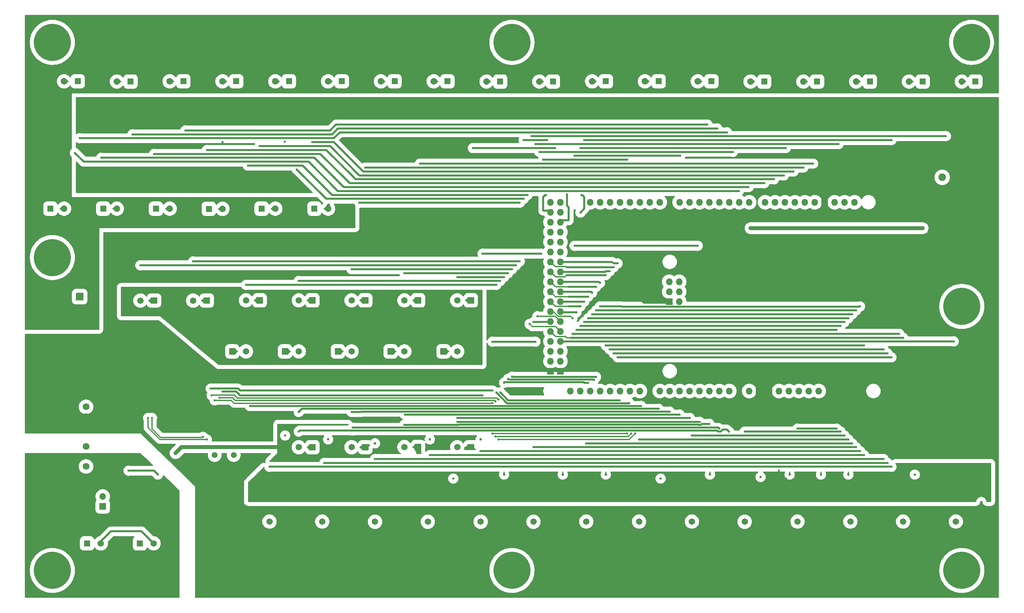
<source format=gbr>
%TF.GenerationSoftware,KiCad,Pcbnew,9.0.0*%
%TF.CreationDate,2025-04-28T14:24:40-07:00*%
%TF.ProjectId,HMI,484d492e-6b69-4636-9164-5f7063625858,rev?*%
%TF.SameCoordinates,Original*%
%TF.FileFunction,Copper,L4,Bot*%
%TF.FilePolarity,Positive*%
%FSLAX46Y46*%
G04 Gerber Fmt 4.6, Leading zero omitted, Abs format (unit mm)*
G04 Created by KiCad (PCBNEW 9.0.0) date 2025-04-28 14:24:40*
%MOMM*%
%LPD*%
G01*
G04 APERTURE LIST*
%TA.AperFunction,ComponentPad*%
%ADD10R,1.650000X1.650000*%
%TD*%
%TA.AperFunction,ComponentPad*%
%ADD11C,1.650000*%
%TD*%
%TA.AperFunction,ComponentPad*%
%ADD12C,9.500000*%
%TD*%
%TA.AperFunction,ComponentPad*%
%ADD13R,1.950000X1.950000*%
%TD*%
%TA.AperFunction,ComponentPad*%
%ADD14C,1.950000*%
%TD*%
%TA.AperFunction,ComponentPad*%
%ADD15C,1.500000*%
%TD*%
%TA.AperFunction,ComponentPad*%
%ADD16C,1.725000*%
%TD*%
%TA.AperFunction,ComponentPad*%
%ADD17R,1.700000X1.700000*%
%TD*%
%TA.AperFunction,ComponentPad*%
%ADD18O,1.700000X1.700000*%
%TD*%
%TA.AperFunction,ComponentPad*%
%ADD19O,1.727200X1.727200*%
%TD*%
%TA.AperFunction,ComponentPad*%
%ADD20R,1.727200X1.727200*%
%TD*%
%TA.AperFunction,ViaPad*%
%ADD21C,0.600000*%
%TD*%
%TA.AperFunction,Conductor*%
%ADD22C,0.300000*%
%TD*%
%TA.AperFunction,Conductor*%
%ADD23C,0.500000*%
%TD*%
%TA.AperFunction,Conductor*%
%ADD24C,1.000000*%
%TD*%
G04 APERTURE END LIST*
D10*
%TO.P,J33,1,1*%
%TO.N,GND*%
X179000000Y-155000000D03*
D11*
%TO.P,J33,2,2*%
%TO.N,D39_IN*%
X182500000Y-155000000D03*
%TO.P,J33,3,3*%
%TO.N,GND*%
X186000000Y-155000000D03*
%TD*%
D10*
%TO.P,J55,1,1*%
%TO.N,GND*%
X112500000Y-136000000D03*
D11*
%TO.P,J55,2,2*%
%TO.N,A1_IN*%
X109000000Y-136000000D03*
%TO.P,J55,3,3*%
%TO.N,+5V*%
X105500000Y-136000000D03*
%TD*%
D10*
%TO.P,J10,1,1*%
%TO.N,D24_PWR*%
X174000000Y-42450000D03*
D11*
%TO.P,J10,2,2*%
%TO.N,GND*%
X170500000Y-42450000D03*
%TO.P,J10,3,3*%
%TO.N,+V_PanelLogic*%
X167000000Y-42450000D03*
%TD*%
D10*
%TO.P,J51,1,1*%
%TO.N,GND*%
X119000000Y-111500000D03*
D11*
%TO.P,J51,2,2*%
%TO.N,A5_IN*%
X122500000Y-111500000D03*
%TO.P,J51,3,3*%
%TO.N,+5V*%
X126000000Y-111500000D03*
%TD*%
D10*
%TO.P,J45,1,1*%
%TO.N,GND*%
X112500000Y-98450000D03*
D11*
%TO.P,J45,2,2*%
%TO.N,A11_IN*%
X109000000Y-98450000D03*
%TO.P,J45,3,3*%
%TO.N,+5V*%
X105500000Y-98450000D03*
%TD*%
D10*
%TO.P,J41,1,1*%
%TO.N,GND*%
X58500000Y-98500000D03*
D11*
%TO.P,J41,2,2*%
%TO.N,A15_IN*%
X55000000Y-98500000D03*
%TO.P,J41,3,3*%
%TO.N,+5V*%
X51500000Y-98500000D03*
%TD*%
D12*
%TO.P,H8,1,1*%
%TO.N,unconnected-(H8-Pad1)*%
X150000000Y-32500000D03*
%TD*%
D10*
%TO.P,J32,1,1*%
%TO.N,GND*%
X192500000Y-155000000D03*
D11*
%TO.P,J32,2,2*%
%TO.N,D40_IN*%
X196000000Y-155000000D03*
%TO.P,J32,3,3*%
%TO.N,GND*%
X199500000Y-155000000D03*
%TD*%
D12*
%TO.P,H5,1,1*%
%TO.N,unconnected-(H5-Pad1)*%
X32500000Y-32500000D03*
%TD*%
D10*
%TO.P,J34,1,1*%
%TO.N,GND*%
X165500000Y-155000000D03*
D11*
%TO.P,J34,2,2*%
%TO.N,D38_IN*%
X169000000Y-155000000D03*
%TO.P,J34,3,3*%
%TO.N,GND*%
X172500000Y-155000000D03*
%TD*%
D10*
%TO.P,J8,1,1*%
%TO.N,D26_PWR*%
X201000000Y-42450000D03*
D11*
%TO.P,J8,2,2*%
%TO.N,GND*%
X197500000Y-42450000D03*
%TO.P,J8,3,3*%
%TO.N,+V_PanelLogic*%
X194000000Y-42450000D03*
%TD*%
D10*
%TO.P,J13,1,1*%
%TO.N,D13_PWR*%
X133500000Y-42450000D03*
D11*
%TO.P,J13,2,2*%
%TO.N,GND*%
X130000000Y-42450000D03*
%TO.P,J13,3,3*%
%TO.N,+V_PanelLogic*%
X126500000Y-42450000D03*
%TD*%
D10*
%TO.P,J31,1,1*%
%TO.N,GND*%
X206000000Y-155050000D03*
D11*
%TO.P,J31,2,2*%
%TO.N,D41_IN*%
X209500000Y-155050000D03*
%TO.P,J31,3,3*%
%TO.N,GND*%
X213000000Y-155050000D03*
%TD*%
D10*
%TO.P,J57,1,1*%
%TO.N,CanL_External*%
X41385000Y-160585000D03*
D11*
%TO.P,J57,2,2*%
%TO.N,CanH_External*%
X44885000Y-160585000D03*
%TO.P,J57,3,3*%
%TO.N,CANBUS_ISO_GND*%
X48385000Y-160585000D03*
%TD*%
D10*
%TO.P,J47,1,1*%
%TO.N,GND*%
X85500000Y-98450000D03*
D11*
%TO.P,J47,2,2*%
%TO.N,A9_IN*%
X82000000Y-98450000D03*
%TO.P,J47,3,3*%
%TO.N,+5V*%
X78500000Y-98450000D03*
%TD*%
D10*
%TO.P,J18,1,1*%
%TO.N,D8_PWR*%
X66000000Y-42450000D03*
D11*
%TO.P,J18,2,2*%
%TO.N,GND*%
X62500000Y-42450000D03*
%TO.P,J18,3,3*%
%TO.N,+V_PanelLogic*%
X59000000Y-42450000D03*
%TD*%
D10*
%TO.P,J35,1,1*%
%TO.N,GND*%
X152000000Y-155050000D03*
D11*
%TO.P,J35,2,2*%
%TO.N,D37_IN*%
X155500000Y-155050000D03*
%TO.P,J35,3,3*%
%TO.N,GND*%
X159000000Y-155050000D03*
%TD*%
D10*
%TO.P,J12,1,1*%
%TO.N,D22_PWR*%
X147000000Y-42500000D03*
D11*
%TO.P,J12,2,2*%
%TO.N,GND*%
X143500000Y-42500000D03*
%TO.P,J12,3,3*%
%TO.N,+V_PanelLogic*%
X140000000Y-42500000D03*
%TD*%
D10*
%TO.P,J5,1,1*%
%TO.N,D29_PWR*%
X241500000Y-42500000D03*
D11*
%TO.P,J5,2,2*%
%TO.N,GND*%
X238000000Y-42500000D03*
%TO.P,J5,3,3*%
%TO.N,+V_PanelLogic*%
X234500000Y-42500000D03*
%TD*%
D10*
%TO.P,J44,1,1*%
%TO.N,GND*%
X126000000Y-98450000D03*
D11*
%TO.P,J44,2,2*%
%TO.N,A12_IN*%
X122500000Y-98450000D03*
%TO.P,J44,3,3*%
%TO.N,+5V*%
X119000000Y-98450000D03*
%TD*%
D10*
%TO.P,J36,1,1*%
%TO.N,GND*%
X138500000Y-155050000D03*
D11*
%TO.P,J36,2,2*%
%TO.N,D36_IN*%
X142000000Y-155050000D03*
%TO.P,J36,3,3*%
%TO.N,GND*%
X145500000Y-155050000D03*
%TD*%
D10*
%TO.P,J27,1,1*%
%TO.N,GND*%
X260000000Y-155000000D03*
D11*
%TO.P,J27,2,2*%
%TO.N,D48_IN*%
X263500000Y-155000000D03*
%TO.P,J27,3,3*%
%TO.N,GND*%
X267000000Y-155000000D03*
%TD*%
D10*
%TO.P,J28,1,1*%
%TO.N,GND*%
X246500000Y-155000000D03*
D11*
%TO.P,J28,2,2*%
%TO.N,D47_IN*%
X250000000Y-155000000D03*
%TO.P,J28,3,3*%
%TO.N,GND*%
X253500000Y-155000000D03*
%TD*%
D10*
%TO.P,J43,1,1*%
%TO.N,GND*%
X139500000Y-98450000D03*
D11*
%TO.P,J43,2,2*%
%TO.N,A13_IN*%
X136000000Y-98450000D03*
%TO.P,J43,3,3*%
%TO.N,+5V*%
X132500000Y-98450000D03*
%TD*%
D10*
%TO.P,J7,1,1*%
%TO.N,D27_PWR*%
X214500000Y-42500000D03*
D11*
%TO.P,J7,2,2*%
%TO.N,GND*%
X211000000Y-42500000D03*
%TO.P,J7,3,3*%
%TO.N,+V_PanelLogic*%
X207500000Y-42500000D03*
%TD*%
D13*
%TO.P,J2,1,1*%
%TO.N,GND*%
X260000000Y-62000000D03*
D14*
%TO.P,J2,2,2*%
%TO.N,+12V*%
X260000000Y-67000000D03*
%TD*%
D10*
%TO.P,J11,1,1*%
%TO.N,D23_PWR*%
X160500000Y-42500000D03*
D11*
%TO.P,J11,2,2*%
%TO.N,GND*%
X157000000Y-42500000D03*
%TO.P,J11,3,3*%
%TO.N,+V_PanelLogic*%
X153500000Y-42500000D03*
%TD*%
D10*
%TO.P,J16,1,1*%
%TO.N,D10_PWR*%
X93000000Y-42450000D03*
D11*
%TO.P,J16,2,2*%
%TO.N,GND*%
X89500000Y-42450000D03*
%TO.P,J16,3,3*%
%TO.N,+V_PanelLogic*%
X86000000Y-42450000D03*
%TD*%
D10*
%TO.P,J15,1,1*%
%TO.N,D11_PWR*%
X106500000Y-42450000D03*
D11*
%TO.P,J15,2,2*%
%TO.N,GND*%
X103000000Y-42450000D03*
%TO.P,J15,3,3*%
%TO.N,+V_PanelLogic*%
X99500000Y-42450000D03*
%TD*%
D15*
%TO.P,Y1,1,1*%
%TO.N,Net-(IC6-OSC2)*%
X74000000Y-138000000D03*
%TO.P,Y1,2,2*%
%TO.N,Net-(IC6-OSC1)*%
X78880000Y-138000000D03*
%TD*%
D10*
%TO.P,J29,1,1*%
%TO.N,GND*%
X233000000Y-155000000D03*
D11*
%TO.P,J29,2,2*%
%TO.N,D43_IN*%
X236500000Y-155000000D03*
%TO.P,J29,3,3*%
%TO.N,GND*%
X240000000Y-155000000D03*
%TD*%
D10*
%TO.P,J50,1,1*%
%TO.N,GND*%
X105500000Y-111500000D03*
D11*
%TO.P,J50,2,2*%
%TO.N,A6_IN*%
X109000000Y-111500000D03*
%TO.P,J50,3,3*%
%TO.N,+5V*%
X112500000Y-111500000D03*
%TD*%
D16*
%TO.P,PS1,1,+VIN*%
%TO.N,+5V*%
X41115000Y-125675000D03*
%TO.P,PS1,2,-VIN*%
%TO.N,GND*%
X41115000Y-128215000D03*
%TO.P,PS1,5,-VOUT*%
%TO.N,CANBUS_ISO_GND*%
X41115000Y-135835000D03*
%TO.P,PS1,7,+VOUT*%
%TO.N,CANBUS_ISO_5V*%
X41115000Y-140915000D03*
%TD*%
D10*
%TO.P,J19,1,1*%
%TO.N,D7_PWR*%
X52500000Y-42500000D03*
D11*
%TO.P,J19,2,2*%
%TO.N,GND*%
X49000000Y-42500000D03*
%TO.P,J19,3,3*%
%TO.N,+V_PanelLogic*%
X45500000Y-42500000D03*
%TD*%
D12*
%TO.P,H3,1,1*%
%TO.N,unconnected-(H3-Pad1)*%
X265000000Y-100000000D03*
%TD*%
D10*
%TO.P,J40,1,1*%
%TO.N,GND*%
X84500000Y-155000000D03*
D11*
%TO.P,J40,2,2*%
%TO.N,D32_IN*%
X88000000Y-155000000D03*
%TO.P,J40,3,3*%
%TO.N,GND*%
X91500000Y-155000000D03*
%TD*%
D17*
%TO.P,JP1,1,A*%
%TO.N,Net-(JP1-A)*%
X45385000Y-151125000D03*
D18*
%TO.P,JP1,2,B*%
%TO.N,CanL_External*%
X45385000Y-148585000D03*
%TD*%
D10*
%TO.P,J42,1,1*%
%TO.N,GND*%
X72000000Y-98500000D03*
D11*
%TO.P,J42,2,2*%
%TO.N,A14_IN*%
X68500000Y-98500000D03*
%TO.P,J42,3,3*%
%TO.N,+5V*%
X65000000Y-98500000D03*
%TD*%
D10*
%TO.P,J52,1,1*%
%TO.N,GND*%
X132500000Y-111500000D03*
D11*
%TO.P,J52,2,2*%
%TO.N,A4_IN*%
X136000000Y-111500000D03*
%TO.P,J52,3,3*%
%TO.N,+5V*%
X139500000Y-111500000D03*
%TD*%
D10*
%TO.P,J4,1,1*%
%TO.N,D30_PWR*%
X255000000Y-42500000D03*
D11*
%TO.P,J4,2,2*%
%TO.N,GND*%
X251500000Y-42500000D03*
%TO.P,J4,3,3*%
%TO.N,+V_PanelLogic*%
X248000000Y-42500000D03*
%TD*%
D10*
%TO.P,J56,1,1*%
%TO.N,GND*%
X99000000Y-136000000D03*
D11*
%TO.P,J56,2,2*%
%TO.N,A0_IN*%
X95500000Y-136000000D03*
%TO.P,J56,3,3*%
%TO.N,+5V*%
X92000000Y-136000000D03*
%TD*%
D12*
%TO.P,H7,1,1*%
%TO.N,unconnected-(H7-Pad1)*%
X32500000Y-87500000D03*
%TD*%
D10*
%TO.P,J38,1,1*%
%TO.N,GND*%
X111500000Y-155050000D03*
D11*
%TO.P,J38,2,2*%
%TO.N,D34_IN*%
X115000000Y-155050000D03*
%TO.P,J38,3,3*%
%TO.N,GND*%
X118500000Y-155050000D03*
%TD*%
D10*
%TO.P,J20,1,1*%
%TO.N,D6_PWR*%
X39000000Y-42450000D03*
D11*
%TO.P,J20,2,2*%
%TO.N,GND*%
X35500000Y-42450000D03*
%TO.P,J20,3,3*%
%TO.N,+V_PanelLogic*%
X32000000Y-42450000D03*
%TD*%
D12*
%TO.P,H6,1,1*%
%TO.N,unconnected-(H6-Pad1)*%
X265000000Y-167500000D03*
%TD*%
%TO.P,H1,1,1*%
%TO.N,unconnected-(H1-Pad1)*%
X150000000Y-167500000D03*
%TD*%
D10*
%TO.P,J17,1,1*%
%TO.N,D9_PWR*%
X79500000Y-42450000D03*
D11*
%TO.P,J17,2,2*%
%TO.N,GND*%
X76000000Y-42450000D03*
%TO.P,J17,3,3*%
%TO.N,+V_PanelLogic*%
X72500000Y-42450000D03*
%TD*%
D10*
%TO.P,J6,1,1*%
%TO.N,D28_PWR*%
X228000000Y-42500000D03*
D11*
%TO.P,J6,2,2*%
%TO.N,GND*%
X224500000Y-42500000D03*
%TO.P,J6,3,3*%
%TO.N,+V_PanelLogic*%
X221000000Y-42500000D03*
%TD*%
D10*
%TO.P,J30,1,1*%
%TO.N,GND*%
X219500000Y-155000000D03*
D11*
%TO.P,J30,2,2*%
%TO.N,D42_IN*%
X223000000Y-155000000D03*
%TO.P,J30,3,3*%
%TO.N,GND*%
X226500000Y-155000000D03*
%TD*%
D10*
%TO.P,J46,1,1*%
%TO.N,GND*%
X99000000Y-98450000D03*
D11*
%TO.P,J46,2,2*%
%TO.N,A10_IN*%
X95500000Y-98450000D03*
%TO.P,J46,3,3*%
%TO.N,+5V*%
X92000000Y-98450000D03*
%TD*%
D10*
%TO.P,J14,1,1*%
%TO.N,D12_PWR*%
X120000000Y-42450000D03*
D11*
%TO.P,J14,2,2*%
%TO.N,GND*%
X116500000Y-42450000D03*
%TO.P,J14,3,3*%
%TO.N,+V_PanelLogic*%
X113000000Y-42450000D03*
%TD*%
D12*
%TO.P,H4,1,1*%
%TO.N,unconnected-(H4-Pad1)*%
X267500000Y-32500000D03*
%TD*%
D10*
%TO.P,J24,1,1*%
%TO.N,D44_PWR*%
X72500000Y-75050000D03*
D11*
%TO.P,J24,2,2*%
%TO.N,GND*%
X76000000Y-75050000D03*
%TO.P,J24,3,3*%
%TO.N,+V_PanelLogic*%
X79500000Y-75050000D03*
%TD*%
D10*
%TO.P,J49,1,1*%
%TO.N,GND*%
X92000000Y-111500000D03*
D11*
%TO.P,J49,2,2*%
%TO.N,A7_IN*%
X95500000Y-111500000D03*
%TO.P,J49,3,3*%
%TO.N,+5V*%
X99000000Y-111500000D03*
%TD*%
D10*
%TO.P,J9,1,1*%
%TO.N,D25_PWR*%
X187500000Y-42450000D03*
D11*
%TO.P,J9,2,2*%
%TO.N,GND*%
X184000000Y-42450000D03*
%TO.P,J9,3,3*%
%TO.N,+V_PanelLogic*%
X180500000Y-42450000D03*
%TD*%
D12*
%TO.P,H2,1,1*%
%TO.N,unconnected-(H2-Pad1)*%
X32500000Y-167500000D03*
%TD*%
D10*
%TO.P,J53,1,1*%
%TO.N,GND*%
X139500000Y-136000000D03*
D11*
%TO.P,J53,2,2*%
%TO.N,A3_IN*%
X136000000Y-136000000D03*
%TO.P,J53,3,3*%
%TO.N,+5V*%
X132500000Y-136000000D03*
%TD*%
D10*
%TO.P,J23,1,1*%
%TO.N,D3_PWR*%
X59000000Y-75000000D03*
D11*
%TO.P,J23,2,2*%
%TO.N,GND*%
X62500000Y-75000000D03*
%TO.P,J23,3,3*%
%TO.N,+V_PanelLogic*%
X66000000Y-75000000D03*
%TD*%
D10*
%TO.P,J37,1,1*%
%TO.N,GND*%
X125000000Y-155050000D03*
D11*
%TO.P,J37,2,2*%
%TO.N,D35_IN*%
X128500000Y-155050000D03*
%TO.P,J37,3,3*%
%TO.N,GND*%
X132000000Y-155050000D03*
%TD*%
D10*
%TO.P,J3,1,1*%
%TO.N,D31_PWR*%
X268500000Y-42500000D03*
D11*
%TO.P,J3,2,2*%
%TO.N,GND*%
X265000000Y-42500000D03*
%TO.P,J3,3,3*%
%TO.N,+V_PanelLogic*%
X261500000Y-42500000D03*
%TD*%
D10*
%TO.P,J21,1,1*%
%TO.N,D5_PWR*%
X32000000Y-75000000D03*
D11*
%TO.P,J21,2,2*%
%TO.N,GND*%
X35500000Y-75000000D03*
%TO.P,J21,3,3*%
%TO.N,+V_PanelLogic*%
X39000000Y-75000000D03*
%TD*%
D10*
%TO.P,J54,1,1*%
%TO.N,GND*%
X126000000Y-135950000D03*
D11*
%TO.P,J54,2,2*%
%TO.N,A2_IN*%
X122500000Y-135950000D03*
%TO.P,J54,3,3*%
%TO.N,+5V*%
X119000000Y-135950000D03*
%TD*%
D10*
%TO.P,J58,1,1*%
%TO.N,CanL_External*%
X54885000Y-160585000D03*
D11*
%TO.P,J58,2,2*%
%TO.N,CanH_External*%
X58385000Y-160585000D03*
%TO.P,J58,3,3*%
%TO.N,CANBUS_ISO_GND*%
X61885000Y-160585000D03*
%TD*%
D10*
%TO.P,J26,1,1*%
%TO.N,D46_PWR*%
X99500000Y-75000000D03*
D11*
%TO.P,J26,2,2*%
%TO.N,GND*%
X103000000Y-75000000D03*
%TO.P,J26,3,3*%
%TO.N,+V_PanelLogic*%
X106500000Y-75000000D03*
%TD*%
D10*
%TO.P,J25,1,1*%
%TO.N,D45_PWR*%
X86000000Y-75000000D03*
D11*
%TO.P,J25,2,2*%
%TO.N,GND*%
X89500000Y-75000000D03*
%TO.P,J25,3,3*%
%TO.N,+V_PanelLogic*%
X93000000Y-75000000D03*
%TD*%
D10*
%TO.P,J39,1,1*%
%TO.N,GND*%
X98000000Y-155000000D03*
D11*
%TO.P,J39,2,2*%
%TO.N,D33_IN*%
X101500000Y-155000000D03*
%TO.P,J39,3,3*%
%TO.N,GND*%
X105000000Y-155000000D03*
%TD*%
D10*
%TO.P,J48,1,1*%
%TO.N,GND*%
X78500000Y-111500000D03*
D11*
%TO.P,J48,2,2*%
%TO.N,A8_IN*%
X82000000Y-111500000D03*
%TO.P,J48,3,3*%
%TO.N,+5V*%
X85500000Y-111500000D03*
%TD*%
D13*
%TO.P,J1,1,1*%
%TO.N,GND*%
X39500000Y-97500000D03*
D14*
%TO.P,J1,2,2*%
%TO.N,+V_PanelLogic*%
X39500000Y-102500000D03*
%TD*%
D10*
%TO.P,J22,1,1*%
%TO.N,D4_PWR*%
X45500000Y-75000000D03*
D11*
%TO.P,J22,2,2*%
%TO.N,GND*%
X49000000Y-75000000D03*
%TO.P,J22,3,3*%
%TO.N,+V_PanelLogic*%
X52500000Y-75000000D03*
%TD*%
D19*
%TO.P,A2,*%
%TO.N,*%
X228436000Y-121630000D03*
%TO.P,A2,3V3,3.3V*%
%TO.N,unconnected-(A2-3.3V-Pad3V3)*%
X220816000Y-121630000D03*
%TO.P,A2,5V1,5V*%
%TO.N,+5V*%
X218276000Y-121630000D03*
%TO.P,A2,5V2,SPI_5V*%
%TO.N,unconnected-(A2-SPI_5V-Pad5V2)*%
X190209000Y-93690000D03*
%TO.P,A2,5V3,5V*%
%TO.N,unconnected-(A2-5V-Pad5V3)*%
X162396000Y-73370000D03*
%TO.P,A2,5V4,5V*%
%TO.N,unconnected-(A2-5V-Pad5V4)*%
X159856000Y-73370000D03*
%TO.P,A2,A0,A0*%
%TO.N,A0_IN*%
X205576000Y-121630000D03*
%TO.P,A2,A1,A1*%
%TO.N,A1_IN*%
X203036000Y-121630000D03*
%TO.P,A2,A2,A2*%
%TO.N,A2_IN*%
X200496000Y-121630000D03*
%TO.P,A2,A3,A3*%
%TO.N,A3_IN*%
X197956000Y-121630000D03*
%TO.P,A2,A4,A4*%
%TO.N,A4_IN*%
X195416000Y-121630000D03*
%TO.P,A2,A5,A5*%
%TO.N,A5_IN*%
X192876000Y-121630000D03*
%TO.P,A2,A6,A6*%
%TO.N,A6_IN*%
X190336000Y-121630000D03*
%TO.P,A2,A7,A7*%
%TO.N,A7_IN*%
X187796000Y-121630000D03*
%TO.P,A2,A8,A8*%
%TO.N,A8_IN*%
X182716000Y-121630000D03*
%TO.P,A2,A9,A9*%
%TO.N,A9_IN*%
X180176000Y-121630000D03*
%TO.P,A2,A10,A10*%
%TO.N,A10_IN*%
X177636000Y-121630000D03*
%TO.P,A2,A11,A11*%
%TO.N,A11_IN*%
X175096000Y-121630000D03*
%TO.P,A2,A12,A12*%
%TO.N,A12_IN*%
X172556000Y-121630000D03*
%TO.P,A2,A13,A13*%
%TO.N,A13_IN*%
X170016000Y-121630000D03*
%TO.P,A2,A14,A14*%
%TO.N,A14_IN*%
X167476000Y-121630000D03*
%TO.P,A2,A15,A15*%
%TO.N,A15_IN*%
X164936000Y-121630000D03*
%TO.P,A2,AREF,AREF*%
%TO.N,unconnected-(A2-PadAREF)*%
X232500000Y-73370000D03*
%TO.P,A2,D0,D0/RX0*%
%TO.N,unconnected-(A2-D0{slash}RX0-PadD0)*%
X192876000Y-73370000D03*
%TO.P,A2,D1,D1/TX0*%
%TO.N,unconnected-(A2-D1{slash}TX0-PadD1)*%
X195416000Y-73370000D03*
%TO.P,A2,D2,D2_INT0*%
%TO.N,CAN_INT*%
X197956000Y-73370000D03*
%TO.P,A2,D3,D3_INT1*%
%TO.N,D3_OUT*%
X200496000Y-73370000D03*
%TO.P,A2,D4,D4*%
%TO.N,D4_OUT*%
X203036000Y-73370000D03*
%TO.P,A2,D5,D5*%
%TO.N,D5_OUT*%
X205576000Y-73370000D03*
%TO.P,A2,D6,D6*%
%TO.N,D6_OUT*%
X208116000Y-73370000D03*
%TO.P,A2,D7,D7*%
%TO.N,D7_OUT*%
X210656000Y-73370000D03*
%TO.P,A2,D8,D8*%
%TO.N,D8_OUT*%
X214720000Y-73370000D03*
%TO.P,A2,D9,D9*%
%TO.N,D9_OUT*%
X217260000Y-73370000D03*
%TO.P,A2,D10,D10*%
%TO.N,D10_OUT*%
X219800000Y-73370000D03*
%TO.P,A2,D11,D11*%
%TO.N,D11_OUT*%
X222340000Y-73370000D03*
%TO.P,A2,D12,D12*%
%TO.N,D12_OUT*%
X224880000Y-73370000D03*
%TO.P,A2,D13,D13*%
%TO.N,D13_OUT*%
X227420000Y-73370000D03*
%TO.P,A2,D14,D14/TX3*%
%TO.N,SERIAL3_TX*%
X187796000Y-73370000D03*
%TO.P,A2,D15,D15/RX3*%
%TO.N,SERIAL3_RX*%
X185256000Y-73370000D03*
%TO.P,A2,D16,D16/TX2*%
%TO.N,SERIAL2_TX*%
X182716000Y-73370000D03*
%TO.P,A2,D17,D17/RX2*%
%TO.N,SERIAL2_RX*%
X180176000Y-73370000D03*
%TO.P,A2,D18,D18/TX1*%
%TO.N,SERIAL1_TX*%
X177636000Y-73370000D03*
%TO.P,A2,D19,D19/RX1*%
%TO.N,SERIAL1_RX*%
X175096000Y-73370000D03*
%TO.P,A2,D20,D20/SDA*%
%TO.N,unconnected-(A2-D20{slash}SDA-PadD20)*%
X172556000Y-73370000D03*
%TO.P,A2,D21,D21/SCL*%
%TO.N,unconnected-(A2-D21{slash}SCL-PadD21)*%
X170016000Y-73370000D03*
%TO.P,A2,D22,D22*%
%TO.N,D22_OUT*%
X162396000Y-75910000D03*
%TO.P,A2,D23,D23*%
%TO.N,D23_OUT*%
X159856000Y-75910000D03*
%TO.P,A2,D24,D24*%
%TO.N,D24_OUT*%
X162396000Y-78450000D03*
%TO.P,A2,D25,D25*%
%TO.N,D25_OUT*%
X159856000Y-78450000D03*
%TO.P,A2,D26,D26*%
%TO.N,D26_OUT*%
X162396000Y-80990000D03*
%TO.P,A2,D27,D27*%
%TO.N,D27_OUT*%
X159856000Y-80990000D03*
%TO.P,A2,D28,D28*%
%TO.N,D28_OUT*%
X162396000Y-83530000D03*
%TO.P,A2,D29,D29*%
%TO.N,D29_OUT*%
X159856000Y-83530000D03*
%TO.P,A2,D30,D30*%
%TO.N,D30_OUT*%
X162396000Y-86070000D03*
%TO.P,A2,D31,D31*%
%TO.N,D31_OUT*%
X159856000Y-86070000D03*
%TO.P,A2,D32,D32*%
%TO.N,D32_IN*%
X162396000Y-88610000D03*
%TO.P,A2,D33,D33*%
%TO.N,D33_IN*%
X159856000Y-88610000D03*
%TO.P,A2,D34,D34*%
%TO.N,D34_IN*%
X162396000Y-91150000D03*
%TO.P,A2,D35,D35*%
%TO.N,D35_IN*%
X159856000Y-91150000D03*
%TO.P,A2,D36,D36*%
%TO.N,D36_IN*%
X162396000Y-93690000D03*
%TO.P,A2,D37,D37*%
%TO.N,D37_IN*%
X159856000Y-93690000D03*
%TO.P,A2,D38,D38*%
%TO.N,D38_IN*%
X162396000Y-96230000D03*
%TO.P,A2,D39,D39*%
%TO.N,D39_IN*%
X159856000Y-96230000D03*
%TO.P,A2,D40,D40*%
%TO.N,D40_IN*%
X162396000Y-98770000D03*
%TO.P,A2,D41,D41*%
%TO.N,D41_IN*%
X159856000Y-98770000D03*
%TO.P,A2,D42,D42*%
%TO.N,D42_IN*%
X162396000Y-101310000D03*
%TO.P,A2,D43,D43*%
%TO.N,D43_IN*%
X159856000Y-101310000D03*
%TO.P,A2,D44,D44*%
%TO.N,D44_OUT*%
X162396000Y-103850000D03*
%TO.P,A2,D45,D45*%
%TO.N,D45_OUT*%
X159856000Y-103850000D03*
%TO.P,A2,D46,D46*%
%TO.N,D46_OUT*%
X162396000Y-106390000D03*
%TO.P,A2,D47,D47*%
%TO.N,D47_IN*%
X159856000Y-106390000D03*
%TO.P,A2,D48,D48*%
%TO.N,D48_IN*%
X162396000Y-108930000D03*
%TO.P,A2,D49,D49*%
%TO.N,CAN_CS*%
X159856000Y-108930000D03*
%TO.P,A2,D50,D50_MISO*%
%TO.N,unconnected-(A2-D50_MISO-PadD50)*%
X162396000Y-111470000D03*
%TO.P,A2,D51,D51_MOSI*%
%TO.N,unconnected-(A2-D51_MOSI-PadD51)*%
X159856000Y-111470000D03*
%TO.P,A2,D52,D52_SCK*%
%TO.N,unconnected-(A2-D52_SCK-PadD52)*%
X162396000Y-114010000D03*
%TO.P,A2,D53,D53_CS*%
%TO.N,unconnected-(A2-D53_CS-PadD53)*%
X159856000Y-114010000D03*
D20*
%TO.P,A2,GND1,GND*%
%TO.N,GND*%
X229960000Y-73370000D03*
%TO.P,A2,GND2,GND*%
X215736000Y-121630000D03*
%TO.P,A2,GND3,GND*%
X213196000Y-121630000D03*
%TO.P,A2,GND4,SPI_GND*%
X190209000Y-98770000D03*
%TO.P,A2,GND5,GND*%
X162396000Y-116550000D03*
%TO.P,A2,GND6,GND*%
X159856000Y-116550000D03*
D19*
%TO.P,A2,IORF,IOREF*%
%TO.N,unconnected-(A2-IOREF-PadIORF)*%
X225896000Y-121630000D03*
%TO.P,A2,MISO,SPI_MISO*%
%TO.N,CAN_SO*%
X192749000Y-93690000D03*
%TO.P,A2,MOSI,SPI_MOSI*%
%TO.N,CAN_SI*%
X190209000Y-96230000D03*
%TO.P,A2,RST1,RESET*%
%TO.N,unconnected-(A2-RESET-PadRST1)*%
X223356000Y-121630000D03*
%TO.P,A2,RST2,SPI_RESET*%
%TO.N,unconnected-(A2-SPI_RESET-PadRST2)*%
X192749000Y-98770000D03*
%TO.P,A2,SCK,SPI_SCK*%
%TO.N,CAN_SCK*%
X192749000Y-96230000D03*
%TO.P,A2,SCL,SCL*%
%TO.N,unconnected-(A2-PadSCL)*%
X237580000Y-73370000D03*
%TO.P,A2,SDA,SDA*%
%TO.N,unconnected-(A2-PadSDA)*%
X235040000Y-73370000D03*
%TO.P,A2,VIN,VIN*%
%TO.N,+12V*%
X210656000Y-121630000D03*
%TD*%
D21*
%TO.N,D46_OUT*%
X154500000Y-104500000D03*
X152000000Y-73500000D03*
X111000000Y-73500000D03*
%TO.N,D4_OUT*%
X53000000Y-56000000D03*
X202500000Y-54500000D03*
%TO.N,D5_OUT*%
X205000000Y-55500000D03*
X39500000Y-57000000D03*
%TO.N,A11_IN*%
X150000000Y-90500000D03*
X150000000Y-117951000D03*
X109000000Y-90500000D03*
X171500000Y-118000000D03*
%TO.N,D31_OUT*%
X155000000Y-56500000D03*
X260950000Y-56450000D03*
%TO.N,CAN_SI*%
X179500000Y-132500000D03*
X145000000Y-132500000D03*
X74000000Y-124000000D03*
X145000000Y-124723000D03*
%TO.N,D10_OUT*%
X219500000Y-66500000D03*
X85500000Y-59000000D03*
%TO.N,D36_IN*%
X239000000Y-100000000D03*
X142000000Y-137000000D03*
X172500000Y-94000000D03*
X239000000Y-137000000D03*
X172500000Y-100000000D03*
%TO.N,D41_IN*%
X209500000Y-132000000D03*
X167500000Y-105000000D03*
X234000000Y-132000000D03*
X234000000Y-105000000D03*
X167500000Y-100000000D03*
%TO.N,+12V*%
X211000000Y-80000000D03*
X255000000Y-80000000D03*
%TO.N,D23_OUT*%
X158750000Y-71500000D03*
X159000000Y-57500000D03*
X153000000Y-57500000D03*
%TO.N,D13_OUT*%
X126500000Y-63500000D03*
X227000000Y-63500000D03*
%TO.N,GND*%
X26000000Y-132000000D03*
X210000000Y-174000000D03*
X270000000Y-47000000D03*
X52000000Y-68000000D03*
X211000000Y-47000000D03*
X70000000Y-171000000D03*
X159000000Y-174000000D03*
X110000000Y-170000000D03*
X93000000Y-174000000D03*
X177000000Y-47000000D03*
X61899680Y-58694361D03*
X189000000Y-47000000D03*
X274000000Y-53000000D03*
X86000000Y-47000000D03*
X186000000Y-47000000D03*
X274000000Y-136000000D03*
X234000000Y-174000000D03*
X179000000Y-47000000D03*
X274000000Y-152000000D03*
X210000000Y-170000000D03*
X238000000Y-174000000D03*
X274000000Y-95000000D03*
X40000000Y-132000000D03*
X151000000Y-174000000D03*
X180000000Y-165000000D03*
X95000000Y-165000000D03*
X245000000Y-160000000D03*
X45000000Y-47000000D03*
X90116008Y-169999999D03*
X251000000Y-174000000D03*
X63000000Y-47000000D03*
X274000000Y-174000000D03*
X112000000Y-118000000D03*
X200000000Y-160000000D03*
X133000000Y-76000000D03*
X195000000Y-47000000D03*
X51000000Y-92000000D03*
X140000000Y-174000000D03*
X57000000Y-47000000D03*
X230000000Y-170000000D03*
X274000000Y-127000000D03*
X236000000Y-47000000D03*
X70000000Y-168000000D03*
X274000000Y-98000000D03*
X215000000Y-165000000D03*
X75000000Y-47000000D03*
X103905632Y-91903599D03*
X40000000Y-68000000D03*
X35000000Y-132000000D03*
X250000000Y-170000000D03*
X200611172Y-142984558D03*
X199000000Y-47000000D03*
X274000000Y-61000000D03*
X117000000Y-76000000D03*
X73000000Y-82000000D03*
X200000000Y-174000000D03*
X61000000Y-137000000D03*
X137000000Y-174000000D03*
X90000000Y-82000000D03*
X46000000Y-107000000D03*
X42000000Y-47000000D03*
X55000000Y-82000000D03*
X274000000Y-156000000D03*
X205000000Y-174000000D03*
X39000000Y-55000000D03*
X44000000Y-51000000D03*
X85000000Y-165000000D03*
X213000000Y-47000000D03*
X274000000Y-55000000D03*
X128000000Y-47000000D03*
X42000000Y-132000000D03*
X62110631Y-91953593D03*
X188000000Y-174000000D03*
X274000000Y-125000000D03*
X104000000Y-82000000D03*
X119000000Y-118000000D03*
X70000000Y-146000000D03*
X45000000Y-108000000D03*
X274000000Y-73000000D03*
X274000000Y-128000000D03*
X160000000Y-170000000D03*
X100000000Y-160000000D03*
X253000000Y-143000000D03*
X274000000Y-65000000D03*
X206000000Y-117000000D03*
X54000000Y-132000000D03*
X64000000Y-47000000D03*
X210000000Y-165000000D03*
X220000000Y-165000000D03*
X85000000Y-130000000D03*
X176000000Y-47000000D03*
X169000000Y-174000000D03*
X274000000Y-108000000D03*
X274000000Y-171000000D03*
X147000000Y-174000000D03*
X255000000Y-160000000D03*
X274000000Y-164000000D03*
X70000000Y-162000000D03*
X46000000Y-102000000D03*
X44000000Y-47000000D03*
X26000000Y-120000000D03*
X150000000Y-47000000D03*
X274000000Y-142000000D03*
X28000000Y-108000000D03*
X174000000Y-143000000D03*
X170000000Y-47000000D03*
X98000000Y-82000000D03*
X274000000Y-154000000D03*
X125000000Y-160000000D03*
X31000000Y-132000000D03*
X47000000Y-47000000D03*
X266000000Y-47000000D03*
X119000000Y-174000000D03*
X274000000Y-88000000D03*
X145000000Y-47000000D03*
X205000000Y-47000000D03*
X190000000Y-155000000D03*
X274000000Y-172000000D03*
X112000000Y-76000000D03*
X40000000Y-108000000D03*
X27000000Y-108000000D03*
X96000000Y-174000000D03*
X111000000Y-129000000D03*
X144000000Y-47000000D03*
X103000000Y-47000000D03*
X49000000Y-132000000D03*
X98000000Y-47000000D03*
X204000000Y-174000000D03*
X173000000Y-174000000D03*
X228000000Y-174000000D03*
X165000000Y-160000000D03*
X85000000Y-170000000D03*
X97000000Y-82000000D03*
X78000000Y-118000000D03*
X80000000Y-174000000D03*
X26000000Y-121000000D03*
X140000000Y-47000000D03*
X256000000Y-174000000D03*
X274000000Y-86000000D03*
X234000000Y-77000000D03*
X79000000Y-174000000D03*
X70000000Y-151000000D03*
X274000000Y-62000000D03*
X41000000Y-132000000D03*
X70000000Y-172000000D03*
X41000000Y-55000000D03*
X46000000Y-99000000D03*
X185000000Y-170000000D03*
X142000000Y-47000000D03*
X76000000Y-58000000D03*
X191000000Y-47000000D03*
X112000000Y-80000000D03*
X140000000Y-76000000D03*
X226996905Y-128021070D03*
X274000000Y-109000000D03*
X203000000Y-174000000D03*
X70000000Y-153000000D03*
X163000000Y-47000000D03*
X250000000Y-165000000D03*
X105000000Y-170000000D03*
X96000000Y-82000000D03*
X33000000Y-108000000D03*
X130000000Y-160000000D03*
X27000000Y-132000000D03*
X78000000Y-174000000D03*
X73000000Y-174000000D03*
X146000000Y-174000000D03*
X87000000Y-174000000D03*
X51000000Y-55000000D03*
X70000000Y-169000000D03*
X113000000Y-47000000D03*
X34000000Y-108000000D03*
X274000000Y-160000000D03*
X265000000Y-47000000D03*
X66000000Y-142000000D03*
X249000000Y-47000000D03*
X127000000Y-174000000D03*
X70000000Y-158000000D03*
X39000000Y-52000000D03*
X130000000Y-174000000D03*
X269000000Y-174000000D03*
X178000000Y-47000000D03*
X196000000Y-47000000D03*
X39000000Y-108000000D03*
X109000000Y-174000000D03*
X58000000Y-82000000D03*
X243000000Y-137000000D03*
X100000000Y-82000000D03*
X26000000Y-119000000D03*
X171000000Y-47000000D03*
X37000000Y-108000000D03*
X82000000Y-47000000D03*
X271000000Y-174000000D03*
X90150726Y-159966477D03*
X166000000Y-174000000D03*
X132000000Y-76000000D03*
X131000000Y-174000000D03*
X145000000Y-160000000D03*
X38000000Y-132000000D03*
X50000000Y-82000000D03*
X47000000Y-132000000D03*
X115000000Y-165000000D03*
X192000000Y-47000000D03*
X46000000Y-98000000D03*
X143000000Y-76000000D03*
X63000000Y-139000000D03*
X56000000Y-82000000D03*
X163000000Y-143000000D03*
X72000000Y-47000000D03*
X81000000Y-82000000D03*
X120000000Y-76000000D03*
X185000000Y-174000000D03*
X244000000Y-174000000D03*
X215000000Y-155000000D03*
X273000000Y-174000000D03*
X260000000Y-174000000D03*
X227000000Y-174000000D03*
X33000000Y-132000000D03*
X49000000Y-47000000D03*
X248000000Y-47000000D03*
X135000000Y-160000000D03*
X40000000Y-55000000D03*
X116000000Y-174000000D03*
X274000000Y-81000000D03*
X86000000Y-82000000D03*
X120000000Y-170000000D03*
X154000000Y-47000000D03*
X74000000Y-47000000D03*
X223000000Y-174000000D03*
X87000000Y-47000000D03*
X215000000Y-170000000D03*
X26000000Y-108000000D03*
X251000000Y-47000000D03*
X125000000Y-47000000D03*
X194000000Y-174000000D03*
X36000000Y-132000000D03*
X138000000Y-76000000D03*
X160000000Y-160000000D03*
X46000000Y-84000000D03*
X259000000Y-51000000D03*
X46000000Y-86000000D03*
X274000000Y-85000000D03*
X139000000Y-47000000D03*
X122000000Y-76000000D03*
X26000000Y-110000000D03*
X274000000Y-63000000D03*
X235000000Y-47000000D03*
X126000000Y-51000000D03*
X145000000Y-76000000D03*
X71000000Y-47000000D03*
X245000000Y-155000000D03*
X274000000Y-133000000D03*
X142000000Y-134000000D03*
X240000000Y-160000000D03*
X170000000Y-174000000D03*
X221000000Y-174000000D03*
X115000000Y-76000000D03*
X274000000Y-78000000D03*
X99000000Y-47000000D03*
X203000000Y-47000000D03*
X89000000Y-47000000D03*
X245000000Y-51000000D03*
X180000000Y-170000000D03*
X193000000Y-174000000D03*
X165000000Y-165000000D03*
X72000000Y-174000000D03*
X153000000Y-174000000D03*
X91000000Y-174000000D03*
X26000000Y-126000000D03*
X229000000Y-174000000D03*
X274000000Y-91000000D03*
X195000000Y-170000000D03*
X209000000Y-47000000D03*
X76000000Y-174000000D03*
X110000000Y-47000000D03*
X194000000Y-47000000D03*
X60000000Y-82000000D03*
X26000000Y-124000000D03*
X133000000Y-174000000D03*
X130000000Y-76000000D03*
X218026197Y-50962470D03*
X157000000Y-174000000D03*
X137000000Y-76000000D03*
X70000000Y-147000000D03*
X71000000Y-174000000D03*
X274000000Y-93000000D03*
X78000000Y-47000000D03*
X274000000Y-147000000D03*
X274000000Y-71000000D03*
X274000000Y-113000000D03*
X91930810Y-57895845D03*
X190000000Y-165000000D03*
X200000000Y-170000000D03*
X120000000Y-160000000D03*
X26000000Y-130000000D03*
X26000000Y-112000000D03*
X116000000Y-76000000D03*
X274000000Y-70000000D03*
X91000000Y-47000000D03*
X237000000Y-174000000D03*
X274000000Y-47000000D03*
X274000000Y-58000000D03*
X190000000Y-174000000D03*
X274000000Y-49000000D03*
X102000000Y-47000000D03*
X134000000Y-76000000D03*
X274000000Y-118000000D03*
X60000000Y-136000000D03*
X62000000Y-47000000D03*
X274000000Y-110000000D03*
X274000000Y-79000000D03*
X80000000Y-165000000D03*
X56000000Y-59000000D03*
X190000000Y-160000000D03*
X78000000Y-82000000D03*
X105000000Y-160000000D03*
X51000000Y-82000000D03*
X135000000Y-144000000D03*
X70000000Y-150000000D03*
X181000000Y-47000000D03*
X270000000Y-174000000D03*
X47000000Y-82000000D03*
X274000000Y-150000000D03*
X131000000Y-60000000D03*
X177000000Y-117000000D03*
X267000000Y-47000000D03*
X69000000Y-59000000D03*
X26000000Y-117000000D03*
X95000000Y-82000000D03*
X135000000Y-174000000D03*
X243000000Y-174000000D03*
X237000000Y-47000000D03*
X180000000Y-174000000D03*
X242000000Y-126000000D03*
X274000000Y-158000000D03*
X171000000Y-174000000D03*
X110000000Y-82000000D03*
X172000000Y-47000000D03*
X141000000Y-47000000D03*
X170037005Y-159966477D03*
X129000000Y-134000000D03*
X109000000Y-58000000D03*
X274000000Y-77000000D03*
X168000000Y-174000000D03*
X41000000Y-108000000D03*
X189000000Y-174000000D03*
X70000000Y-170000000D03*
X85000000Y-82000000D03*
X184000000Y-174000000D03*
X31000000Y-108000000D03*
X147000000Y-76000000D03*
X42000000Y-108000000D03*
X212000000Y-47000000D03*
X129000000Y-174000000D03*
X79000000Y-82000000D03*
X55000000Y-47000000D03*
X100000000Y-165000000D03*
X244000000Y-47000000D03*
X198000000Y-47000000D03*
X69000000Y-82000000D03*
X80047768Y-159966477D03*
X221000000Y-143000000D03*
X90000000Y-165000000D03*
X264000000Y-47000000D03*
X97000000Y-50500000D03*
X148000000Y-174000000D03*
X188000000Y-144000000D03*
X274000000Y-105000000D03*
X141000000Y-76000000D03*
X44000000Y-108000000D03*
X240000000Y-174000000D03*
X232000000Y-47000000D03*
X127000000Y-76000000D03*
X70000000Y-159000000D03*
X29000000Y-132000000D03*
X26000000Y-123000000D03*
X70000000Y-161000000D03*
X36000000Y-108000000D03*
X84000000Y-47000000D03*
X225000000Y-170000000D03*
X191000000Y-174000000D03*
X70000000Y-156000000D03*
X274000000Y-168000000D03*
X175000000Y-170000000D03*
X262000000Y-174000000D03*
X115000000Y-160000000D03*
X132000000Y-47000000D03*
X70000000Y-165000000D03*
X212000000Y-174000000D03*
X274000000Y-135000000D03*
X110000000Y-165000000D03*
X48000000Y-82000000D03*
X103000000Y-174000000D03*
X105000000Y-165000000D03*
X236000000Y-143000000D03*
X150000000Y-160000000D03*
X99000000Y-174000000D03*
X274000000Y-75000000D03*
X224000000Y-47000000D03*
X46000000Y-92000000D03*
X233000000Y-47000000D03*
X274000000Y-134000000D03*
X26000000Y-129000000D03*
X102000000Y-82000000D03*
X250000000Y-160000000D03*
X255000000Y-174000000D03*
X62000000Y-82000000D03*
X85000000Y-160000000D03*
X107000000Y-174000000D03*
X46000000Y-96000000D03*
X70000000Y-164000000D03*
X214000000Y-174000000D03*
X55786401Y-50962470D03*
X163000000Y-174000000D03*
X48000000Y-47000000D03*
X247000000Y-174000000D03*
X220000000Y-170000000D03*
X246000000Y-47000000D03*
X63000000Y-82000000D03*
X268000000Y-174000000D03*
X252000000Y-174000000D03*
X265000000Y-160000000D03*
X274000000Y-92000000D03*
X94000000Y-174000000D03*
X70000000Y-152000000D03*
X175000000Y-160000000D03*
X115000000Y-174000000D03*
X75000000Y-174000000D03*
X172000000Y-174000000D03*
X52000000Y-82000000D03*
X81000000Y-174000000D03*
X213561012Y-143609483D03*
X270000000Y-160000000D03*
X180878640Y-79903009D03*
X234994513Y-159931759D03*
X70000000Y-155000000D03*
X230000000Y-174000000D03*
X154000000Y-174000000D03*
X100000000Y-47000000D03*
X53000000Y-132000000D03*
X165000000Y-174000000D03*
X259000000Y-174000000D03*
X242000000Y-174000000D03*
X26000000Y-122000000D03*
X35000000Y-108000000D03*
X274000000Y-161000000D03*
X220000000Y-174000000D03*
X70000000Y-154000000D03*
X185000000Y-160000000D03*
X92000000Y-174000000D03*
X67000000Y-82000000D03*
X255000000Y-170000000D03*
X226000000Y-174000000D03*
X58000000Y-134000000D03*
X46000000Y-101000000D03*
X57000000Y-133000000D03*
X26000000Y-116000000D03*
X56000000Y-47000000D03*
X111000000Y-82000000D03*
X123000000Y-47000000D03*
X241000000Y-174000000D03*
X95000000Y-160000000D03*
X46000000Y-93000000D03*
X83000000Y-174000000D03*
X272000000Y-47000000D03*
X26000000Y-125000000D03*
X149000000Y-174000000D03*
X170000000Y-165000000D03*
X240000000Y-47000000D03*
X157000000Y-47000000D03*
X152000000Y-174000000D03*
X155000000Y-47000000D03*
X120000000Y-165000000D03*
X108000000Y-82000000D03*
X128000000Y-174000000D03*
X176000000Y-174000000D03*
X143000000Y-47000000D03*
X134000000Y-174000000D03*
X105000000Y-82000000D03*
X103000000Y-128000000D03*
X148000000Y-76000000D03*
X85000000Y-174000000D03*
X225000000Y-165000000D03*
X74000000Y-82000000D03*
X90000000Y-174000000D03*
X61000000Y-82000000D03*
X75000000Y-170000000D03*
X52000000Y-132000000D03*
X143000000Y-174000000D03*
X274000000Y-51000000D03*
X179000000Y-174000000D03*
X135000000Y-170000000D03*
X222000000Y-47000000D03*
X273000000Y-47000000D03*
X274000000Y-74000000D03*
X270000000Y-81000000D03*
X220000000Y-47000000D03*
X185000000Y-47000000D03*
X70000000Y-166000000D03*
X274000000Y-139000000D03*
X125000000Y-170000000D03*
X125000000Y-165000000D03*
X259000000Y-47000000D03*
X167000000Y-174000000D03*
X70000000Y-173000000D03*
X197000000Y-47000000D03*
X158000000Y-47000000D03*
X225000000Y-174000000D03*
X231000000Y-174000000D03*
X274000000Y-104000000D03*
X274000000Y-149000000D03*
X274000000Y-132000000D03*
X247000000Y-47000000D03*
X271000000Y-47000000D03*
X274000000Y-117000000D03*
X51000000Y-47000000D03*
X274000000Y-129000000D03*
X202000000Y-174000000D03*
X229000000Y-143000000D03*
X234994513Y-164931161D03*
X136000000Y-174000000D03*
X218000000Y-174000000D03*
X219000000Y-47000000D03*
X46000000Y-95000000D03*
X26000000Y-113000000D03*
X123000000Y-174000000D03*
X54000000Y-82000000D03*
X122000000Y-47000000D03*
X274000000Y-131000000D03*
X112000000Y-77000000D03*
X26000000Y-118000000D03*
X88000000Y-82000000D03*
X274000000Y-121000000D03*
X234000000Y-47000000D03*
X255000000Y-155000000D03*
X98000000Y-174000000D03*
X61000000Y-47000000D03*
X274000000Y-96000000D03*
X46000000Y-88000000D03*
X180000000Y-160000000D03*
X79000000Y-68000000D03*
X96000000Y-47000000D03*
X195000000Y-174000000D03*
X101000000Y-118000000D03*
X243000000Y-47000000D03*
X30000000Y-108000000D03*
X274000000Y-159000000D03*
X126626965Y-118300010D03*
X151000000Y-50000000D03*
X181000000Y-174000000D03*
X113000000Y-174000000D03*
X54000000Y-106000000D03*
X224960991Y-159827605D03*
X195000000Y-160000000D03*
X174000000Y-174000000D03*
X257000000Y-174000000D03*
X124000000Y-47000000D03*
X274000000Y-101000000D03*
X129000000Y-76000000D03*
X162000000Y-174000000D03*
X177000000Y-174000000D03*
X49000000Y-82000000D03*
X274000000Y-151000000D03*
X182500000Y-97500000D03*
X148000000Y-143000000D03*
X113000000Y-76000000D03*
X100000000Y-174000000D03*
X205000000Y-160000000D03*
X187000000Y-174000000D03*
X168000000Y-47000000D03*
X232000000Y-174000000D03*
X274000000Y-119000000D03*
X116823666Y-59076260D03*
X70000000Y-160000000D03*
X160000000Y-165000000D03*
X101000000Y-174000000D03*
X152000000Y-47000000D03*
X272000000Y-174000000D03*
X119000000Y-76000000D03*
X86000000Y-174000000D03*
X165000000Y-47000000D03*
X48000000Y-132000000D03*
X139584379Y-49925794D03*
X180000000Y-47000000D03*
X274000000Y-167000000D03*
X230000000Y-47000000D03*
X120000000Y-174000000D03*
X164000000Y-174000000D03*
X37000000Y-132000000D03*
X270000000Y-155000000D03*
X274000000Y-82000000D03*
X68000000Y-82000000D03*
X233000000Y-174000000D03*
X192000000Y-174000000D03*
X45000000Y-132000000D03*
X46000000Y-82000000D03*
X77000000Y-82000000D03*
X253000000Y-47000000D03*
X155000000Y-160000000D03*
X167000000Y-49000000D03*
X161000000Y-174000000D03*
X54000000Y-47000000D03*
X274000000Y-83000000D03*
X239924479Y-165139470D03*
X46000000Y-132000000D03*
X118000000Y-174000000D03*
X46000000Y-103000000D03*
X260000000Y-160000000D03*
X156000000Y-47000000D03*
X274000000Y-66000000D03*
X130000000Y-170000000D03*
X89000000Y-82000000D03*
X112000000Y-50000000D03*
X91000000Y-82000000D03*
X123000000Y-76000000D03*
X42000000Y-55000000D03*
X122000000Y-174000000D03*
X231000000Y-47000000D03*
X97000000Y-174000000D03*
X274000000Y-84000000D03*
X142000000Y-174000000D03*
X76000000Y-47000000D03*
X207000000Y-174000000D03*
X111000000Y-174000000D03*
X125000000Y-76000000D03*
X140000000Y-160000000D03*
X77958735Y-91953593D03*
X249000000Y-174000000D03*
X77000000Y-47000000D03*
X135000000Y-165000000D03*
X92556989Y-91953593D03*
X270000000Y-150000000D03*
X235000000Y-170000000D03*
X274000000Y-59000000D03*
X226000000Y-47000000D03*
X182000000Y-174000000D03*
X75000000Y-165000000D03*
X88000000Y-174000000D03*
X50000000Y-132000000D03*
X115000000Y-170000000D03*
X245000000Y-165000000D03*
X274000000Y-99000000D03*
X185000000Y-165000000D03*
X240000000Y-170000000D03*
X26000000Y-115000000D03*
X92000000Y-133000000D03*
X138000000Y-174000000D03*
X117000000Y-174000000D03*
X274000000Y-76000000D03*
X238000000Y-47000000D03*
X274000000Y-52000000D03*
X274000000Y-103000000D03*
X245000000Y-47000000D03*
X59000000Y-82000000D03*
X51000000Y-132000000D03*
X99000000Y-82000000D03*
X274000000Y-54000000D03*
X110000000Y-160000000D03*
X55000000Y-132000000D03*
X104000000Y-47000000D03*
X83000000Y-82000000D03*
X206000000Y-50000000D03*
X266000000Y-174000000D03*
X230000000Y-165000000D03*
X112000000Y-174000000D03*
X94000000Y-82000000D03*
X219000000Y-174000000D03*
X80000000Y-82000000D03*
X65000000Y-82000000D03*
X189999895Y-170277744D03*
X126000000Y-174000000D03*
X274000000Y-80000000D03*
X46000000Y-91000000D03*
X274000000Y-165000000D03*
X115000000Y-135000000D03*
X140000000Y-170000000D03*
X274000000Y-124000000D03*
X121000000Y-174000000D03*
X108000000Y-47000000D03*
X26000000Y-109000000D03*
X239000000Y-174000000D03*
X104000000Y-174000000D03*
X57000000Y-82000000D03*
X114000000Y-76000000D03*
X274000000Y-138000000D03*
X71000000Y-82000000D03*
X193000000Y-47000000D03*
X274000000Y-144000000D03*
X274000000Y-89000000D03*
X204981357Y-87850859D03*
X126000000Y-47000000D03*
X248000000Y-174000000D03*
X263000000Y-174000000D03*
X274000000Y-163000000D03*
X126000000Y-76000000D03*
X75000000Y-160000000D03*
X70000000Y-148000000D03*
X138000000Y-47000000D03*
X46000000Y-89000000D03*
X209000000Y-174000000D03*
X158000000Y-174000000D03*
X213000000Y-174000000D03*
X261000000Y-174000000D03*
X85000000Y-47000000D03*
X182000000Y-47000000D03*
X170000000Y-170000000D03*
X232107713Y-89146704D03*
X69000000Y-145000000D03*
X274000000Y-115000000D03*
X200000000Y-165000000D03*
X219000000Y-117000000D03*
X274000000Y-120000000D03*
X95000000Y-174000000D03*
X119000000Y-129000000D03*
X198000000Y-174000000D03*
X274000000Y-106000000D03*
X274000000Y-100000000D03*
X274000000Y-155000000D03*
X114000000Y-47000000D03*
X70990983Y-50616912D03*
X195000000Y-165000000D03*
X164000000Y-47000000D03*
X139000000Y-174000000D03*
X230000000Y-155000000D03*
X253000000Y-174000000D03*
X90000000Y-47000000D03*
X72000000Y-82000000D03*
X32000000Y-132000000D03*
X106000000Y-174000000D03*
X139000000Y-76000000D03*
X274000000Y-143000000D03*
X246000000Y-174000000D03*
X89000000Y-174000000D03*
X128000000Y-76000000D03*
X105000000Y-174000000D03*
X43000000Y-108000000D03*
X253000000Y-137000000D03*
X137000000Y-47000000D03*
X26000000Y-111000000D03*
X112000000Y-79000000D03*
X49000000Y-55000000D03*
X92000000Y-82000000D03*
X105000000Y-47000000D03*
X135000000Y-47000000D03*
X274000000Y-67000000D03*
X224000000Y-174000000D03*
X44000000Y-132000000D03*
X140000000Y-165000000D03*
X46000000Y-90000000D03*
X236000000Y-174000000D03*
X82000000Y-82000000D03*
X108000000Y-174000000D03*
X250000000Y-174000000D03*
X260000000Y-47000000D03*
X230000000Y-160000000D03*
X95000000Y-170000000D03*
X274000000Y-130000000D03*
X131000000Y-76000000D03*
X64000000Y-82000000D03*
X258283782Y-85345558D03*
X216000000Y-47000000D03*
X101000000Y-47000000D03*
X102000000Y-174000000D03*
X136000000Y-47000000D03*
X84000000Y-82000000D03*
X109000000Y-47000000D03*
X145000000Y-174000000D03*
X112000000Y-47000000D03*
X258000000Y-174000000D03*
X206000000Y-174000000D03*
X274000000Y-146000000D03*
X245000000Y-174000000D03*
X142000000Y-76000000D03*
X167000000Y-47000000D03*
X274000000Y-97000000D03*
X94000000Y-69000000D03*
X82000000Y-174000000D03*
X144000000Y-174000000D03*
X151000000Y-122000000D03*
X46000000Y-105000000D03*
X70000000Y-157000000D03*
X235000000Y-174000000D03*
X29000000Y-108000000D03*
X274000000Y-148000000D03*
X169000000Y-47000000D03*
X46000000Y-104000000D03*
X274000000Y-122000000D03*
X84000000Y-50000000D03*
X257000000Y-47000000D03*
X73000000Y-47000000D03*
X97000000Y-47000000D03*
X274000000Y-90000000D03*
X274000000Y-107000000D03*
X242000000Y-65000000D03*
X43000000Y-132000000D03*
X46000000Y-94000000D03*
X34000000Y-132000000D03*
X26000000Y-128000000D03*
X159000000Y-47000000D03*
X70000000Y-149000000D03*
X70000000Y-47000000D03*
X111000000Y-47000000D03*
X130000000Y-165000000D03*
X70000000Y-163000000D03*
X274000000Y-126000000D03*
X70000000Y-174000000D03*
X149000000Y-76000000D03*
X124000000Y-76000000D03*
X43000000Y-55000000D03*
X216000000Y-174000000D03*
X274000000Y-94000000D03*
X39000000Y-54000000D03*
X80000000Y-170000000D03*
X65000000Y-141000000D03*
X254000000Y-174000000D03*
X192000000Y-51000000D03*
X50000000Y-47000000D03*
X274000000Y-157000000D03*
X112000000Y-82000000D03*
X114000000Y-174000000D03*
X184000000Y-47000000D03*
X274000000Y-50000000D03*
X46000000Y-87000000D03*
X75000000Y-82000000D03*
X264000000Y-174000000D03*
X211000000Y-174000000D03*
X196000000Y-174000000D03*
X274000000Y-141000000D03*
X217000000Y-174000000D03*
X204000000Y-47000000D03*
X124000000Y-174000000D03*
X109000000Y-82000000D03*
X46000000Y-47000000D03*
X130000000Y-47000000D03*
X68000000Y-144000000D03*
X103000000Y-134000000D03*
X127000000Y-47000000D03*
X220000000Y-160000000D03*
X274000000Y-60000000D03*
X215000000Y-160000000D03*
X121000000Y-76000000D03*
X274000000Y-112000000D03*
X91000000Y-118000000D03*
X274000000Y-56000000D03*
X87000000Y-82000000D03*
X262000000Y-47000000D03*
X223000000Y-47000000D03*
X210000000Y-47000000D03*
X208000000Y-47000000D03*
X274000000Y-57000000D03*
X166000000Y-47000000D03*
X100000000Y-170000000D03*
X81000000Y-47000000D03*
X95000000Y-47000000D03*
X265000000Y-174000000D03*
X175000000Y-174000000D03*
X231000000Y-52000000D03*
X144000000Y-76000000D03*
X46000000Y-85000000D03*
X250000000Y-47000000D03*
X183000000Y-47000000D03*
X183000000Y-174000000D03*
X60000000Y-47000000D03*
X274000000Y-169000000D03*
X160000000Y-174000000D03*
X274000000Y-48000000D03*
X205000000Y-165000000D03*
X215000000Y-174000000D03*
X212000000Y-129000000D03*
X26000000Y-127000000D03*
X112000000Y-81000000D03*
X274000000Y-116000000D03*
X175000000Y-165000000D03*
X53000000Y-82000000D03*
X70000000Y-167000000D03*
X274000000Y-123000000D03*
X59000000Y-135000000D03*
X245000000Y-170000000D03*
X68000000Y-47000000D03*
X221000000Y-47000000D03*
X49000000Y-60000000D03*
X274000000Y-69000000D03*
X26000000Y-131000000D03*
X255000000Y-165000000D03*
X210000000Y-160000000D03*
X146000000Y-76000000D03*
X258000000Y-47000000D03*
X274000000Y-140000000D03*
X274000000Y-64000000D03*
X155000000Y-174000000D03*
X74000000Y-174000000D03*
X39000000Y-132000000D03*
X117000000Y-47000000D03*
X43000000Y-47000000D03*
X274000000Y-153000000D03*
X65000000Y-68000000D03*
X103000000Y-82000000D03*
X199000000Y-174000000D03*
X64000000Y-140000000D03*
X217000000Y-47000000D03*
X274000000Y-114000000D03*
X267000000Y-174000000D03*
X274000000Y-173000000D03*
X208000000Y-174000000D03*
X93000000Y-82000000D03*
X46000000Y-106000000D03*
X84000000Y-174000000D03*
X274000000Y-102000000D03*
X76000000Y-82000000D03*
X225000000Y-47000000D03*
X83000000Y-47000000D03*
X42000000Y-60000000D03*
X239000000Y-47000000D03*
X151000000Y-47000000D03*
X136000000Y-76000000D03*
X274000000Y-137000000D03*
X165000000Y-170000000D03*
X263000000Y-47000000D03*
X141000000Y-174000000D03*
X46000000Y-100000000D03*
X149000000Y-47000000D03*
X261000000Y-47000000D03*
X88000000Y-47000000D03*
X110000000Y-174000000D03*
X207000000Y-47000000D03*
X59000000Y-47000000D03*
X38000000Y-108000000D03*
X156000000Y-174000000D03*
X107000000Y-82000000D03*
X206000000Y-47000000D03*
X153000000Y-47000000D03*
X56000000Y-132000000D03*
X46000000Y-97000000D03*
X30000000Y-132000000D03*
X218000000Y-47000000D03*
X252000000Y-47000000D03*
X186000000Y-174000000D03*
X150000000Y-174000000D03*
X179000000Y-50000000D03*
X274000000Y-162000000D03*
X274000000Y-170000000D03*
X77000000Y-174000000D03*
X112000000Y-78000000D03*
X274000000Y-68000000D03*
X145000000Y-58000000D03*
X190000000Y-47000000D03*
X28000000Y-132000000D03*
X106000000Y-82000000D03*
X118000000Y-76000000D03*
X118000000Y-47000000D03*
X58000000Y-47000000D03*
X178000000Y-174000000D03*
X70000000Y-82000000D03*
X132000000Y-174000000D03*
X101000000Y-82000000D03*
X135000000Y-76000000D03*
X201000000Y-174000000D03*
X175000000Y-155000000D03*
X274000000Y-111000000D03*
X69000000Y-47000000D03*
X205000000Y-170000000D03*
X67000000Y-143000000D03*
X26000000Y-114000000D03*
X197000000Y-174000000D03*
X139000000Y-118000000D03*
X162000000Y-47000000D03*
X50000000Y-55000000D03*
X66000000Y-82000000D03*
X116000000Y-47000000D03*
X125000000Y-174000000D03*
X274000000Y-87000000D03*
X222000000Y-174000000D03*
X41000000Y-47000000D03*
X46000000Y-83000000D03*
X129000000Y-47000000D03*
X46000000Y-108000000D03*
X274000000Y-166000000D03*
X32000000Y-108000000D03*
X274000000Y-145000000D03*
X274000000Y-72000000D03*
X131000000Y-47000000D03*
X205000000Y-78000000D03*
X62000000Y-138000000D03*
X39000000Y-53000000D03*
X115000000Y-47000000D03*
%TO.N,A7_IN*%
X187500000Y-126174000D03*
X95500000Y-127000000D03*
%TO.N,D40_IN*%
X235000000Y-104000000D03*
X235000000Y-133000000D03*
X168500000Y-98770000D03*
X196000000Y-133000000D03*
X168500000Y-104000000D03*
%TO.N,D39_IN*%
X182500000Y-134000000D03*
X236000000Y-134000000D03*
X236000000Y-103000000D03*
X169500000Y-97500000D03*
X169500000Y-103000000D03*
%TO.N,A10_IN*%
X147030331Y-121969669D03*
X95500000Y-93500000D03*
X177500000Y-124000000D03*
X147000000Y-93500000D03*
%TO.N,A12_IN*%
X171000000Y-118750000D03*
X122500000Y-91500000D03*
X149000000Y-118500000D03*
X149000000Y-91500000D03*
%TO.N,A13_IN*%
X148000000Y-92500000D03*
X169500000Y-119500000D03*
X136000000Y-92500000D03*
X148000000Y-119500000D03*
%TO.N,D48_IN*%
X262930000Y-108930000D03*
%TO.N,D9_OUT*%
X72000000Y-60000000D03*
X217000000Y-67500000D03*
%TO.N,CAN_CS*%
X145000000Y-121500000D03*
X156000000Y-109000000D03*
X145000000Y-109000000D03*
X73000000Y-121000000D03*
%TO.N,D27_OUT*%
X206500000Y-60500000D03*
X157000000Y-60500000D03*
%TO.N,D26_OUT*%
X193000000Y-61500000D03*
X166000000Y-61500000D03*
%TO.N,A15_IN*%
X55000000Y-89500000D03*
X151000000Y-89500000D03*
%TO.N,D32_IN*%
X177000000Y-89000000D03*
X247000000Y-113000000D03*
X177000000Y-113000000D03*
X88000000Y-141000000D03*
X247000000Y-141000000D03*
%TO.N,D8_OUT*%
X214500000Y-68500000D03*
X58500000Y-61000000D03*
%TO.N,A2_IN*%
X200500000Y-130000000D03*
X122500000Y-130250000D03*
%TO.N,D28_OUT*%
X220000000Y-59500000D03*
X167500000Y-59500000D03*
X167500000Y-76000000D03*
X167750000Y-71500000D03*
%TO.N,+5V*%
X112000000Y-144000000D03*
X218276000Y-142000000D03*
X233000000Y-144000000D03*
X132500000Y-142500000D03*
X179000000Y-144000000D03*
X206000000Y-144000000D03*
X85000000Y-144000000D03*
X218276000Y-143000000D03*
X220000000Y-144000000D03*
X139000000Y-144000000D03*
X99000000Y-144000000D03*
X260000000Y-144000000D03*
X152000000Y-144000000D03*
X193000000Y-144000000D03*
X122500000Y-142500000D03*
X130000000Y-112500000D03*
X115000000Y-112500000D03*
X125000000Y-144000000D03*
X166000000Y-144000000D03*
X64000000Y-137500000D03*
X245000000Y-146000000D03*
X95000000Y-142500000D03*
%TO.N,D29_OUT*%
X233500000Y-58500000D03*
X156000000Y-58500000D03*
%TO.N,D11_OUT*%
X99000000Y-58000000D03*
X222000000Y-65500000D03*
%TO.N,D37_IN*%
X238000000Y-136000000D03*
X238000000Y-101000000D03*
X171500000Y-101000000D03*
X171500000Y-95000000D03*
X155500000Y-136000000D03*
%TO.N,D3_OUT*%
X66500000Y-55000000D03*
X200000000Y-53500000D03*
%TO.N,D22_OUT*%
X140000000Y-59500000D03*
X161000000Y-59500000D03*
%TO.N,A8_IN*%
X83000000Y-125473000D03*
X183000000Y-125424000D03*
%TO.N,CAN_INT*%
X142500000Y-86500000D03*
X142500000Y-122750000D03*
X157500000Y-86500000D03*
X76000000Y-121750000D03*
X197500000Y-84500000D03*
X166000000Y-84500000D03*
%TO.N,A14_IN*%
X68500000Y-88500000D03*
X152000000Y-88500000D03*
%TO.N,A5_IN*%
X192875000Y-127625000D03*
X122625000Y-127625000D03*
%TO.N,D25_OUT*%
X158000000Y-62500000D03*
X179500000Y-62500000D03*
%TO.N,D34_IN*%
X175000000Y-111000000D03*
X245000000Y-139000000D03*
X115000000Y-139000000D03*
X245000000Y-111000000D03*
X175000000Y-91000000D03*
%TO.N,CAN_SO*%
X146500000Y-134000000D03*
X181500000Y-132500000D03*
X146500000Y-123750000D03*
X73250000Y-122750000D03*
%TO.N,D45_OUT*%
X95000000Y-65000000D03*
X153000000Y-72500000D03*
X155500000Y-104000000D03*
%TO.N,A6_IN*%
X190336000Y-126875000D03*
X109000000Y-127000000D03*
%TO.N,D44_OUT*%
X154000000Y-71500000D03*
X82500000Y-64000000D03*
X156500000Y-102500000D03*
%TO.N,D38_IN*%
X237000000Y-102000000D03*
X170500000Y-96500000D03*
X237000000Y-135000000D03*
X170500000Y-102000000D03*
X169000000Y-135000000D03*
%TO.N,D7_OUT*%
X45000000Y-62000000D03*
X210500000Y-69500000D03*
%TO.N,A0_IN*%
X95500000Y-132000000D03*
X205500000Y-132000000D03*
%TO.N,D47_IN*%
X250000000Y-108000000D03*
%TO.N,D30_OUT*%
X247000000Y-57500000D03*
X168500000Y-57500000D03*
%TO.N,D12_OUT*%
X224500000Y-64500000D03*
X112500000Y-64500000D03*
%TO.N,CAN_SCK*%
X145750000Y-133250000D03*
X75250000Y-123350000D03*
X180500000Y-132500000D03*
X145750000Y-124250000D03*
%TO.N,D43_IN*%
X165500000Y-103000000D03*
X249000000Y-107000000D03*
X165500000Y-107000000D03*
%TO.N,A9_IN*%
X180000000Y-124723000D03*
X146000000Y-122000000D03*
X82000000Y-94500000D03*
X146000000Y-94500000D03*
%TO.N,D6_OUT*%
X208000000Y-70500000D03*
X38250000Y-60750000D03*
%TO.N,D35_IN*%
X129000000Y-138000000D03*
X240000000Y-138000000D03*
X240000000Y-110000000D03*
X174000000Y-110000000D03*
X174000000Y-92000000D03*
%TO.N,D42_IN*%
X166500000Y-106000000D03*
X223000000Y-131250000D03*
X166500000Y-101500000D03*
X233000000Y-131250000D03*
X233000000Y-106000000D03*
%TO.N,D24_OUT*%
X164105000Y-71334338D03*
%TO.N,A1_IN*%
X109250000Y-131000000D03*
X203000000Y-131250000D03*
%TO.N,A4_IN*%
X195500000Y-128500000D03*
X136000000Y-128500000D03*
%TO.N,D33_IN*%
X102000000Y-140000000D03*
X246000000Y-112000000D03*
X176000000Y-112000000D03*
X176000000Y-90000000D03*
X246000000Y-140000000D03*
%TO.N,A3_IN*%
X136000000Y-129500000D03*
X198000000Y-129500000D03*
%TO.N,CANBUS_ISO_GND*%
X26000000Y-172000000D03*
X40000000Y-145000000D03*
X55000000Y-174000000D03*
X26000000Y-150000000D03*
X37000000Y-138000000D03*
X61000000Y-174000000D03*
X45000000Y-174000000D03*
X60000000Y-174000000D03*
X35000000Y-145000000D03*
X60000000Y-155000000D03*
X42000000Y-174000000D03*
X64000000Y-170000000D03*
X26000000Y-167000000D03*
X26000000Y-142000000D03*
X30000000Y-174000000D03*
X29000000Y-174000000D03*
X26000000Y-147000000D03*
X26000000Y-149000000D03*
X44000000Y-138000000D03*
X64000000Y-163000000D03*
X41000000Y-138000000D03*
X26000000Y-164000000D03*
X26000000Y-163000000D03*
X53000000Y-174000000D03*
X64000000Y-161000000D03*
X26000000Y-151000000D03*
X28000000Y-174000000D03*
X26000000Y-173000000D03*
X43000000Y-138000000D03*
X35000000Y-160000000D03*
X48000000Y-174000000D03*
X26000000Y-156000000D03*
X64000000Y-160000000D03*
X42000000Y-138000000D03*
X64000000Y-157000000D03*
X26000000Y-166000000D03*
X50000000Y-145000000D03*
X26000000Y-162000000D03*
X43000000Y-174000000D03*
X64000000Y-173000000D03*
X27000000Y-138000000D03*
X36000000Y-138000000D03*
X35000000Y-174000000D03*
X38000000Y-174000000D03*
X26000000Y-161000000D03*
X30000000Y-138000000D03*
X40000000Y-174000000D03*
X64000000Y-164000000D03*
X50000000Y-165000000D03*
X64000000Y-169000000D03*
X26000000Y-169000000D03*
X38000000Y-138000000D03*
X55000000Y-170000000D03*
X50000000Y-174000000D03*
X64000000Y-174000000D03*
X26000000Y-160000000D03*
X26000000Y-145000000D03*
X45000000Y-145000000D03*
X26000000Y-159000000D03*
X58000000Y-174000000D03*
X50000000Y-155000000D03*
X26000000Y-154000000D03*
X64000000Y-167000000D03*
X26000000Y-155000000D03*
X35000000Y-150000000D03*
X60000000Y-170000000D03*
X45000000Y-165000000D03*
X46000000Y-138000000D03*
X26000000Y-140000000D03*
X55000000Y-138000000D03*
X34000000Y-138000000D03*
X62000000Y-174000000D03*
X51000000Y-174000000D03*
X64000000Y-172000000D03*
X55000000Y-165000000D03*
X39000000Y-174000000D03*
X64000000Y-171000000D03*
X26000000Y-143000000D03*
X44000000Y-174000000D03*
X64000000Y-159000000D03*
X30000000Y-150000000D03*
X26000000Y-148000000D03*
X26000000Y-158000000D03*
X56000000Y-139000000D03*
X26000000Y-168000000D03*
X26000000Y-141000000D03*
X30000000Y-145000000D03*
X56000000Y-174000000D03*
X35000000Y-138000000D03*
X64000000Y-156000000D03*
X59000000Y-174000000D03*
X40000000Y-170000000D03*
X26000000Y-144000000D03*
X32000000Y-138000000D03*
X46000000Y-174000000D03*
X40000000Y-138000000D03*
X39000000Y-138000000D03*
X26000000Y-165000000D03*
X29000000Y-138000000D03*
X26000000Y-139000000D03*
X26000000Y-153000000D03*
X41000000Y-174000000D03*
X26000000Y-174000000D03*
X49000000Y-174000000D03*
X26000000Y-170000000D03*
X40000000Y-165000000D03*
X54000000Y-174000000D03*
X33000000Y-174000000D03*
X31000000Y-138000000D03*
X50000000Y-160000000D03*
X45000000Y-138000000D03*
X35000000Y-155000000D03*
X64000000Y-162000000D03*
X64000000Y-165000000D03*
X36000000Y-174000000D03*
X34000000Y-174000000D03*
X54000000Y-138000000D03*
X33000000Y-138000000D03*
X26000000Y-138000000D03*
X30000000Y-140000000D03*
X60000000Y-165000000D03*
X57000000Y-174000000D03*
X63000000Y-174000000D03*
X28000000Y-138000000D03*
X26000000Y-146000000D03*
X30000000Y-155000000D03*
X45000000Y-170000000D03*
X26000000Y-157000000D03*
X52000000Y-174000000D03*
X45000000Y-155000000D03*
X35000000Y-140000000D03*
X64000000Y-166000000D03*
X37000000Y-174000000D03*
X27000000Y-174000000D03*
X26000000Y-171000000D03*
X50000000Y-170000000D03*
X47000000Y-174000000D03*
X64000000Y-158000000D03*
X64000000Y-168000000D03*
X26000000Y-152000000D03*
X30000000Y-160000000D03*
X31000000Y-174000000D03*
X32000000Y-174000000D03*
%TO.N,CANBUS_ISO_5V*%
X59500000Y-143000000D03*
X52000000Y-142000000D03*
%TO.N,Net-(IC1-RXD)*%
X72000000Y-134000000D03*
X57000000Y-128500000D03*
%TO.N,Net-(IC1-TXD)*%
X71000000Y-133350000D03*
X58000000Y-128500000D03*
%TD*%
D22*
%TO.N,D46_OUT*%
X161181400Y-105175400D02*
X155175400Y-105175400D01*
X155175400Y-105175400D02*
X154500000Y-104500000D01*
D23*
X111000000Y-73500000D02*
X152000000Y-73500000D01*
D22*
X162396000Y-106390000D02*
X161181400Y-105175400D01*
D23*
%TO.N,D4_OUT*%
X103500000Y-56000000D02*
X53000000Y-56000000D01*
X104000000Y-56000000D02*
X103500000Y-56000000D01*
X202500000Y-54500000D02*
X190500000Y-54500000D01*
X170000000Y-54500000D02*
X105500000Y-54500000D01*
X190500000Y-54500000D02*
X170000000Y-54500000D01*
X105500000Y-54500000D02*
X104000000Y-56000000D01*
%TO.N,D5_OUT*%
X106000000Y-55500000D02*
X104500000Y-57000000D01*
X163000000Y-55500000D02*
X106000000Y-55500000D01*
X104500000Y-57000000D02*
X95000000Y-57000000D01*
X205000000Y-55500000D02*
X163000000Y-55500000D01*
X95000000Y-57000000D02*
X39500000Y-57000000D01*
%TO.N,A11_IN*%
X155000000Y-118000000D02*
X150049000Y-118000000D01*
X150049000Y-118000000D02*
X150000000Y-117951000D01*
X171500000Y-118000000D02*
X155000000Y-118000000D01*
X150000000Y-90500000D02*
X109000000Y-90500000D01*
%TO.N,D31_OUT*%
X157500000Y-56500000D02*
X157550000Y-56450000D01*
X155000000Y-56500000D02*
X157500000Y-56500000D01*
X157550000Y-56450000D02*
X260950000Y-56450000D01*
D22*
%TO.N,CAN_SI*%
X145000000Y-124723000D02*
X144973000Y-124750000D01*
X83750000Y-124750000D02*
X79000000Y-124750000D01*
X144973000Y-124750000D02*
X83750000Y-124750000D01*
X78250000Y-124000000D02*
X74000000Y-124000000D01*
X179500000Y-132500000D02*
X145000000Y-132500000D01*
X79000000Y-124750000D02*
X78250000Y-124000000D01*
D23*
%TO.N,D10_OUT*%
X219500000Y-66500000D02*
X111000000Y-66500000D01*
X103500000Y-59000000D02*
X85500000Y-59000000D01*
X111000000Y-66500000D02*
X103500000Y-59000000D01*
%TO.N,D36_IN*%
X238915400Y-100084600D02*
X178084600Y-100084600D01*
X239000000Y-100000000D02*
X238915400Y-100084600D01*
X178084600Y-100084600D02*
X178000000Y-100000000D01*
X239000000Y-137000000D02*
X142000000Y-137000000D01*
X172190000Y-93690000D02*
X162396000Y-93690000D01*
X172500000Y-94000000D02*
X172190000Y-93690000D01*
X178000000Y-100000000D02*
X172500000Y-100000000D01*
%TO.N,D41_IN*%
X169000000Y-105000000D02*
X167500000Y-105000000D01*
D22*
X161000000Y-100000000D02*
X164500000Y-100000000D01*
D23*
X234000000Y-105000000D02*
X169000000Y-105000000D01*
D22*
X161000000Y-99914000D02*
X161000000Y-100000000D01*
X159856000Y-98770000D02*
X161000000Y-99914000D01*
D23*
X167500000Y-100000000D02*
X164500000Y-100000000D01*
X234000000Y-132000000D02*
X209500000Y-132000000D01*
D24*
%TO.N,+12V*%
X211000000Y-80000000D02*
X255000000Y-80000000D01*
D23*
%TO.N,D23_OUT*%
X158500000Y-71500000D02*
X158000000Y-72000000D01*
X158750000Y-71500000D02*
X158500000Y-71500000D01*
X153000000Y-57500000D02*
X159000000Y-57500000D01*
X159446000Y-75500000D02*
X159856000Y-75910000D01*
X158000000Y-75500000D02*
X159446000Y-75500000D01*
X158000000Y-72000000D02*
X158000000Y-75500000D01*
%TO.N,D13_OUT*%
X126500000Y-63500000D02*
X227000000Y-63500000D01*
D24*
%TO.N,GND*%
X190209000Y-98770000D02*
X183770000Y-98770000D01*
X183770000Y-98770000D02*
X182500000Y-97500000D01*
D23*
%TO.N,A7_IN*%
X95500000Y-127000000D02*
X96326000Y-126174000D01*
X96326000Y-126174000D02*
X187500000Y-126174000D01*
%TO.N,D40_IN*%
X235000000Y-133000000D02*
X196000000Y-133000000D01*
X170500000Y-104000000D02*
X168500000Y-104000000D01*
X235000000Y-104000000D02*
X170500000Y-104000000D01*
X168500000Y-98770000D02*
X162396000Y-98770000D01*
%TO.N,D39_IN*%
X172000000Y-103000000D02*
X169500000Y-103000000D01*
X236000000Y-134000000D02*
X182500000Y-134000000D01*
D22*
X159856000Y-96230000D02*
X161126000Y-97500000D01*
D23*
X169500000Y-97500000D02*
X164500000Y-97500000D01*
D22*
X161126000Y-97500000D02*
X164500000Y-97500000D01*
D23*
X236000000Y-103000000D02*
X172000000Y-103000000D01*
%TO.N,A10_IN*%
X177500000Y-124000000D02*
X149000000Y-124000000D01*
X147030331Y-122030331D02*
X147030331Y-121969669D01*
X149000000Y-124000000D02*
X147030331Y-122030331D01*
X147000000Y-93500000D02*
X95500000Y-93500000D01*
%TO.N,A12_IN*%
X155000000Y-118701000D02*
X149201000Y-118701000D01*
X170951000Y-118701000D02*
X155000000Y-118701000D01*
X149201000Y-118701000D02*
X149000000Y-118500000D01*
X149000000Y-91500000D02*
X122500000Y-91500000D01*
X171000000Y-118750000D02*
X170951000Y-118701000D01*
%TO.N,A13_IN*%
X148098000Y-119402000D02*
X148000000Y-119500000D01*
X169500000Y-119500000D02*
X168500000Y-119500000D01*
X168402000Y-119402000D02*
X155000000Y-119402000D01*
X155000000Y-119402000D02*
X148098000Y-119402000D01*
X168500000Y-119500000D02*
X168402000Y-119402000D01*
X148000000Y-92500000D02*
X136000000Y-92500000D01*
%TO.N,D48_IN*%
X262930000Y-108930000D02*
X162396000Y-108930000D01*
%TO.N,D9_OUT*%
X217000000Y-67500000D02*
X194500000Y-67500000D01*
X100500000Y-60000000D02*
X72000000Y-60000000D01*
X194500000Y-67500000D02*
X110000000Y-67500000D01*
X102500000Y-60000000D02*
X100500000Y-60000000D01*
X110000000Y-67500000D02*
X109500000Y-67000000D01*
X109500000Y-67000000D02*
X102500000Y-60000000D01*
%TO.N,CAN_CS*%
X80500000Y-121500000D02*
X80000000Y-121000000D01*
X156000000Y-109000000D02*
X145000000Y-109000000D01*
X80000000Y-121000000D02*
X73000000Y-121000000D01*
X145000000Y-121500000D02*
X80500000Y-121500000D01*
%TO.N,D27_OUT*%
X206500000Y-60500000D02*
X157000000Y-60500000D01*
%TO.N,D26_OUT*%
X193000000Y-61500000D02*
X166000000Y-61500000D01*
%TO.N,A15_IN*%
X151000000Y-89500000D02*
X55000000Y-89500000D01*
%TO.N,D32_IN*%
X247000000Y-113000000D02*
X179000000Y-113000000D01*
X177000000Y-89000000D02*
X176000000Y-89000000D01*
X179000000Y-113000000D02*
X177000000Y-113000000D01*
X175610000Y-88610000D02*
X162396000Y-88610000D01*
X247000000Y-141000000D02*
X88000000Y-141000000D01*
X176000000Y-89000000D02*
X175610000Y-88610000D01*
%TO.N,D8_OUT*%
X101000000Y-61000000D02*
X98500000Y-61000000D01*
X108500000Y-68500000D02*
X107500000Y-67500000D01*
X107500000Y-67500000D02*
X101000000Y-61000000D01*
X98500000Y-61000000D02*
X58500000Y-61000000D01*
X214500000Y-68500000D02*
X108500000Y-68500000D01*
%TO.N,A2_IN*%
X198562075Y-130000000D02*
X200500000Y-130000000D01*
X198311075Y-130251000D02*
X198562075Y-130000000D01*
X197638925Y-130201000D02*
X197688925Y-130251000D01*
X122500000Y-130250000D02*
X135687925Y-130250000D01*
X197688925Y-130251000D02*
X198311075Y-130251000D01*
X135688925Y-130251000D02*
X136311075Y-130251000D01*
X136361075Y-130201000D02*
X197638925Y-130201000D01*
X136311075Y-130251000D02*
X136361075Y-130201000D01*
X135687925Y-130250000D02*
X135688925Y-130251000D01*
%TO.N,D28_OUT*%
X220000000Y-59500000D02*
X167500000Y-59500000D01*
X168000000Y-71500000D02*
X168500000Y-72000000D01*
X167750000Y-71500000D02*
X168000000Y-71500000D01*
X168500000Y-72000000D02*
X168500000Y-75000000D01*
X168500000Y-75000000D02*
X167500000Y-76000000D01*
D24*
%TO.N,+5V*%
X69000000Y-136000000D02*
X65500000Y-136000000D01*
X65500000Y-136000000D02*
X64000000Y-137500000D01*
X92000000Y-136000000D02*
X69000000Y-136000000D01*
D23*
%TO.N,D29_OUT*%
X233500000Y-58500000D02*
X156000000Y-58500000D01*
%TO.N,D11_OUT*%
X112000000Y-65500000D02*
X104500000Y-58000000D01*
X104500000Y-58000000D02*
X99000000Y-58000000D01*
X222000000Y-65500000D02*
X112000000Y-65500000D01*
%TO.N,D37_IN*%
X171500000Y-95000000D02*
X164500000Y-95000000D01*
X238000000Y-101000000D02*
X176000000Y-101000000D01*
X238000000Y-136000000D02*
X155500000Y-136000000D01*
D22*
X161166000Y-95000000D02*
X164500000Y-95000000D01*
D23*
X176000000Y-101000000D02*
X171500000Y-101000000D01*
D22*
X159856000Y-93690000D02*
X161166000Y-95000000D01*
D23*
%TO.N,D3_OUT*%
X103500000Y-55000000D02*
X87500000Y-55000000D01*
X105000000Y-53500000D02*
X103500000Y-55000000D01*
X87500000Y-55000000D02*
X66500000Y-55000000D01*
X133000000Y-53500000D02*
X105000000Y-53500000D01*
X200000000Y-53500000D02*
X182000000Y-53500000D01*
X182000000Y-53500000D02*
X133000000Y-53500000D01*
%TO.N,D22_OUT*%
X140000000Y-59500000D02*
X161000000Y-59500000D01*
%TO.N,A8_IN*%
X182951000Y-125473000D02*
X183000000Y-125424000D01*
X83000000Y-125473000D02*
X182951000Y-125473000D01*
%TO.N,CAN_INT*%
X79500000Y-121750000D02*
X76000000Y-121750000D01*
X142500000Y-86500000D02*
X157500000Y-86500000D01*
X88000000Y-122750000D02*
X80500000Y-122750000D01*
X80500000Y-122750000D02*
X79500000Y-121750000D01*
X142500000Y-122750000D02*
X88000000Y-122750000D01*
X197500000Y-84500000D02*
X166000000Y-84500000D01*
%TO.N,A14_IN*%
X152000000Y-88500000D02*
X68500000Y-88500000D01*
%TO.N,A5_IN*%
X122625000Y-127625000D02*
X192875000Y-127625000D01*
%TO.N,D25_OUT*%
X158000000Y-62500000D02*
X179500000Y-62500000D01*
%TO.N,D34_IN*%
X177000000Y-111000000D02*
X175000000Y-111000000D01*
X245000000Y-111000000D02*
X177000000Y-111000000D01*
X174000000Y-91000000D02*
X173850000Y-91150000D01*
X175000000Y-91000000D02*
X174000000Y-91000000D01*
X245000000Y-139000000D02*
X115000000Y-139000000D01*
X173850000Y-91150000D02*
X162396000Y-91150000D01*
D22*
%TO.N,CAN_SO*%
X181500000Y-132500000D02*
X180000000Y-134000000D01*
X79750000Y-123401000D02*
X79048000Y-122699000D01*
X146500000Y-123750000D02*
X146151000Y-123401000D01*
X79048000Y-122699000D02*
X73301000Y-122699000D01*
X146151000Y-123401000D02*
X79750000Y-123401000D01*
X73301000Y-122699000D02*
X73250000Y-122750000D01*
X180000000Y-134000000D02*
X146500000Y-134000000D01*
D23*
%TO.N,D45_OUT*%
X159706000Y-104000000D02*
X159856000Y-103850000D01*
X155500000Y-104000000D02*
X159706000Y-104000000D01*
X95000000Y-65000000D02*
X102500000Y-72500000D01*
X105500000Y-72500000D02*
X153000000Y-72500000D01*
X102500000Y-72500000D02*
X105500000Y-72500000D01*
%TO.N,A6_IN*%
X111348000Y-127000000D02*
X111424000Y-126924000D01*
X122986075Y-126924000D02*
X190287000Y-126924000D01*
X190287000Y-126924000D02*
X190336000Y-126875000D01*
X122263925Y-126924000D02*
X122313925Y-126874000D01*
X122313925Y-126874000D02*
X122936075Y-126874000D01*
X122936075Y-126874000D02*
X122986075Y-126924000D01*
X109000000Y-127000000D02*
X111348000Y-127000000D01*
X111424000Y-126924000D02*
X122263925Y-126924000D01*
%TO.N,D44_OUT*%
X96500000Y-64000000D02*
X104000000Y-71500000D01*
D22*
X156500000Y-102500000D02*
X158000000Y-102500000D01*
X158000000Y-102500000D02*
X158024600Y-102524600D01*
D23*
X104000000Y-71500000D02*
X122500000Y-71500000D01*
D22*
X158024600Y-102524600D02*
X161070600Y-102524600D01*
X161070600Y-102524600D02*
X162396000Y-103850000D01*
D23*
X82500000Y-64000000D02*
X96500000Y-64000000D01*
X122500000Y-71500000D02*
X154000000Y-71500000D01*
%TO.N,D38_IN*%
X170230000Y-96230000D02*
X162396000Y-96230000D01*
X174500000Y-102000000D02*
X170500000Y-102000000D01*
X237000000Y-135000000D02*
X169000000Y-135000000D01*
X170500000Y-96500000D02*
X170230000Y-96230000D01*
X237000000Y-102000000D02*
X174500000Y-102000000D01*
%TO.N,D7_OUT*%
X99500000Y-62000000D02*
X99000000Y-62000000D01*
X185000000Y-69500000D02*
X150500000Y-69500000D01*
X99000000Y-62000000D02*
X45000000Y-62000000D01*
X127000000Y-69500000D02*
X107000000Y-69500000D01*
X107000000Y-69500000D02*
X106500000Y-69000000D01*
X106500000Y-69000000D02*
X99500000Y-62000000D01*
X210500000Y-69500000D02*
X185000000Y-69500000D01*
X150500000Y-69500000D02*
X127000000Y-69500000D01*
%TO.N,A0_IN*%
X205000000Y-131500000D02*
X205500000Y-132000000D01*
X108888925Y-131701000D02*
X108938925Y-131751000D01*
X203751000Y-131500000D02*
X205000000Y-131500000D01*
X203751000Y-131561075D02*
X203751000Y-131500000D01*
X109611075Y-131701000D02*
X202388925Y-131701000D01*
X95799000Y-131701000D02*
X108888925Y-131701000D01*
X202688925Y-132001000D02*
X203311075Y-132001000D01*
X203311075Y-132001000D02*
X203751000Y-131561075D01*
X95500000Y-132000000D02*
X95799000Y-131701000D01*
X108938925Y-131751000D02*
X109561075Y-131751000D01*
X202388925Y-131701000D02*
X202688925Y-132001000D01*
X109561075Y-131751000D02*
X109611075Y-131701000D01*
D22*
%TO.N,D47_IN*%
X164000000Y-108000000D02*
X165000000Y-108000000D01*
X159856000Y-106390000D02*
X161181400Y-107715400D01*
X161181400Y-107715400D02*
X163715400Y-107715400D01*
X163715400Y-107715400D02*
X164000000Y-108000000D01*
D23*
X250000000Y-108000000D02*
X165000000Y-108000000D01*
%TO.N,D30_OUT*%
X168500000Y-57500000D02*
X247000000Y-57500000D01*
%TO.N,D12_OUT*%
X224500000Y-64500000D02*
X112500000Y-64500000D01*
D22*
%TO.N,CAN_SCK*%
X78600000Y-123350000D02*
X75250000Y-123350000D01*
X145500000Y-124000000D02*
X125000000Y-124000000D01*
X180500000Y-132500000D02*
X179750000Y-133250000D01*
X86250000Y-124000000D02*
X79250000Y-124000000D01*
X179750000Y-133250000D02*
X145750000Y-133250000D01*
X79250000Y-124000000D02*
X78600000Y-123350000D01*
X145750000Y-124250000D02*
X145500000Y-124000000D01*
X125000000Y-124000000D02*
X86250000Y-124000000D01*
%TO.N,D43_IN*%
X161779121Y-102524600D02*
X165024600Y-102524600D01*
X165024600Y-102524600D02*
X165500000Y-103000000D01*
D23*
X166000000Y-107000000D02*
X165500000Y-107000000D01*
D22*
X160564521Y-101310000D02*
X161779121Y-102524600D01*
D23*
X249000000Y-107000000D02*
X166000000Y-107000000D01*
D22*
X159856000Y-101310000D02*
X160564521Y-101310000D01*
D23*
%TO.N,A9_IN*%
X180000000Y-124723000D02*
X179951000Y-124772000D01*
X146000000Y-94500000D02*
X82000000Y-94500000D01*
X148772000Y-124772000D02*
X146000000Y-122000000D01*
X179951000Y-124772000D02*
X148772000Y-124772000D01*
%TO.N,D6_OUT*%
X98000000Y-63000000D02*
X105500000Y-70500000D01*
X105500000Y-70500000D02*
X208000000Y-70500000D01*
X40500000Y-63000000D02*
X98000000Y-63000000D01*
X38250000Y-60750000D02*
X40500000Y-63000000D01*
D22*
%TO.N,D35_IN*%
X163524600Y-92475400D02*
X164000000Y-92000000D01*
D23*
X176000000Y-110000000D02*
X174000000Y-110000000D01*
X174000000Y-92000000D02*
X164000000Y-92000000D01*
X240000000Y-138000000D02*
X129000000Y-138000000D01*
D22*
X161181400Y-92475400D02*
X163524600Y-92475400D01*
D23*
X240000000Y-110000000D02*
X176000000Y-110000000D01*
D22*
X159856000Y-91150000D02*
X161181400Y-92475400D01*
D23*
%TO.N,D42_IN*%
X167500000Y-106000000D02*
X166500000Y-106000000D01*
X233000000Y-106000000D02*
X167500000Y-106000000D01*
X233000000Y-131250000D02*
X223000000Y-131250000D01*
X166500000Y-101500000D02*
X162586000Y-101500000D01*
X162586000Y-101500000D02*
X162396000Y-101310000D01*
%TO.N,D24_OUT*%
X164105000Y-74240263D02*
X164500000Y-74635263D01*
X164105000Y-71334338D02*
X164105000Y-74240263D01*
X164500000Y-78000000D02*
X162846000Y-78000000D01*
X164500000Y-74635263D02*
X164500000Y-78000000D01*
X162846000Y-78000000D02*
X162396000Y-78450000D01*
%TO.N,A1_IN*%
X202750000Y-131000000D02*
X203000000Y-131250000D01*
X109250000Y-131000000D02*
X202750000Y-131000000D01*
%TO.N,A4_IN*%
X136000000Y-128500000D02*
X195500000Y-128500000D01*
%TO.N,D33_IN*%
X246000000Y-112000000D02*
X178000000Y-112000000D01*
D22*
X163824600Y-89824600D02*
X164000000Y-90000000D01*
D23*
X178000000Y-112000000D02*
X176000000Y-112000000D01*
X176000000Y-90000000D02*
X164000000Y-90000000D01*
D22*
X161070600Y-89824600D02*
X163824600Y-89824600D01*
D23*
X246000000Y-140000000D02*
X102000000Y-140000000D01*
D22*
X159856000Y-88610000D02*
X161070600Y-89824600D01*
D23*
%TO.N,A3_IN*%
X136000000Y-129500000D02*
X198000000Y-129500000D01*
%TO.N,CANBUS_ISO_5V*%
X52000000Y-142000000D02*
X58500000Y-142000000D01*
X58500000Y-142000000D02*
X59500000Y-143000000D01*
%TO.N,CanH_External*%
X47500000Y-157500000D02*
X55300000Y-157500000D01*
X44885000Y-160585000D02*
X44885000Y-160115000D01*
X44885000Y-160115000D02*
X47500000Y-157500000D01*
X55300000Y-157500000D02*
X58385000Y-160585000D01*
D22*
%TO.N,Net-(IC1-RXD)*%
X60000000Y-134000000D02*
X57000000Y-131000000D01*
X61500000Y-134000000D02*
X60000000Y-134000000D01*
X57000000Y-131000000D02*
X57000000Y-128500000D01*
X72000000Y-134000000D02*
X61500000Y-134000000D01*
%TO.N,Net-(IC1-TXD)*%
X60207520Y-133499000D02*
X60104260Y-133395740D01*
X60104260Y-133395740D02*
X58000000Y-131291480D01*
X71000000Y-133350000D02*
X70851000Y-133499000D01*
X70851000Y-133499000D02*
X60207520Y-133499000D01*
X58000000Y-131291480D02*
X58000000Y-128500000D01*
%TD*%
%TA.AperFunction,Conductor*%
%TO.N,CANBUS_ISO_GND*%
G36*
X55017529Y-137519685D02*
G01*
X55035893Y-137534098D01*
X56251076Y-138688523D01*
X58195368Y-140535600D01*
X58230414Y-140596045D01*
X58227217Y-140665841D01*
X58186793Y-140722830D01*
X58121976Y-140748917D01*
X58109963Y-140749500D01*
X52379502Y-140749500D01*
X52341184Y-140743431D01*
X52304535Y-140731523D01*
X52203443Y-140715511D01*
X52102352Y-140699500D01*
X51897648Y-140699500D01*
X51873329Y-140703351D01*
X51695465Y-140731522D01*
X51500776Y-140794781D01*
X51318386Y-140887715D01*
X51152786Y-141008028D01*
X51008028Y-141152786D01*
X50887715Y-141318386D01*
X50794781Y-141500776D01*
X50731522Y-141695465D01*
X50699500Y-141897648D01*
X50699500Y-142102351D01*
X50731522Y-142304534D01*
X50794781Y-142499223D01*
X50887715Y-142681613D01*
X51008028Y-142847213D01*
X51152786Y-142991971D01*
X51307749Y-143104556D01*
X51318390Y-143112287D01*
X51434607Y-143171503D01*
X51500776Y-143205218D01*
X51500778Y-143205218D01*
X51500781Y-143205220D01*
X51605137Y-143239127D01*
X51695465Y-143268477D01*
X51796557Y-143284488D01*
X51897648Y-143300500D01*
X51897649Y-143300500D01*
X52102351Y-143300500D01*
X52102352Y-143300500D01*
X52304534Y-143268477D01*
X52332714Y-143259320D01*
X52341184Y-143256569D01*
X52379502Y-143250500D01*
X57930664Y-143250500D01*
X57997703Y-143270185D01*
X58018345Y-143286819D01*
X58347413Y-143615887D01*
X58370216Y-143647272D01*
X58387713Y-143681611D01*
X58508028Y-143847213D01*
X58652786Y-143991971D01*
X58807749Y-144104556D01*
X58818390Y-144112287D01*
X58934607Y-144171503D01*
X59000776Y-144205218D01*
X59000778Y-144205218D01*
X59000781Y-144205220D01*
X59105137Y-144239127D01*
X59195465Y-144268477D01*
X59296557Y-144284488D01*
X59397648Y-144300500D01*
X59397649Y-144300500D01*
X59602351Y-144300500D01*
X59602352Y-144300500D01*
X59804534Y-144268477D01*
X59999219Y-144205220D01*
X60181610Y-144112287D01*
X60274590Y-144044732D01*
X60347213Y-143991971D01*
X60347215Y-143991968D01*
X60347219Y-143991966D01*
X60491966Y-143847219D01*
X60491968Y-143847215D01*
X60491971Y-143847213D01*
X60544732Y-143774590D01*
X60612287Y-143681610D01*
X60705220Y-143499219D01*
X60768477Y-143304534D01*
X60776255Y-143255425D01*
X60806182Y-143192295D01*
X60865493Y-143155363D01*
X60935356Y-143156359D01*
X60984132Y-143184926D01*
X62158421Y-144300500D01*
X64961405Y-146963335D01*
X64996451Y-147023779D01*
X65000000Y-147053234D01*
X65000000Y-174375500D01*
X64980315Y-174442539D01*
X64927511Y-174488294D01*
X64876000Y-174499500D01*
X25624500Y-174499500D01*
X25557461Y-174479815D01*
X25511706Y-174427011D01*
X25500500Y-174375500D01*
X25500500Y-167274062D01*
X26749500Y-167274062D01*
X26749500Y-167725938D01*
X26784954Y-168176420D01*
X26855643Y-168622733D01*
X26961131Y-169062123D01*
X26961135Y-169062134D01*
X27100765Y-169491876D01*
X27218290Y-169775605D01*
X27273693Y-169909360D01*
X27478840Y-170311984D01*
X27478847Y-170311997D01*
X27478850Y-170312002D01*
X27714938Y-170697262D01*
X27714946Y-170697273D01*
X27980545Y-171062839D01*
X27980566Y-171062866D01*
X28274003Y-171406437D01*
X28274013Y-171406448D01*
X28274020Y-171406456D01*
X28593544Y-171725980D01*
X28593552Y-171725987D01*
X28593562Y-171725996D01*
X28937133Y-172019433D01*
X28937147Y-172019444D01*
X28937153Y-172019449D01*
X29302728Y-172285055D01*
X29302732Y-172285057D01*
X29302737Y-172285061D01*
X29687997Y-172521149D01*
X29688002Y-172521152D01*
X29688007Y-172521154D01*
X29688016Y-172521160D01*
X30090640Y-172726307D01*
X30508118Y-172899232D01*
X30508123Y-172899234D01*
X30617395Y-172934738D01*
X30937877Y-173038869D01*
X31377267Y-173144357D01*
X31823580Y-173215046D01*
X32274062Y-173250500D01*
X32274070Y-173250500D01*
X32725930Y-173250500D01*
X32725938Y-173250500D01*
X33176420Y-173215046D01*
X33622733Y-173144357D01*
X34062123Y-173038869D01*
X34491882Y-172899232D01*
X34909360Y-172726307D01*
X35311984Y-172521160D01*
X35697272Y-172285055D01*
X36062847Y-172019449D01*
X36406456Y-171725980D01*
X36725980Y-171406456D01*
X37019449Y-171062847D01*
X37285055Y-170697272D01*
X37521160Y-170311984D01*
X37726307Y-169909360D01*
X37899232Y-169491882D01*
X38038869Y-169062123D01*
X38144357Y-168622733D01*
X38215046Y-168176420D01*
X38250500Y-167725938D01*
X38250500Y-167274062D01*
X38215046Y-166823580D01*
X38144357Y-166377267D01*
X38038869Y-165937877D01*
X37899232Y-165508118D01*
X37726307Y-165090640D01*
X37521160Y-164688016D01*
X37521154Y-164688007D01*
X37521152Y-164688002D01*
X37521149Y-164687997D01*
X37285061Y-164302737D01*
X37285057Y-164302732D01*
X37285055Y-164302728D01*
X37019449Y-163937153D01*
X37019444Y-163937147D01*
X37019433Y-163937133D01*
X36725996Y-163593562D01*
X36725987Y-163593552D01*
X36725980Y-163593544D01*
X36406456Y-163274020D01*
X36406448Y-163274013D01*
X36406437Y-163274003D01*
X36062866Y-162980566D01*
X36062839Y-162980545D01*
X35697273Y-162714946D01*
X35697262Y-162714938D01*
X35312002Y-162478850D01*
X35311997Y-162478847D01*
X35311987Y-162478842D01*
X35311984Y-162478840D01*
X34909360Y-162273693D01*
X34775605Y-162218290D01*
X34491876Y-162100765D01*
X34186101Y-162001413D01*
X34062123Y-161961131D01*
X34059203Y-161960430D01*
X33968615Y-161938681D01*
X33622733Y-161855643D01*
X33622727Y-161855642D01*
X33176429Y-161784955D01*
X33176420Y-161784954D01*
X33176418Y-161784953D01*
X33176410Y-161784953D01*
X32725943Y-161749500D01*
X32725938Y-161749500D01*
X32274062Y-161749500D01*
X32274056Y-161749500D01*
X31823589Y-161784953D01*
X31823570Y-161784955D01*
X31377272Y-161855642D01*
X31377269Y-161855642D01*
X31377267Y-161855643D01*
X31219910Y-161893420D01*
X30937888Y-161961128D01*
X30937882Y-161961129D01*
X30937877Y-161961131D01*
X30937865Y-161961135D01*
X30508123Y-162100765D01*
X30090642Y-162273692D01*
X29688002Y-162478847D01*
X29687997Y-162478850D01*
X29302737Y-162714938D01*
X29302726Y-162714946D01*
X28937160Y-162980545D01*
X28937133Y-162980566D01*
X28593562Y-163274003D01*
X28593536Y-163274027D01*
X28274027Y-163593536D01*
X28274003Y-163593562D01*
X27980566Y-163937133D01*
X27980545Y-163937160D01*
X27714946Y-164302726D01*
X27714938Y-164302737D01*
X27478850Y-164687997D01*
X27478847Y-164688002D01*
X27273692Y-165090642D01*
X27100765Y-165508123D01*
X26961135Y-165937865D01*
X26961128Y-165937888D01*
X26855642Y-166377272D01*
X26784955Y-166823570D01*
X26784954Y-166823580D01*
X26749500Y-167274062D01*
X25500500Y-167274062D01*
X25500500Y-159701966D01*
X39559500Y-159701966D01*
X39559500Y-161468028D01*
X39559501Y-161468034D01*
X39570113Y-161587415D01*
X39626089Y-161783045D01*
X39626090Y-161783048D01*
X39626091Y-161783049D01*
X39720302Y-161963407D01*
X39720304Y-161963409D01*
X39848890Y-162121109D01*
X39942803Y-162197684D01*
X40006593Y-162249698D01*
X40186951Y-162343909D01*
X40382582Y-162399886D01*
X40501963Y-162410500D01*
X42268036Y-162410499D01*
X42387418Y-162399886D01*
X42583049Y-162343909D01*
X42763407Y-162249698D01*
X42921109Y-162121109D01*
X43049698Y-161963407D01*
X43143909Y-161783049D01*
X43173801Y-161678578D01*
X43211167Y-161619543D01*
X43274520Y-161590079D01*
X43343746Y-161599544D01*
X43391392Y-161637205D01*
X43509569Y-161791216D01*
X43509575Y-161791223D01*
X43678776Y-161960424D01*
X43678783Y-161960430D01*
X43868632Y-162106107D01*
X43868634Y-162106108D01*
X44075859Y-162225748D01*
X44075862Y-162225749D01*
X44075870Y-162225754D01*
X44296953Y-162317330D01*
X44528098Y-162379265D01*
X44765350Y-162410500D01*
X44765357Y-162410500D01*
X45004643Y-162410500D01*
X45004650Y-162410500D01*
X45241902Y-162379265D01*
X45473047Y-162317330D01*
X45694130Y-162225754D01*
X45901370Y-162106105D01*
X46091218Y-161960429D01*
X46260429Y-161791218D01*
X46406105Y-161601370D01*
X46525754Y-161394130D01*
X46617330Y-161173047D01*
X46679265Y-160941902D01*
X46710500Y-160704650D01*
X46710500Y-160465350D01*
X46679265Y-160228098D01*
X46668443Y-160187710D01*
X46670104Y-160117862D01*
X46700534Y-160067938D01*
X47981655Y-158786819D01*
X48042978Y-158753334D01*
X48069336Y-158750500D01*
X53366544Y-158750500D01*
X53433583Y-158770185D01*
X53479338Y-158822989D01*
X53489282Y-158892147D01*
X53460257Y-158955703D01*
X53444905Y-158970602D01*
X53348890Y-159048890D01*
X53220304Y-159206590D01*
X53220302Y-159206593D01*
X53173196Y-159296772D01*
X53126089Y-159386954D01*
X53070114Y-159582583D01*
X53070113Y-159582586D01*
X53059500Y-159701966D01*
X53059500Y-161468028D01*
X53059501Y-161468034D01*
X53070113Y-161587415D01*
X53126089Y-161783045D01*
X53126090Y-161783048D01*
X53126091Y-161783049D01*
X53220302Y-161963407D01*
X53220304Y-161963409D01*
X53348890Y-162121109D01*
X53442803Y-162197684D01*
X53506593Y-162249698D01*
X53686951Y-162343909D01*
X53882582Y-162399886D01*
X54001963Y-162410500D01*
X55768036Y-162410499D01*
X55887418Y-162399886D01*
X56083049Y-162343909D01*
X56263407Y-162249698D01*
X56421109Y-162121109D01*
X56549698Y-161963407D01*
X56643909Y-161783049D01*
X56673801Y-161678578D01*
X56711167Y-161619543D01*
X56774520Y-161590079D01*
X56843746Y-161599544D01*
X56891392Y-161637205D01*
X57009569Y-161791216D01*
X57009575Y-161791223D01*
X57178776Y-161960424D01*
X57178783Y-161960430D01*
X57368632Y-162106107D01*
X57368634Y-162106108D01*
X57575859Y-162225748D01*
X57575862Y-162225749D01*
X57575870Y-162225754D01*
X57796953Y-162317330D01*
X58028098Y-162379265D01*
X58265350Y-162410500D01*
X58265357Y-162410500D01*
X58504643Y-162410500D01*
X58504650Y-162410500D01*
X58741902Y-162379265D01*
X58973047Y-162317330D01*
X59194130Y-162225754D01*
X59401370Y-162106105D01*
X59591218Y-161960429D01*
X59760429Y-161791218D01*
X59906105Y-161601370D01*
X60025754Y-161394130D01*
X60117330Y-161173047D01*
X60179265Y-160941902D01*
X60210500Y-160704650D01*
X60210500Y-160465350D01*
X60179265Y-160228098D01*
X60117330Y-159996953D01*
X60025754Y-159775870D01*
X59983085Y-159701964D01*
X59906108Y-159568634D01*
X59906107Y-159568632D01*
X59760430Y-159378783D01*
X59760424Y-159378776D01*
X59591223Y-159209575D01*
X59591216Y-159209569D01*
X59401367Y-159063892D01*
X59401365Y-159063891D01*
X59194140Y-158944251D01*
X59194132Y-158944247D01*
X59194130Y-158944246D01*
X59136329Y-158920304D01*
X58973045Y-158852669D01*
X58741900Y-158790734D01*
X58504659Y-158759501D01*
X58504656Y-158759500D01*
X58504650Y-158759500D01*
X58504643Y-158759500D01*
X58379336Y-158759500D01*
X58312297Y-158739815D01*
X58291655Y-158723181D01*
X56114648Y-156546174D01*
X56114647Y-156546173D01*
X56114646Y-156546172D01*
X55955405Y-156430476D01*
X55780030Y-156341117D01*
X55592826Y-156280290D01*
X55398422Y-156249500D01*
X55398417Y-156249500D01*
X47598416Y-156249500D01*
X47401583Y-156249500D01*
X47401578Y-156249500D01*
X47207172Y-156280291D01*
X47146348Y-156300053D01*
X47146348Y-156300054D01*
X47103103Y-156314105D01*
X47019970Y-156341117D01*
X46886799Y-156408972D01*
X46844595Y-156430476D01*
X46844594Y-156430477D01*
X46836696Y-156436215D01*
X46836691Y-156436217D01*
X46685352Y-156546173D01*
X46685351Y-156546174D01*
X44432328Y-158799196D01*
X44376742Y-158831289D01*
X44296959Y-158852667D01*
X44296956Y-158852668D01*
X44075876Y-158944243D01*
X44075859Y-158944251D01*
X43868634Y-159063891D01*
X43868632Y-159063892D01*
X43678783Y-159209569D01*
X43678776Y-159209575D01*
X43509575Y-159378776D01*
X43509567Y-159378786D01*
X43391391Y-159532794D01*
X43334963Y-159573996D01*
X43265217Y-159578151D01*
X43204297Y-159543938D01*
X43173801Y-159491420D01*
X43143909Y-159386951D01*
X43049698Y-159206593D01*
X42997684Y-159142803D01*
X42921109Y-159048890D01*
X42763409Y-158920304D01*
X42763410Y-158920304D01*
X42763407Y-158920302D01*
X42583049Y-158826091D01*
X42583048Y-158826090D01*
X42583045Y-158826089D01*
X42445799Y-158786819D01*
X42387418Y-158770114D01*
X42387415Y-158770113D01*
X42387413Y-158770113D01*
X42321102Y-158764217D01*
X42268037Y-158759500D01*
X42268032Y-158759500D01*
X40501971Y-158759500D01*
X40501965Y-158759500D01*
X40501964Y-158759501D01*
X40490316Y-158760536D01*
X40382584Y-158770113D01*
X40186954Y-158826089D01*
X40136070Y-158852669D01*
X40006593Y-158920302D01*
X40006591Y-158920303D01*
X40006590Y-158920304D01*
X39848890Y-159048890D01*
X39720304Y-159206590D01*
X39720302Y-159206593D01*
X39673196Y-159296772D01*
X39626089Y-159386954D01*
X39570114Y-159582583D01*
X39570113Y-159582586D01*
X39559500Y-159701966D01*
X25500500Y-159701966D01*
X25500500Y-148463711D01*
X43534500Y-148463711D01*
X43534500Y-148706288D01*
X43566161Y-148946785D01*
X43628947Y-149181104D01*
X43721773Y-149405205D01*
X43721777Y-149405215D01*
X43774976Y-149497358D01*
X43791449Y-149565259D01*
X43768596Y-149631285D01*
X43763692Y-149637718D01*
X43695303Y-149721591D01*
X43601089Y-149901954D01*
X43545114Y-150097583D01*
X43545113Y-150097586D01*
X43534500Y-150216966D01*
X43534500Y-152033028D01*
X43534501Y-152033034D01*
X43545113Y-152152415D01*
X43601089Y-152348045D01*
X43601090Y-152348048D01*
X43601091Y-152348049D01*
X43695302Y-152528407D01*
X43695304Y-152528409D01*
X43823890Y-152686109D01*
X43917803Y-152762684D01*
X43981593Y-152814698D01*
X44161951Y-152908909D01*
X44357582Y-152964886D01*
X44476963Y-152975500D01*
X46293036Y-152975499D01*
X46412418Y-152964886D01*
X46608049Y-152908909D01*
X46788407Y-152814698D01*
X46946109Y-152686109D01*
X47074698Y-152528407D01*
X47168909Y-152348049D01*
X47224886Y-152152418D01*
X47235500Y-152033037D01*
X47235499Y-150216964D01*
X47224886Y-150097582D01*
X47168909Y-149901951D01*
X47074698Y-149721593D01*
X47006308Y-149637719D01*
X46979199Y-149573322D01*
X46991208Y-149504493D01*
X46995012Y-149497376D01*
X47048224Y-149405212D01*
X47141054Y-149181100D01*
X47203838Y-148946789D01*
X47235500Y-148706288D01*
X47235500Y-148463712D01*
X47203838Y-148223211D01*
X47141054Y-147988900D01*
X47048224Y-147764788D01*
X46926936Y-147554711D01*
X46779265Y-147362262D01*
X46779260Y-147362256D01*
X46607743Y-147190739D01*
X46607736Y-147190733D01*
X46415293Y-147043067D01*
X46415292Y-147043066D01*
X46415289Y-147043064D01*
X46205212Y-146921776D01*
X46205205Y-146921773D01*
X45981104Y-146828947D01*
X45746785Y-146766161D01*
X45506289Y-146734500D01*
X45506288Y-146734500D01*
X45263712Y-146734500D01*
X45263711Y-146734500D01*
X45023214Y-146766161D01*
X44788895Y-146828947D01*
X44564794Y-146921773D01*
X44564785Y-146921777D01*
X44354706Y-147043067D01*
X44162263Y-147190733D01*
X44162256Y-147190739D01*
X43990739Y-147362256D01*
X43990733Y-147362263D01*
X43843067Y-147554706D01*
X43721777Y-147764785D01*
X43721773Y-147764794D01*
X43628947Y-147988895D01*
X43566161Y-148223214D01*
X43534500Y-148463711D01*
X25500500Y-148463711D01*
X25500500Y-140792885D01*
X39252000Y-140792885D01*
X39252000Y-141037114D01*
X39274133Y-141205220D01*
X39283877Y-141279233D01*
X39294368Y-141318386D01*
X39347084Y-141515126D01*
X39347087Y-141515136D01*
X39440539Y-141740748D01*
X39440541Y-141740752D01*
X39562649Y-141952248D01*
X39562654Y-141952254D01*
X39562655Y-141952256D01*
X39711315Y-142145995D01*
X39711321Y-142146002D01*
X39883997Y-142318678D01*
X39884003Y-142318683D01*
X40077752Y-142467351D01*
X40289248Y-142589459D01*
X40514873Y-142682916D01*
X40750767Y-142746123D01*
X40992893Y-142778000D01*
X40992900Y-142778000D01*
X41237100Y-142778000D01*
X41237107Y-142778000D01*
X41479233Y-142746123D01*
X41715127Y-142682916D01*
X41940752Y-142589459D01*
X42152248Y-142467351D01*
X42345997Y-142318683D01*
X42518683Y-142145997D01*
X42667351Y-141952248D01*
X42789459Y-141740752D01*
X42882916Y-141515127D01*
X42946123Y-141279233D01*
X42978000Y-141037107D01*
X42978000Y-140792893D01*
X42946123Y-140550767D01*
X42882916Y-140314873D01*
X42878633Y-140304534D01*
X42789460Y-140089251D01*
X42789459Y-140089248D01*
X42667351Y-139877752D01*
X42518683Y-139684003D01*
X42518678Y-139683997D01*
X42346002Y-139511321D01*
X42345995Y-139511315D01*
X42152256Y-139362655D01*
X42152254Y-139362654D01*
X42152248Y-139362649D01*
X41940752Y-139240541D01*
X41940748Y-139240539D01*
X41715136Y-139147087D01*
X41715129Y-139147085D01*
X41715127Y-139147084D01*
X41479233Y-139083877D01*
X41438767Y-139078549D01*
X41237114Y-139052000D01*
X41237107Y-139052000D01*
X40992893Y-139052000D01*
X40992885Y-139052000D01*
X40762423Y-139082342D01*
X40750767Y-139083877D01*
X40514873Y-139147084D01*
X40514863Y-139147087D01*
X40289251Y-139240539D01*
X40289247Y-139240541D01*
X40077752Y-139362649D01*
X40077743Y-139362655D01*
X39884004Y-139511315D01*
X39883997Y-139511321D01*
X39711321Y-139683997D01*
X39711315Y-139684004D01*
X39562655Y-139877743D01*
X39562649Y-139877752D01*
X39440541Y-140089247D01*
X39440539Y-140089251D01*
X39347087Y-140314863D01*
X39347084Y-140314873D01*
X39283878Y-140550764D01*
X39283876Y-140550775D01*
X39252000Y-140792885D01*
X25500500Y-140792885D01*
X25500500Y-137624000D01*
X25520185Y-137556961D01*
X25572989Y-137511206D01*
X25624500Y-137500000D01*
X54950490Y-137500000D01*
X55017529Y-137519685D01*
G37*
%TD.AperFunction*%
%TD*%
%TA.AperFunction,Conductor*%
%TO.N,+V_PanelLogic*%
G36*
X274442539Y-25520185D02*
G01*
X274488294Y-25572989D01*
X274499500Y-25624500D01*
X274499500Y-45376000D01*
X274479815Y-45443039D01*
X274427011Y-45488794D01*
X274375500Y-45500000D01*
X37500000Y-45500000D01*
X37500000Y-59624218D01*
X37480315Y-59691257D01*
X37448887Y-59724535D01*
X37402781Y-59758033D01*
X37258028Y-59902786D01*
X37137715Y-60068386D01*
X37044781Y-60250776D01*
X36981522Y-60445465D01*
X36949500Y-60647648D01*
X36949500Y-60852351D01*
X36981522Y-61054534D01*
X37044781Y-61249223D01*
X37137715Y-61431613D01*
X37258028Y-61597213D01*
X37258034Y-61597219D01*
X37402781Y-61741966D01*
X37402782Y-61741967D01*
X37402781Y-61741967D01*
X37428530Y-61760674D01*
X37448884Y-61775461D01*
X37491550Y-61830790D01*
X37500000Y-61875780D01*
X37500000Y-72000000D01*
X100180163Y-72000000D01*
X100247202Y-72019685D01*
X100267844Y-72036319D01*
X101685357Y-73453832D01*
X101729588Y-73485967D01*
X101772255Y-73541297D01*
X101778234Y-73610910D01*
X101745629Y-73672705D01*
X101744385Y-73673967D01*
X101624575Y-73793776D01*
X101624567Y-73793786D01*
X101506391Y-73947794D01*
X101449963Y-73988996D01*
X101380217Y-73993151D01*
X101319297Y-73958938D01*
X101288801Y-73906420D01*
X101258909Y-73801951D01*
X101164698Y-73621593D01*
X101089113Y-73528895D01*
X101036109Y-73463890D01*
X100878409Y-73335304D01*
X100878410Y-73335304D01*
X100878407Y-73335302D01*
X100698049Y-73241091D01*
X100698048Y-73241090D01*
X100698045Y-73241089D01*
X100574482Y-73205734D01*
X100502418Y-73185114D01*
X100502415Y-73185113D01*
X100502413Y-73185113D01*
X100436102Y-73179217D01*
X100383037Y-73174500D01*
X100383032Y-73174500D01*
X98616971Y-73174500D01*
X98616965Y-73174500D01*
X98616964Y-73174501D01*
X98605316Y-73175536D01*
X98497584Y-73185113D01*
X98301954Y-73241089D01*
X98287361Y-73248712D01*
X98121593Y-73335302D01*
X98121591Y-73335303D01*
X98121590Y-73335304D01*
X97963890Y-73463890D01*
X97842890Y-73612287D01*
X97835302Y-73621593D01*
X97807944Y-73673967D01*
X97741089Y-73801954D01*
X97685114Y-73997583D01*
X97685113Y-73997586D01*
X97674500Y-74116966D01*
X97674500Y-75883028D01*
X97674501Y-75883034D01*
X97685113Y-76002415D01*
X97741089Y-76198045D01*
X97741090Y-76198048D01*
X97741091Y-76198049D01*
X97835302Y-76378407D01*
X97835304Y-76378409D01*
X97963890Y-76536109D01*
X98025211Y-76586109D01*
X98121593Y-76664698D01*
X98301951Y-76758909D01*
X98497582Y-76814886D01*
X98616963Y-76825500D01*
X100383036Y-76825499D01*
X100502418Y-76814886D01*
X100698049Y-76758909D01*
X100878407Y-76664698D01*
X101036109Y-76536109D01*
X101164698Y-76378407D01*
X101258909Y-76198049D01*
X101288801Y-76093578D01*
X101326167Y-76034543D01*
X101389520Y-76005079D01*
X101458746Y-76014544D01*
X101506392Y-76052205D01*
X101576508Y-76143581D01*
X101624569Y-76206216D01*
X101624575Y-76206223D01*
X101793776Y-76375424D01*
X101793783Y-76375430D01*
X101983632Y-76521107D01*
X101983634Y-76521108D01*
X102190859Y-76640748D01*
X102190862Y-76640749D01*
X102190870Y-76640754D01*
X102411953Y-76732330D01*
X102643098Y-76794265D01*
X102880350Y-76825500D01*
X102880357Y-76825500D01*
X103119643Y-76825500D01*
X103119650Y-76825500D01*
X103356902Y-76794265D01*
X103588047Y-76732330D01*
X103809130Y-76640754D01*
X104016370Y-76521105D01*
X104206218Y-76375429D01*
X104375429Y-76206218D01*
X104521105Y-76016370D01*
X104640754Y-75809130D01*
X104732330Y-75588047D01*
X104794265Y-75356902D01*
X104825500Y-75119650D01*
X104825500Y-74880350D01*
X104794265Y-74643098D01*
X104732330Y-74411953D01*
X104640754Y-74190870D01*
X104635408Y-74181610D01*
X104521108Y-73983634D01*
X104521106Y-73983630D01*
X104495290Y-73949987D01*
X104470095Y-73884818D01*
X104484133Y-73816373D01*
X104532947Y-73766383D01*
X104593665Y-73750500D01*
X105401583Y-73750500D01*
X109623875Y-73750500D01*
X109690914Y-73770185D01*
X109736669Y-73822989D01*
X109741806Y-73836182D01*
X109744275Y-73843782D01*
X109794780Y-73999219D01*
X109884963Y-74176213D01*
X109887715Y-74181613D01*
X109926681Y-74235245D01*
X109953632Y-74272341D01*
X109976318Y-74303565D01*
X109999798Y-74369371D01*
X110000000Y-74376450D01*
X110000000Y-79876000D01*
X109980315Y-79943039D01*
X109927511Y-79988794D01*
X109876000Y-80000000D01*
X44500000Y-80000000D01*
X44500000Y-105876000D01*
X44480315Y-105943039D01*
X44427511Y-105988794D01*
X44376000Y-106000000D01*
X25624500Y-106000000D01*
X25557461Y-105980315D01*
X25511706Y-105927511D01*
X25500500Y-105876000D01*
X25500500Y-96466966D01*
X37524500Y-96466966D01*
X37524500Y-98533028D01*
X37524501Y-98533034D01*
X37535113Y-98652415D01*
X37591089Y-98848045D01*
X37591090Y-98848048D01*
X37591091Y-98848049D01*
X37685302Y-99028407D01*
X37685304Y-99028409D01*
X37813890Y-99186109D01*
X37907803Y-99262684D01*
X37971593Y-99314698D01*
X38151951Y-99408909D01*
X38347582Y-99464886D01*
X38466963Y-99475500D01*
X40533036Y-99475499D01*
X40652418Y-99464886D01*
X40848049Y-99408909D01*
X41028407Y-99314698D01*
X41186109Y-99186109D01*
X41314698Y-99028407D01*
X41408909Y-98848049D01*
X41464886Y-98652418D01*
X41475500Y-98533037D01*
X41475499Y-96466964D01*
X41464886Y-96347582D01*
X41408909Y-96151951D01*
X41314698Y-95971593D01*
X41228233Y-95865552D01*
X41186109Y-95813890D01*
X41070933Y-95719977D01*
X41028407Y-95685302D01*
X40848049Y-95591091D01*
X40848048Y-95591090D01*
X40848045Y-95591089D01*
X40730829Y-95557550D01*
X40652418Y-95535114D01*
X40652415Y-95535113D01*
X40652413Y-95535113D01*
X40586102Y-95529217D01*
X40533037Y-95524500D01*
X40533032Y-95524500D01*
X38466971Y-95524500D01*
X38466965Y-95524500D01*
X38466964Y-95524501D01*
X38455316Y-95525536D01*
X38347584Y-95535113D01*
X38151954Y-95591089D01*
X38111373Y-95612287D01*
X37971593Y-95685302D01*
X37971591Y-95685303D01*
X37971590Y-95685304D01*
X37813890Y-95813890D01*
X37685304Y-95971590D01*
X37591089Y-96151954D01*
X37535114Y-96347583D01*
X37535113Y-96347586D01*
X37524500Y-96466966D01*
X25500500Y-96466966D01*
X25500500Y-87274056D01*
X26749500Y-87274056D01*
X26749500Y-87725943D01*
X26784953Y-88176410D01*
X26784955Y-88176429D01*
X26852415Y-88602352D01*
X26855643Y-88622733D01*
X26902616Y-88818390D01*
X26956864Y-89044352D01*
X26961131Y-89062123D01*
X26961135Y-89062134D01*
X27100765Y-89491876D01*
X27179356Y-89681610D01*
X27273693Y-89909360D01*
X27424441Y-90205220D01*
X27478847Y-90311997D01*
X27478850Y-90312002D01*
X27714938Y-90697262D01*
X27714943Y-90697269D01*
X27714945Y-90697272D01*
X27819592Y-90841306D01*
X27980545Y-91062839D01*
X27980566Y-91062866D01*
X28274003Y-91406437D01*
X28274013Y-91406448D01*
X28274020Y-91406456D01*
X28593544Y-91725980D01*
X28593552Y-91725987D01*
X28593562Y-91725996D01*
X28937133Y-92019433D01*
X28937147Y-92019444D01*
X28937153Y-92019449D01*
X29302728Y-92285055D01*
X29302732Y-92285057D01*
X29302737Y-92285061D01*
X29687997Y-92521149D01*
X29688002Y-92521152D01*
X29688007Y-92521154D01*
X29688016Y-92521160D01*
X30090640Y-92726307D01*
X30504294Y-92897648D01*
X30508123Y-92899234D01*
X30617395Y-92934738D01*
X30937877Y-93038869D01*
X31377267Y-93144357D01*
X31823580Y-93215046D01*
X32274062Y-93250500D01*
X32274070Y-93250500D01*
X32725930Y-93250500D01*
X32725938Y-93250500D01*
X33176420Y-93215046D01*
X33622733Y-93144357D01*
X34062123Y-93038869D01*
X34491882Y-92899232D01*
X34909360Y-92726307D01*
X35311984Y-92521160D01*
X35345240Y-92500781D01*
X35477062Y-92420000D01*
X35697272Y-92285055D01*
X36062847Y-92019449D01*
X36086534Y-91999219D01*
X36356698Y-91768477D01*
X36406456Y-91725980D01*
X36725980Y-91406456D01*
X36942638Y-91152781D01*
X37019433Y-91062866D01*
X37019435Y-91062863D01*
X37019449Y-91062847D01*
X37285055Y-90697272D01*
X37521160Y-90311984D01*
X37726307Y-89909360D01*
X37899232Y-89491882D01*
X38038869Y-89062123D01*
X38144357Y-88622733D01*
X38215046Y-88176420D01*
X38250500Y-87725938D01*
X38250500Y-87274062D01*
X38215046Y-86823580D01*
X38144357Y-86377267D01*
X38038869Y-85937877D01*
X37899232Y-85508118D01*
X37726307Y-85090640D01*
X37521160Y-84688016D01*
X37521154Y-84688007D01*
X37521152Y-84688002D01*
X37521149Y-84687997D01*
X37285061Y-84302737D01*
X37285057Y-84302732D01*
X37285055Y-84302728D01*
X37019449Y-83937153D01*
X37019444Y-83937147D01*
X37019433Y-83937133D01*
X36725996Y-83593562D01*
X36725987Y-83593552D01*
X36725980Y-83593544D01*
X36406456Y-83274020D01*
X36406448Y-83274013D01*
X36406437Y-83274003D01*
X36062866Y-82980566D01*
X36062839Y-82980545D01*
X35697273Y-82714946D01*
X35697262Y-82714938D01*
X35312002Y-82478850D01*
X35311997Y-82478847D01*
X35311987Y-82478842D01*
X35311984Y-82478840D01*
X34909360Y-82273693D01*
X34744052Y-82205220D01*
X34491876Y-82100765D01*
X34157023Y-81991966D01*
X34062123Y-81961131D01*
X33622733Y-81855643D01*
X33622727Y-81855642D01*
X33176429Y-81784955D01*
X33176420Y-81784954D01*
X33176418Y-81784953D01*
X33176410Y-81784953D01*
X32725943Y-81749500D01*
X32725938Y-81749500D01*
X32274062Y-81749500D01*
X32274056Y-81749500D01*
X31823589Y-81784953D01*
X31823570Y-81784955D01*
X31377272Y-81855642D01*
X31377269Y-81855642D01*
X31377267Y-81855643D01*
X31219910Y-81893420D01*
X30937888Y-81961128D01*
X30937882Y-81961129D01*
X30937877Y-81961131D01*
X30937865Y-81961135D01*
X30508123Y-82100765D01*
X30090642Y-82273692D01*
X29688002Y-82478847D01*
X29687997Y-82478850D01*
X29302737Y-82714938D01*
X29302726Y-82714946D01*
X28937160Y-82980545D01*
X28937133Y-82980566D01*
X28593562Y-83274003D01*
X28593536Y-83274027D01*
X28274027Y-83593536D01*
X28274003Y-83593562D01*
X27980566Y-83937133D01*
X27980545Y-83937160D01*
X27714946Y-84302726D01*
X27714938Y-84302737D01*
X27478850Y-84687997D01*
X27478847Y-84688002D01*
X27273692Y-85090642D01*
X27100765Y-85508123D01*
X26991381Y-85844777D01*
X26961131Y-85937877D01*
X26865185Y-86337524D01*
X26855642Y-86377272D01*
X26784955Y-86823570D01*
X26784953Y-86823589D01*
X26749500Y-87274056D01*
X25500500Y-87274056D01*
X25500500Y-74116966D01*
X30174500Y-74116966D01*
X30174500Y-75883028D01*
X30174501Y-75883034D01*
X30185113Y-76002415D01*
X30241089Y-76198045D01*
X30241090Y-76198048D01*
X30241091Y-76198049D01*
X30335302Y-76378407D01*
X30335304Y-76378409D01*
X30463890Y-76536109D01*
X30525211Y-76586109D01*
X30621593Y-76664698D01*
X30801951Y-76758909D01*
X30997582Y-76814886D01*
X31116963Y-76825500D01*
X32883036Y-76825499D01*
X33002418Y-76814886D01*
X33198049Y-76758909D01*
X33378407Y-76664698D01*
X33536109Y-76536109D01*
X33664698Y-76378407D01*
X33758909Y-76198049D01*
X33788801Y-76093578D01*
X33826167Y-76034543D01*
X33889520Y-76005079D01*
X33958746Y-76014544D01*
X34006392Y-76052205D01*
X34076508Y-76143581D01*
X34124569Y-76206216D01*
X34124575Y-76206223D01*
X34293776Y-76375424D01*
X34293783Y-76375430D01*
X34483632Y-76521107D01*
X34483634Y-76521108D01*
X34690859Y-76640748D01*
X34690862Y-76640749D01*
X34690870Y-76640754D01*
X34911953Y-76732330D01*
X35143098Y-76794265D01*
X35380350Y-76825500D01*
X35380357Y-76825500D01*
X35619643Y-76825500D01*
X35619650Y-76825500D01*
X35856902Y-76794265D01*
X36088047Y-76732330D01*
X36309130Y-76640754D01*
X36516370Y-76521105D01*
X36706218Y-76375429D01*
X36875429Y-76206218D01*
X37021105Y-76016370D01*
X37140754Y-75809130D01*
X37232330Y-75588047D01*
X37294265Y-75356902D01*
X37325500Y-75119650D01*
X37325500Y-74880350D01*
X37294265Y-74643098D01*
X37232330Y-74411953D01*
X37140754Y-74190870D01*
X37135408Y-74181610D01*
X37132291Y-74176211D01*
X37132290Y-74176210D01*
X37098085Y-74116966D01*
X43674500Y-74116966D01*
X43674500Y-75883028D01*
X43674501Y-75883034D01*
X43685113Y-76002415D01*
X43741089Y-76198045D01*
X43741090Y-76198048D01*
X43741091Y-76198049D01*
X43835302Y-76378407D01*
X43835304Y-76378409D01*
X43963890Y-76536109D01*
X44025211Y-76586109D01*
X44121593Y-76664698D01*
X44301951Y-76758909D01*
X44497582Y-76814886D01*
X44616963Y-76825500D01*
X46383036Y-76825499D01*
X46502418Y-76814886D01*
X46698049Y-76758909D01*
X46878407Y-76664698D01*
X47036109Y-76536109D01*
X47164698Y-76378407D01*
X47258909Y-76198049D01*
X47288801Y-76093578D01*
X47326167Y-76034543D01*
X47389520Y-76005079D01*
X47458746Y-76014544D01*
X47506392Y-76052205D01*
X47576508Y-76143581D01*
X47624569Y-76206216D01*
X47624575Y-76206223D01*
X47793776Y-76375424D01*
X47793783Y-76375430D01*
X47983632Y-76521107D01*
X47983634Y-76521108D01*
X48190859Y-76640748D01*
X48190862Y-76640749D01*
X48190870Y-76640754D01*
X48411953Y-76732330D01*
X48643098Y-76794265D01*
X48880350Y-76825500D01*
X48880357Y-76825500D01*
X49119643Y-76825500D01*
X49119650Y-76825500D01*
X49356902Y-76794265D01*
X49588047Y-76732330D01*
X49809130Y-76640754D01*
X50016370Y-76521105D01*
X50206218Y-76375429D01*
X50375429Y-76206218D01*
X50521105Y-76016370D01*
X50640754Y-75809130D01*
X50732330Y-75588047D01*
X50794265Y-75356902D01*
X50825500Y-75119650D01*
X50825500Y-74880350D01*
X50794265Y-74643098D01*
X50732330Y-74411953D01*
X50640754Y-74190870D01*
X50635408Y-74181610D01*
X50632291Y-74176211D01*
X50632290Y-74176210D01*
X50598085Y-74116966D01*
X57174500Y-74116966D01*
X57174500Y-75883028D01*
X57174501Y-75883034D01*
X57185113Y-76002415D01*
X57241089Y-76198045D01*
X57241090Y-76198048D01*
X57241091Y-76198049D01*
X57335302Y-76378407D01*
X57335304Y-76378409D01*
X57463890Y-76536109D01*
X57525211Y-76586109D01*
X57621593Y-76664698D01*
X57801951Y-76758909D01*
X57997582Y-76814886D01*
X58116963Y-76825500D01*
X59883036Y-76825499D01*
X60002418Y-76814886D01*
X60198049Y-76758909D01*
X60378407Y-76664698D01*
X60536109Y-76536109D01*
X60664698Y-76378407D01*
X60758909Y-76198049D01*
X60788801Y-76093578D01*
X60826167Y-76034543D01*
X60889520Y-76005079D01*
X60958746Y-76014544D01*
X61006392Y-76052205D01*
X61076508Y-76143581D01*
X61124569Y-76206216D01*
X61124575Y-76206223D01*
X61293776Y-76375424D01*
X61293783Y-76375430D01*
X61483632Y-76521107D01*
X61483634Y-76521108D01*
X61690859Y-76640748D01*
X61690862Y-76640749D01*
X61690870Y-76640754D01*
X61911953Y-76732330D01*
X62143098Y-76794265D01*
X62380350Y-76825500D01*
X62380357Y-76825500D01*
X62619643Y-76825500D01*
X62619650Y-76825500D01*
X62856902Y-76794265D01*
X63088047Y-76732330D01*
X63309130Y-76640754D01*
X63516370Y-76521105D01*
X63706218Y-76375429D01*
X63875429Y-76206218D01*
X64021105Y-76016370D01*
X64140754Y-75809130D01*
X64232330Y-75588047D01*
X64294265Y-75356902D01*
X64325500Y-75119650D01*
X64325500Y-74880350D01*
X64294265Y-74643098D01*
X64232330Y-74411953D01*
X64174501Y-74272341D01*
X64149369Y-74211667D01*
X64140754Y-74190871D01*
X64140752Y-74190868D01*
X64135408Y-74181610D01*
X64126953Y-74166966D01*
X70674500Y-74166966D01*
X70674500Y-75933028D01*
X70674501Y-75933034D01*
X70685113Y-76052415D01*
X70741089Y-76248045D01*
X70741090Y-76248048D01*
X70741091Y-76248049D01*
X70835302Y-76428407D01*
X70835304Y-76428409D01*
X70963890Y-76586109D01*
X71057803Y-76662684D01*
X71121593Y-76714698D01*
X71301951Y-76808909D01*
X71497582Y-76864886D01*
X71616963Y-76875500D01*
X73383036Y-76875499D01*
X73502418Y-76864886D01*
X73698049Y-76808909D01*
X73878407Y-76714698D01*
X74036109Y-76586109D01*
X74164698Y-76428407D01*
X74258909Y-76248049D01*
X74288801Y-76143578D01*
X74326167Y-76084543D01*
X74389520Y-76055079D01*
X74458746Y-76064544D01*
X74506392Y-76102205D01*
X74624569Y-76256216D01*
X74624575Y-76256223D01*
X74793776Y-76425424D01*
X74793783Y-76425430D01*
X74983632Y-76571107D01*
X74983634Y-76571108D01*
X75190859Y-76690748D01*
X75190862Y-76690749D01*
X75190870Y-76690754D01*
X75411953Y-76782330D01*
X75643098Y-76844265D01*
X75880350Y-76875500D01*
X75880357Y-76875500D01*
X76119643Y-76875500D01*
X76119650Y-76875500D01*
X76356902Y-76844265D01*
X76588047Y-76782330D01*
X76809130Y-76690754D01*
X77016370Y-76571105D01*
X77206218Y-76425429D01*
X77375429Y-76256218D01*
X77521105Y-76066370D01*
X77551027Y-76014544D01*
X77626953Y-75883034D01*
X77640754Y-75859130D01*
X77732330Y-75638047D01*
X77794265Y-75406902D01*
X77825500Y-75169650D01*
X77825500Y-74930350D01*
X77794265Y-74693098D01*
X77732330Y-74461953D01*
X77640754Y-74240870D01*
X77569219Y-74116966D01*
X84174500Y-74116966D01*
X84174500Y-75883028D01*
X84174501Y-75883034D01*
X84185113Y-76002415D01*
X84241089Y-76198045D01*
X84241090Y-76198048D01*
X84241091Y-76198049D01*
X84335302Y-76378407D01*
X84335304Y-76378409D01*
X84463890Y-76536109D01*
X84525211Y-76586109D01*
X84621593Y-76664698D01*
X84801951Y-76758909D01*
X84997582Y-76814886D01*
X85116963Y-76825500D01*
X86883036Y-76825499D01*
X87002418Y-76814886D01*
X87198049Y-76758909D01*
X87378407Y-76664698D01*
X87536109Y-76536109D01*
X87664698Y-76378407D01*
X87758909Y-76198049D01*
X87788801Y-76093578D01*
X87826167Y-76034543D01*
X87889520Y-76005079D01*
X87958746Y-76014544D01*
X88006392Y-76052205D01*
X88076508Y-76143581D01*
X88124569Y-76206216D01*
X88124575Y-76206223D01*
X88293776Y-76375424D01*
X88293783Y-76375430D01*
X88483632Y-76521107D01*
X88483634Y-76521108D01*
X88690859Y-76640748D01*
X88690862Y-76640749D01*
X88690870Y-76640754D01*
X88911953Y-76732330D01*
X89143098Y-76794265D01*
X89380350Y-76825500D01*
X89380357Y-76825500D01*
X89619643Y-76825500D01*
X89619650Y-76825500D01*
X89856902Y-76794265D01*
X90088047Y-76732330D01*
X90309130Y-76640754D01*
X90516370Y-76521105D01*
X90706218Y-76375429D01*
X90875429Y-76206218D01*
X91021105Y-76016370D01*
X91140754Y-75809130D01*
X91232330Y-75588047D01*
X91294265Y-75356902D01*
X91325500Y-75119650D01*
X91325500Y-74880350D01*
X91294265Y-74643098D01*
X91232330Y-74411953D01*
X91140754Y-74190870D01*
X91135408Y-74181610D01*
X91021108Y-73983634D01*
X91021107Y-73983632D01*
X90875430Y-73793783D01*
X90875424Y-73793776D01*
X90706223Y-73624575D01*
X90706216Y-73624569D01*
X90516367Y-73478892D01*
X90516365Y-73478891D01*
X90309140Y-73359251D01*
X90309132Y-73359247D01*
X90309130Y-73359246D01*
X90309123Y-73359243D01*
X90088045Y-73267669D01*
X89856900Y-73205734D01*
X89619659Y-73174501D01*
X89619656Y-73174500D01*
X89619650Y-73174500D01*
X89380350Y-73174500D01*
X89380344Y-73174500D01*
X89380340Y-73174501D01*
X89143099Y-73205734D01*
X88911954Y-73267669D01*
X88690876Y-73359243D01*
X88690859Y-73359251D01*
X88483634Y-73478891D01*
X88483632Y-73478892D01*
X88293783Y-73624569D01*
X88293776Y-73624575D01*
X88124575Y-73793776D01*
X88124567Y-73793786D01*
X88006391Y-73947794D01*
X87949963Y-73988996D01*
X87880217Y-73993151D01*
X87819297Y-73958938D01*
X87788801Y-73906420D01*
X87758909Y-73801951D01*
X87664698Y-73621593D01*
X87589113Y-73528895D01*
X87536109Y-73463890D01*
X87378409Y-73335304D01*
X87378410Y-73335304D01*
X87378407Y-73335302D01*
X87198049Y-73241091D01*
X87198048Y-73241090D01*
X87198045Y-73241089D01*
X87074482Y-73205734D01*
X87002418Y-73185114D01*
X87002415Y-73185113D01*
X87002413Y-73185113D01*
X86936102Y-73179217D01*
X86883037Y-73174500D01*
X86883032Y-73174500D01*
X85116971Y-73174500D01*
X85116965Y-73174500D01*
X85116964Y-73174501D01*
X85105316Y-73175536D01*
X84997584Y-73185113D01*
X84801954Y-73241089D01*
X84787361Y-73248712D01*
X84621593Y-73335302D01*
X84621591Y-73335303D01*
X84621590Y-73335304D01*
X84463890Y-73463890D01*
X84342890Y-73612287D01*
X84335302Y-73621593D01*
X84307944Y-73673967D01*
X84241089Y-73801954D01*
X84185114Y-73997583D01*
X84185113Y-73997586D01*
X84174500Y-74116966D01*
X77569219Y-74116966D01*
X77538035Y-74062954D01*
X77521104Y-74033628D01*
X77375430Y-73843783D01*
X77375424Y-73843776D01*
X77206223Y-73674575D01*
X77206216Y-73674569D01*
X77016367Y-73528892D01*
X77016365Y-73528891D01*
X76809140Y-73409251D01*
X76809132Y-73409247D01*
X76809130Y-73409246D01*
X76751329Y-73385304D01*
X76588045Y-73317669D01*
X76356900Y-73255734D01*
X76119659Y-73224501D01*
X76119656Y-73224500D01*
X76119650Y-73224500D01*
X75880350Y-73224500D01*
X75880344Y-73224500D01*
X75880340Y-73224501D01*
X75643099Y-73255734D01*
X75411954Y-73317669D01*
X75190876Y-73409243D01*
X75190859Y-73409251D01*
X74983634Y-73528891D01*
X74983632Y-73528892D01*
X74793783Y-73674569D01*
X74793776Y-73674575D01*
X74624575Y-73843776D01*
X74624567Y-73843786D01*
X74506391Y-73997794D01*
X74449963Y-74038996D01*
X74380217Y-74043151D01*
X74319297Y-74008938D01*
X74288801Y-73956420D01*
X74258909Y-73851951D01*
X74164698Y-73671593D01*
X74058456Y-73541297D01*
X74036109Y-73513890D01*
X73878409Y-73385304D01*
X73878410Y-73385304D01*
X73878407Y-73385302D01*
X73698049Y-73291091D01*
X73698048Y-73291090D01*
X73698045Y-73291089D01*
X73574482Y-73255734D01*
X73502418Y-73235114D01*
X73502415Y-73235113D01*
X73502413Y-73235113D01*
X73436102Y-73229217D01*
X73383037Y-73224500D01*
X73383032Y-73224500D01*
X71616971Y-73224500D01*
X71616965Y-73224500D01*
X71616964Y-73224501D01*
X71605316Y-73225536D01*
X71497584Y-73235113D01*
X71301954Y-73291089D01*
X71251070Y-73317669D01*
X71121593Y-73385302D01*
X71121591Y-73385303D01*
X71121590Y-73385304D01*
X70963890Y-73513890D01*
X70835304Y-73671590D01*
X70835302Y-73671593D01*
X70788196Y-73761772D01*
X70741089Y-73851954D01*
X70685114Y-74047583D01*
X70685113Y-74047586D01*
X70674500Y-74166966D01*
X64126953Y-74166966D01*
X64021108Y-73983634D01*
X64021107Y-73983632D01*
X63875430Y-73793783D01*
X63875424Y-73793776D01*
X63706223Y-73624575D01*
X63706216Y-73624569D01*
X63516367Y-73478892D01*
X63516365Y-73478891D01*
X63309140Y-73359251D01*
X63309132Y-73359247D01*
X63309130Y-73359246D01*
X63309123Y-73359243D01*
X63088045Y-73267669D01*
X62856900Y-73205734D01*
X62619659Y-73174501D01*
X62619656Y-73174500D01*
X62619650Y-73174500D01*
X62380350Y-73174500D01*
X62380344Y-73174500D01*
X62380340Y-73174501D01*
X62143099Y-73205734D01*
X61911954Y-73267669D01*
X61690876Y-73359243D01*
X61690859Y-73359251D01*
X61483634Y-73478891D01*
X61483632Y-73478892D01*
X61293783Y-73624569D01*
X61293776Y-73624575D01*
X61124575Y-73793776D01*
X61124567Y-73793786D01*
X61006391Y-73947794D01*
X60949963Y-73988996D01*
X60880217Y-73993151D01*
X60819297Y-73958938D01*
X60788801Y-73906420D01*
X60758909Y-73801951D01*
X60664698Y-73621593D01*
X60589113Y-73528895D01*
X60536109Y-73463890D01*
X60378409Y-73335304D01*
X60378410Y-73335304D01*
X60378407Y-73335302D01*
X60198049Y-73241091D01*
X60198048Y-73241090D01*
X60198045Y-73241089D01*
X60074482Y-73205734D01*
X60002418Y-73185114D01*
X60002415Y-73185113D01*
X60002413Y-73185113D01*
X59936102Y-73179217D01*
X59883037Y-73174500D01*
X59883032Y-73174500D01*
X58116971Y-73174500D01*
X58116965Y-73174500D01*
X58116964Y-73174501D01*
X58105316Y-73175536D01*
X57997584Y-73185113D01*
X57801954Y-73241089D01*
X57787361Y-73248712D01*
X57621593Y-73335302D01*
X57621591Y-73335303D01*
X57621590Y-73335304D01*
X57463890Y-73463890D01*
X57342890Y-73612287D01*
X57335302Y-73621593D01*
X57307944Y-73673967D01*
X57241089Y-73801954D01*
X57185114Y-73997583D01*
X57185113Y-73997586D01*
X57174500Y-74116966D01*
X50598085Y-74116966D01*
X50589648Y-74102352D01*
X50521105Y-73983630D01*
X50461858Y-73906418D01*
X50375430Y-73793783D01*
X50375424Y-73793776D01*
X50206223Y-73624575D01*
X50206216Y-73624569D01*
X50016367Y-73478892D01*
X50016365Y-73478891D01*
X49809140Y-73359251D01*
X49809132Y-73359247D01*
X49809130Y-73359246D01*
X49809123Y-73359243D01*
X49588045Y-73267669D01*
X49356900Y-73205734D01*
X49119659Y-73174501D01*
X49119656Y-73174500D01*
X49119650Y-73174500D01*
X48880350Y-73174500D01*
X48880344Y-73174500D01*
X48880340Y-73174501D01*
X48643099Y-73205734D01*
X48411954Y-73267669D01*
X48190876Y-73359243D01*
X48190859Y-73359251D01*
X47983634Y-73478891D01*
X47983632Y-73478892D01*
X47793783Y-73624569D01*
X47793776Y-73624575D01*
X47624575Y-73793776D01*
X47624567Y-73793786D01*
X47506391Y-73947794D01*
X47449963Y-73988996D01*
X47380217Y-73993151D01*
X47319297Y-73958938D01*
X47288801Y-73906420D01*
X47258909Y-73801951D01*
X47164698Y-73621593D01*
X47089113Y-73528895D01*
X47036109Y-73463890D01*
X46878409Y-73335304D01*
X46878410Y-73335304D01*
X46878407Y-73335302D01*
X46698049Y-73241091D01*
X46698048Y-73241090D01*
X46698045Y-73241089D01*
X46574482Y-73205734D01*
X46502418Y-73185114D01*
X46502415Y-73185113D01*
X46502413Y-73185113D01*
X46436102Y-73179217D01*
X46383037Y-73174500D01*
X46383032Y-73174500D01*
X44616971Y-73174500D01*
X44616965Y-73174500D01*
X44616964Y-73174501D01*
X44605316Y-73175536D01*
X44497584Y-73185113D01*
X44301954Y-73241089D01*
X44287361Y-73248712D01*
X44121593Y-73335302D01*
X44121591Y-73335303D01*
X44121590Y-73335304D01*
X43963890Y-73463890D01*
X43842890Y-73612287D01*
X43835302Y-73621593D01*
X43807944Y-73673967D01*
X43741089Y-73801954D01*
X43685114Y-73997583D01*
X43685113Y-73997586D01*
X43674500Y-74116966D01*
X37098085Y-74116966D01*
X37089648Y-74102352D01*
X37021105Y-73983630D01*
X36961858Y-73906418D01*
X36875430Y-73793783D01*
X36875424Y-73793776D01*
X36706223Y-73624575D01*
X36706216Y-73624569D01*
X36516367Y-73478892D01*
X36516365Y-73478891D01*
X36309140Y-73359251D01*
X36309132Y-73359247D01*
X36309130Y-73359246D01*
X36309123Y-73359243D01*
X36088045Y-73267669D01*
X35856900Y-73205734D01*
X35619659Y-73174501D01*
X35619656Y-73174500D01*
X35619650Y-73174500D01*
X35380350Y-73174500D01*
X35380344Y-73174500D01*
X35380340Y-73174501D01*
X35143099Y-73205734D01*
X34911954Y-73267669D01*
X34690876Y-73359243D01*
X34690859Y-73359251D01*
X34483634Y-73478891D01*
X34483632Y-73478892D01*
X34293783Y-73624569D01*
X34293776Y-73624575D01*
X34124575Y-73793776D01*
X34124567Y-73793786D01*
X34006391Y-73947794D01*
X33949963Y-73988996D01*
X33880217Y-73993151D01*
X33819297Y-73958938D01*
X33788801Y-73906420D01*
X33758909Y-73801951D01*
X33664698Y-73621593D01*
X33589113Y-73528895D01*
X33536109Y-73463890D01*
X33378409Y-73335304D01*
X33378410Y-73335304D01*
X33378407Y-73335302D01*
X33198049Y-73241091D01*
X33198048Y-73241090D01*
X33198045Y-73241089D01*
X33074482Y-73205734D01*
X33002418Y-73185114D01*
X33002415Y-73185113D01*
X33002413Y-73185113D01*
X32936102Y-73179217D01*
X32883037Y-73174500D01*
X32883032Y-73174500D01*
X31116971Y-73174500D01*
X31116965Y-73174500D01*
X31116964Y-73174501D01*
X31105316Y-73175536D01*
X30997584Y-73185113D01*
X30801954Y-73241089D01*
X30787361Y-73248712D01*
X30621593Y-73335302D01*
X30621591Y-73335303D01*
X30621590Y-73335304D01*
X30463890Y-73463890D01*
X30342890Y-73612287D01*
X30335302Y-73621593D01*
X30307944Y-73673967D01*
X30241089Y-73801954D01*
X30185114Y-73997583D01*
X30185113Y-73997586D01*
X30174500Y-74116966D01*
X25500500Y-74116966D01*
X25500500Y-42330356D01*
X33674500Y-42330356D01*
X33674500Y-42569643D01*
X33674501Y-42569659D01*
X33705734Y-42806900D01*
X33767669Y-43038045D01*
X33859243Y-43259123D01*
X33859251Y-43259140D01*
X33978891Y-43466365D01*
X33978892Y-43466367D01*
X34124569Y-43656216D01*
X34124575Y-43656223D01*
X34293776Y-43825424D01*
X34293783Y-43825430D01*
X34483632Y-43971107D01*
X34483634Y-43971108D01*
X34690859Y-44090748D01*
X34690862Y-44090749D01*
X34690870Y-44090754D01*
X34911953Y-44182330D01*
X35143098Y-44244265D01*
X35380350Y-44275500D01*
X35380357Y-44275500D01*
X35619643Y-44275500D01*
X35619650Y-44275500D01*
X35856902Y-44244265D01*
X36088047Y-44182330D01*
X36309130Y-44090754D01*
X36516370Y-43971105D01*
X36706218Y-43825429D01*
X36875429Y-43656218D01*
X36993607Y-43502206D01*
X37050035Y-43461003D01*
X37119781Y-43456848D01*
X37180701Y-43491060D01*
X37211198Y-43543578D01*
X37241091Y-43648049D01*
X37335302Y-43828407D01*
X37335304Y-43828409D01*
X37463890Y-43986109D01*
X37525211Y-44036109D01*
X37621593Y-44114698D01*
X37801951Y-44208909D01*
X37997582Y-44264886D01*
X38116963Y-44275500D01*
X39883036Y-44275499D01*
X40002418Y-44264886D01*
X40198049Y-44208909D01*
X40378407Y-44114698D01*
X40536109Y-43986109D01*
X40664698Y-43828407D01*
X40758909Y-43648049D01*
X40814886Y-43452418D01*
X40825500Y-43333037D01*
X40825499Y-42380356D01*
X47174500Y-42380356D01*
X47174500Y-42619643D01*
X47174501Y-42619659D01*
X47205734Y-42856900D01*
X47267669Y-43088045D01*
X47359243Y-43309123D01*
X47359251Y-43309140D01*
X47478891Y-43516365D01*
X47478892Y-43516367D01*
X47624569Y-43706216D01*
X47624575Y-43706223D01*
X47793776Y-43875424D01*
X47793783Y-43875430D01*
X47983632Y-44021107D01*
X47983634Y-44021108D01*
X48190859Y-44140748D01*
X48190862Y-44140749D01*
X48190870Y-44140754D01*
X48411953Y-44232330D01*
X48643098Y-44294265D01*
X48880350Y-44325500D01*
X48880357Y-44325500D01*
X49119643Y-44325500D01*
X49119650Y-44325500D01*
X49356902Y-44294265D01*
X49588047Y-44232330D01*
X49809130Y-44140754D01*
X50016370Y-44021105D01*
X50206218Y-43875429D01*
X50375429Y-43706218D01*
X50493607Y-43552206D01*
X50550035Y-43511003D01*
X50619781Y-43506848D01*
X50680701Y-43541060D01*
X50711198Y-43593578D01*
X50741091Y-43698049D01*
X50835302Y-43878407D01*
X50835304Y-43878409D01*
X50963890Y-44036109D01*
X51030900Y-44090748D01*
X51121593Y-44164698D01*
X51301951Y-44258909D01*
X51497582Y-44314886D01*
X51616963Y-44325500D01*
X53383036Y-44325499D01*
X53502418Y-44314886D01*
X53698049Y-44258909D01*
X53878407Y-44164698D01*
X54036109Y-44036109D01*
X54164698Y-43878407D01*
X54258909Y-43698049D01*
X54314886Y-43502418D01*
X54325500Y-43383037D01*
X54325499Y-42330356D01*
X60674500Y-42330356D01*
X60674500Y-42569643D01*
X60674501Y-42569659D01*
X60705734Y-42806900D01*
X60767669Y-43038045D01*
X60859243Y-43259123D01*
X60859251Y-43259140D01*
X60978891Y-43466365D01*
X60978892Y-43466367D01*
X61124569Y-43656216D01*
X61124575Y-43656223D01*
X61293776Y-43825424D01*
X61293783Y-43825430D01*
X61483632Y-43971107D01*
X61483634Y-43971108D01*
X61690859Y-44090748D01*
X61690862Y-44090749D01*
X61690870Y-44090754D01*
X61911953Y-44182330D01*
X62143098Y-44244265D01*
X62380350Y-44275500D01*
X62380357Y-44275500D01*
X62619643Y-44275500D01*
X62619650Y-44275500D01*
X62856902Y-44244265D01*
X63088047Y-44182330D01*
X63309130Y-44090754D01*
X63516370Y-43971105D01*
X63706218Y-43825429D01*
X63875429Y-43656218D01*
X63993607Y-43502206D01*
X64050035Y-43461003D01*
X64119781Y-43456848D01*
X64180701Y-43491060D01*
X64211198Y-43543578D01*
X64241091Y-43648049D01*
X64335302Y-43828407D01*
X64335304Y-43828409D01*
X64463890Y-43986109D01*
X64525211Y-44036109D01*
X64621593Y-44114698D01*
X64801951Y-44208909D01*
X64997582Y-44264886D01*
X65116963Y-44275500D01*
X66883036Y-44275499D01*
X67002418Y-44264886D01*
X67198049Y-44208909D01*
X67378407Y-44114698D01*
X67536109Y-43986109D01*
X67664698Y-43828407D01*
X67758909Y-43648049D01*
X67814886Y-43452418D01*
X67825500Y-43333037D01*
X67825499Y-42330356D01*
X74174500Y-42330356D01*
X74174500Y-42569643D01*
X74174501Y-42569659D01*
X74205734Y-42806900D01*
X74267669Y-43038045D01*
X74359243Y-43259123D01*
X74359251Y-43259140D01*
X74478891Y-43466365D01*
X74478892Y-43466367D01*
X74624569Y-43656216D01*
X74624575Y-43656223D01*
X74793776Y-43825424D01*
X74793783Y-43825430D01*
X74983632Y-43971107D01*
X74983634Y-43971108D01*
X75190859Y-44090748D01*
X75190862Y-44090749D01*
X75190870Y-44090754D01*
X75411953Y-44182330D01*
X75643098Y-44244265D01*
X75880350Y-44275500D01*
X75880357Y-44275500D01*
X76119643Y-44275500D01*
X76119650Y-44275500D01*
X76356902Y-44244265D01*
X76588047Y-44182330D01*
X76809130Y-44090754D01*
X77016370Y-43971105D01*
X77206218Y-43825429D01*
X77375429Y-43656218D01*
X77493607Y-43502206D01*
X77550035Y-43461003D01*
X77619781Y-43456848D01*
X77680701Y-43491060D01*
X77711198Y-43543578D01*
X77741091Y-43648049D01*
X77835302Y-43828407D01*
X77835304Y-43828409D01*
X77963890Y-43986109D01*
X78025211Y-44036109D01*
X78121593Y-44114698D01*
X78301951Y-44208909D01*
X78497582Y-44264886D01*
X78616963Y-44275500D01*
X80383036Y-44275499D01*
X80502418Y-44264886D01*
X80698049Y-44208909D01*
X80878407Y-44114698D01*
X81036109Y-43986109D01*
X81164698Y-43828407D01*
X81258909Y-43648049D01*
X81314886Y-43452418D01*
X81325500Y-43333037D01*
X81325499Y-42330356D01*
X87674500Y-42330356D01*
X87674500Y-42569643D01*
X87674501Y-42569659D01*
X87705734Y-42806900D01*
X87767669Y-43038045D01*
X87859243Y-43259123D01*
X87859251Y-43259140D01*
X87978891Y-43466365D01*
X87978892Y-43466367D01*
X88124569Y-43656216D01*
X88124575Y-43656223D01*
X88293776Y-43825424D01*
X88293783Y-43825430D01*
X88483632Y-43971107D01*
X88483634Y-43971108D01*
X88690859Y-44090748D01*
X88690862Y-44090749D01*
X88690870Y-44090754D01*
X88911953Y-44182330D01*
X89143098Y-44244265D01*
X89380350Y-44275500D01*
X89380357Y-44275500D01*
X89619643Y-44275500D01*
X89619650Y-44275500D01*
X89856902Y-44244265D01*
X90088047Y-44182330D01*
X90309130Y-44090754D01*
X90516370Y-43971105D01*
X90706218Y-43825429D01*
X90875429Y-43656218D01*
X90993607Y-43502206D01*
X91050035Y-43461003D01*
X91119781Y-43456848D01*
X91180701Y-43491060D01*
X91211198Y-43543578D01*
X91241091Y-43648049D01*
X91335302Y-43828407D01*
X91335304Y-43828409D01*
X91463890Y-43986109D01*
X91525211Y-44036109D01*
X91621593Y-44114698D01*
X91801951Y-44208909D01*
X91997582Y-44264886D01*
X92116963Y-44275500D01*
X93883036Y-44275499D01*
X94002418Y-44264886D01*
X94198049Y-44208909D01*
X94378407Y-44114698D01*
X94536109Y-43986109D01*
X94664698Y-43828407D01*
X94758909Y-43648049D01*
X94814886Y-43452418D01*
X94825500Y-43333037D01*
X94825499Y-42330356D01*
X101174500Y-42330356D01*
X101174500Y-42569643D01*
X101174501Y-42569659D01*
X101205734Y-42806900D01*
X101267669Y-43038045D01*
X101359243Y-43259123D01*
X101359251Y-43259140D01*
X101478891Y-43466365D01*
X101478892Y-43466367D01*
X101624569Y-43656216D01*
X101624575Y-43656223D01*
X101793776Y-43825424D01*
X101793783Y-43825430D01*
X101983632Y-43971107D01*
X101983634Y-43971108D01*
X102190859Y-44090748D01*
X102190862Y-44090749D01*
X102190870Y-44090754D01*
X102411953Y-44182330D01*
X102643098Y-44244265D01*
X102880350Y-44275500D01*
X102880357Y-44275500D01*
X103119643Y-44275500D01*
X103119650Y-44275500D01*
X103356902Y-44244265D01*
X103588047Y-44182330D01*
X103809130Y-44090754D01*
X104016370Y-43971105D01*
X104206218Y-43825429D01*
X104375429Y-43656218D01*
X104493607Y-43502206D01*
X104550035Y-43461003D01*
X104619781Y-43456848D01*
X104680701Y-43491060D01*
X104711198Y-43543578D01*
X104741091Y-43648049D01*
X104835302Y-43828407D01*
X104835304Y-43828409D01*
X104963890Y-43986109D01*
X105025211Y-44036109D01*
X105121593Y-44114698D01*
X105301951Y-44208909D01*
X105497582Y-44264886D01*
X105616963Y-44275500D01*
X107383036Y-44275499D01*
X107502418Y-44264886D01*
X107698049Y-44208909D01*
X107878407Y-44114698D01*
X108036109Y-43986109D01*
X108164698Y-43828407D01*
X108258909Y-43648049D01*
X108314886Y-43452418D01*
X108325500Y-43333037D01*
X108325499Y-42330356D01*
X114674500Y-42330356D01*
X114674500Y-42569643D01*
X114674501Y-42569659D01*
X114705734Y-42806900D01*
X114767669Y-43038045D01*
X114859243Y-43259123D01*
X114859251Y-43259140D01*
X114978891Y-43466365D01*
X114978892Y-43466367D01*
X115124569Y-43656216D01*
X115124575Y-43656223D01*
X115293776Y-43825424D01*
X115293783Y-43825430D01*
X115483632Y-43971107D01*
X115483634Y-43971108D01*
X115690859Y-44090748D01*
X115690862Y-44090749D01*
X115690870Y-44090754D01*
X115911953Y-44182330D01*
X116143098Y-44244265D01*
X116380350Y-44275500D01*
X116380357Y-44275500D01*
X116619643Y-44275500D01*
X116619650Y-44275500D01*
X116856902Y-44244265D01*
X117088047Y-44182330D01*
X117309130Y-44090754D01*
X117516370Y-43971105D01*
X117706218Y-43825429D01*
X117875429Y-43656218D01*
X117993607Y-43502206D01*
X118050035Y-43461003D01*
X118119781Y-43456848D01*
X118180701Y-43491060D01*
X118211198Y-43543578D01*
X118241091Y-43648049D01*
X118335302Y-43828407D01*
X118335304Y-43828409D01*
X118463890Y-43986109D01*
X118525211Y-44036109D01*
X118621593Y-44114698D01*
X118801951Y-44208909D01*
X118997582Y-44264886D01*
X119116963Y-44275500D01*
X120883036Y-44275499D01*
X121002418Y-44264886D01*
X121198049Y-44208909D01*
X121378407Y-44114698D01*
X121536109Y-43986109D01*
X121664698Y-43828407D01*
X121758909Y-43648049D01*
X121814886Y-43452418D01*
X121825500Y-43333037D01*
X121825499Y-42330356D01*
X128174500Y-42330356D01*
X128174500Y-42569643D01*
X128174501Y-42569659D01*
X128205734Y-42806900D01*
X128267669Y-43038045D01*
X128359243Y-43259123D01*
X128359251Y-43259140D01*
X128478891Y-43466365D01*
X128478892Y-43466367D01*
X128624569Y-43656216D01*
X128624575Y-43656223D01*
X128793776Y-43825424D01*
X128793783Y-43825430D01*
X128983632Y-43971107D01*
X128983634Y-43971108D01*
X129190859Y-44090748D01*
X129190862Y-44090749D01*
X129190870Y-44090754D01*
X129411953Y-44182330D01*
X129643098Y-44244265D01*
X129880350Y-44275500D01*
X129880357Y-44275500D01*
X130119643Y-44275500D01*
X130119650Y-44275500D01*
X130356902Y-44244265D01*
X130588047Y-44182330D01*
X130809130Y-44090754D01*
X131016370Y-43971105D01*
X131206218Y-43825429D01*
X131375429Y-43656218D01*
X131493607Y-43502206D01*
X131550035Y-43461003D01*
X131619781Y-43456848D01*
X131680701Y-43491060D01*
X131711198Y-43543578D01*
X131741091Y-43648049D01*
X131835302Y-43828407D01*
X131835304Y-43828409D01*
X131963890Y-43986109D01*
X132025211Y-44036109D01*
X132121593Y-44114698D01*
X132301951Y-44208909D01*
X132497582Y-44264886D01*
X132616963Y-44275500D01*
X134383036Y-44275499D01*
X134502418Y-44264886D01*
X134698049Y-44208909D01*
X134878407Y-44114698D01*
X135036109Y-43986109D01*
X135164698Y-43828407D01*
X135258909Y-43648049D01*
X135314886Y-43452418D01*
X135325500Y-43333037D01*
X135325499Y-42380356D01*
X141674500Y-42380356D01*
X141674500Y-42619643D01*
X141674501Y-42619659D01*
X141705734Y-42856900D01*
X141767669Y-43088045D01*
X141859243Y-43309123D01*
X141859251Y-43309140D01*
X141978891Y-43516365D01*
X141978892Y-43516367D01*
X142124569Y-43706216D01*
X142124575Y-43706223D01*
X142293776Y-43875424D01*
X142293783Y-43875430D01*
X142483632Y-44021107D01*
X142483634Y-44021108D01*
X142690859Y-44140748D01*
X142690862Y-44140749D01*
X142690870Y-44140754D01*
X142911953Y-44232330D01*
X143143098Y-44294265D01*
X143380350Y-44325500D01*
X143380357Y-44325500D01*
X143619643Y-44325500D01*
X143619650Y-44325500D01*
X143856902Y-44294265D01*
X144088047Y-44232330D01*
X144309130Y-44140754D01*
X144516370Y-44021105D01*
X144706218Y-43875429D01*
X144875429Y-43706218D01*
X144993607Y-43552206D01*
X145050035Y-43511003D01*
X145119781Y-43506848D01*
X145180701Y-43541060D01*
X145211198Y-43593578D01*
X145241091Y-43698049D01*
X145335302Y-43878407D01*
X145335304Y-43878409D01*
X145463890Y-44036109D01*
X145530900Y-44090748D01*
X145621593Y-44164698D01*
X145801951Y-44258909D01*
X145997582Y-44314886D01*
X146116963Y-44325500D01*
X147883036Y-44325499D01*
X148002418Y-44314886D01*
X148198049Y-44258909D01*
X148378407Y-44164698D01*
X148536109Y-44036109D01*
X148664698Y-43878407D01*
X148758909Y-43698049D01*
X148814886Y-43502418D01*
X148825500Y-43383037D01*
X148825499Y-42380356D01*
X155174500Y-42380356D01*
X155174500Y-42619643D01*
X155174501Y-42619659D01*
X155205734Y-42856900D01*
X155267669Y-43088045D01*
X155359243Y-43309123D01*
X155359251Y-43309140D01*
X155478891Y-43516365D01*
X155478892Y-43516367D01*
X155624569Y-43706216D01*
X155624575Y-43706223D01*
X155793776Y-43875424D01*
X155793783Y-43875430D01*
X155983632Y-44021107D01*
X155983634Y-44021108D01*
X156190859Y-44140748D01*
X156190862Y-44140749D01*
X156190870Y-44140754D01*
X156411953Y-44232330D01*
X156643098Y-44294265D01*
X156880350Y-44325500D01*
X156880357Y-44325500D01*
X157119643Y-44325500D01*
X157119650Y-44325500D01*
X157356902Y-44294265D01*
X157588047Y-44232330D01*
X157809130Y-44140754D01*
X158016370Y-44021105D01*
X158206218Y-43875429D01*
X158375429Y-43706218D01*
X158493607Y-43552206D01*
X158550035Y-43511003D01*
X158619781Y-43506848D01*
X158680701Y-43541060D01*
X158711198Y-43593578D01*
X158741091Y-43698049D01*
X158835302Y-43878407D01*
X158835304Y-43878409D01*
X158963890Y-44036109D01*
X159030900Y-44090748D01*
X159121593Y-44164698D01*
X159301951Y-44258909D01*
X159497582Y-44314886D01*
X159616963Y-44325500D01*
X161383036Y-44325499D01*
X161502418Y-44314886D01*
X161698049Y-44258909D01*
X161878407Y-44164698D01*
X162036109Y-44036109D01*
X162164698Y-43878407D01*
X162258909Y-43698049D01*
X162314886Y-43502418D01*
X162325500Y-43383037D01*
X162325499Y-42330356D01*
X168674500Y-42330356D01*
X168674500Y-42569643D01*
X168674501Y-42569659D01*
X168705734Y-42806900D01*
X168767669Y-43038045D01*
X168859243Y-43259123D01*
X168859251Y-43259140D01*
X168978891Y-43466365D01*
X168978892Y-43466367D01*
X169124569Y-43656216D01*
X169124575Y-43656223D01*
X169293776Y-43825424D01*
X169293783Y-43825430D01*
X169483632Y-43971107D01*
X169483634Y-43971108D01*
X169690859Y-44090748D01*
X169690862Y-44090749D01*
X169690870Y-44090754D01*
X169911953Y-44182330D01*
X170143098Y-44244265D01*
X170380350Y-44275500D01*
X170380357Y-44275500D01*
X170619643Y-44275500D01*
X170619650Y-44275500D01*
X170856902Y-44244265D01*
X171088047Y-44182330D01*
X171309130Y-44090754D01*
X171516370Y-43971105D01*
X171706218Y-43825429D01*
X171875429Y-43656218D01*
X171993607Y-43502206D01*
X172050035Y-43461003D01*
X172119781Y-43456848D01*
X172180701Y-43491060D01*
X172211198Y-43543578D01*
X172241091Y-43648049D01*
X172335302Y-43828407D01*
X172335304Y-43828409D01*
X172463890Y-43986109D01*
X172525211Y-44036109D01*
X172621593Y-44114698D01*
X172801951Y-44208909D01*
X172997582Y-44264886D01*
X173116963Y-44275500D01*
X174883036Y-44275499D01*
X175002418Y-44264886D01*
X175198049Y-44208909D01*
X175378407Y-44114698D01*
X175536109Y-43986109D01*
X175664698Y-43828407D01*
X175758909Y-43648049D01*
X175814886Y-43452418D01*
X175825500Y-43333037D01*
X175825499Y-42330356D01*
X182174500Y-42330356D01*
X182174500Y-42569643D01*
X182174501Y-42569659D01*
X182205734Y-42806900D01*
X182267669Y-43038045D01*
X182359243Y-43259123D01*
X182359251Y-43259140D01*
X182478891Y-43466365D01*
X182478892Y-43466367D01*
X182624569Y-43656216D01*
X182624575Y-43656223D01*
X182793776Y-43825424D01*
X182793783Y-43825430D01*
X182983632Y-43971107D01*
X182983634Y-43971108D01*
X183190859Y-44090748D01*
X183190862Y-44090749D01*
X183190870Y-44090754D01*
X183411953Y-44182330D01*
X183643098Y-44244265D01*
X183880350Y-44275500D01*
X183880357Y-44275500D01*
X184119643Y-44275500D01*
X184119650Y-44275500D01*
X184356902Y-44244265D01*
X184588047Y-44182330D01*
X184809130Y-44090754D01*
X185016370Y-43971105D01*
X185206218Y-43825429D01*
X185375429Y-43656218D01*
X185493607Y-43502206D01*
X185550035Y-43461003D01*
X185619781Y-43456848D01*
X185680701Y-43491060D01*
X185711198Y-43543578D01*
X185741091Y-43648049D01*
X185835302Y-43828407D01*
X185835304Y-43828409D01*
X185963890Y-43986109D01*
X186025211Y-44036109D01*
X186121593Y-44114698D01*
X186301951Y-44208909D01*
X186497582Y-44264886D01*
X186616963Y-44275500D01*
X188383036Y-44275499D01*
X188502418Y-44264886D01*
X188698049Y-44208909D01*
X188878407Y-44114698D01*
X189036109Y-43986109D01*
X189164698Y-43828407D01*
X189258909Y-43648049D01*
X189314886Y-43452418D01*
X189325500Y-43333037D01*
X189325499Y-42330356D01*
X195674500Y-42330356D01*
X195674500Y-42569643D01*
X195674501Y-42569659D01*
X195705734Y-42806900D01*
X195767669Y-43038045D01*
X195859243Y-43259123D01*
X195859251Y-43259140D01*
X195978891Y-43466365D01*
X195978892Y-43466367D01*
X196124569Y-43656216D01*
X196124575Y-43656223D01*
X196293776Y-43825424D01*
X196293783Y-43825430D01*
X196483632Y-43971107D01*
X196483634Y-43971108D01*
X196690859Y-44090748D01*
X196690862Y-44090749D01*
X196690870Y-44090754D01*
X196911953Y-44182330D01*
X197143098Y-44244265D01*
X197380350Y-44275500D01*
X197380357Y-44275500D01*
X197619643Y-44275500D01*
X197619650Y-44275500D01*
X197856902Y-44244265D01*
X198088047Y-44182330D01*
X198309130Y-44090754D01*
X198516370Y-43971105D01*
X198706218Y-43825429D01*
X198875429Y-43656218D01*
X198993607Y-43502206D01*
X199050035Y-43461003D01*
X199119781Y-43456848D01*
X199180701Y-43491060D01*
X199211198Y-43543578D01*
X199241091Y-43648049D01*
X199335302Y-43828407D01*
X199335304Y-43828409D01*
X199463890Y-43986109D01*
X199525211Y-44036109D01*
X199621593Y-44114698D01*
X199801951Y-44208909D01*
X199997582Y-44264886D01*
X200116963Y-44275500D01*
X201883036Y-44275499D01*
X202002418Y-44264886D01*
X202198049Y-44208909D01*
X202378407Y-44114698D01*
X202536109Y-43986109D01*
X202664698Y-43828407D01*
X202758909Y-43648049D01*
X202814886Y-43452418D01*
X202825500Y-43333037D01*
X202825499Y-42380356D01*
X209174500Y-42380356D01*
X209174500Y-42619643D01*
X209174501Y-42619659D01*
X209205734Y-42856900D01*
X209267669Y-43088045D01*
X209359243Y-43309123D01*
X209359251Y-43309140D01*
X209478891Y-43516365D01*
X209478892Y-43516367D01*
X209624569Y-43706216D01*
X209624575Y-43706223D01*
X209793776Y-43875424D01*
X209793783Y-43875430D01*
X209983632Y-44021107D01*
X209983634Y-44021108D01*
X210190859Y-44140748D01*
X210190862Y-44140749D01*
X210190870Y-44140754D01*
X210411953Y-44232330D01*
X210643098Y-44294265D01*
X210880350Y-44325500D01*
X210880357Y-44325500D01*
X211119643Y-44325500D01*
X211119650Y-44325500D01*
X211356902Y-44294265D01*
X211588047Y-44232330D01*
X211809130Y-44140754D01*
X212016370Y-44021105D01*
X212206218Y-43875429D01*
X212375429Y-43706218D01*
X212493607Y-43552206D01*
X212550035Y-43511003D01*
X212619781Y-43506848D01*
X212680701Y-43541060D01*
X212711198Y-43593578D01*
X212741091Y-43698049D01*
X212835302Y-43878407D01*
X212835304Y-43878409D01*
X212963890Y-44036109D01*
X213030900Y-44090748D01*
X213121593Y-44164698D01*
X213301951Y-44258909D01*
X213497582Y-44314886D01*
X213616963Y-44325500D01*
X215383036Y-44325499D01*
X215502418Y-44314886D01*
X215698049Y-44258909D01*
X215878407Y-44164698D01*
X216036109Y-44036109D01*
X216164698Y-43878407D01*
X216258909Y-43698049D01*
X216314886Y-43502418D01*
X216325500Y-43383037D01*
X216325499Y-42380356D01*
X222674500Y-42380356D01*
X222674500Y-42619643D01*
X222674501Y-42619659D01*
X222705734Y-42856900D01*
X222767669Y-43088045D01*
X222859243Y-43309123D01*
X222859251Y-43309140D01*
X222978891Y-43516365D01*
X222978892Y-43516367D01*
X223124569Y-43706216D01*
X223124575Y-43706223D01*
X223293776Y-43875424D01*
X223293783Y-43875430D01*
X223483632Y-44021107D01*
X223483634Y-44021108D01*
X223690859Y-44140748D01*
X223690862Y-44140749D01*
X223690870Y-44140754D01*
X223911953Y-44232330D01*
X224143098Y-44294265D01*
X224380350Y-44325500D01*
X224380357Y-44325500D01*
X224619643Y-44325500D01*
X224619650Y-44325500D01*
X224856902Y-44294265D01*
X225088047Y-44232330D01*
X225309130Y-44140754D01*
X225516370Y-44021105D01*
X225706218Y-43875429D01*
X225875429Y-43706218D01*
X225993607Y-43552206D01*
X226050035Y-43511003D01*
X226119781Y-43506848D01*
X226180701Y-43541060D01*
X226211198Y-43593578D01*
X226241091Y-43698049D01*
X226335302Y-43878407D01*
X226335304Y-43878409D01*
X226463890Y-44036109D01*
X226530900Y-44090748D01*
X226621593Y-44164698D01*
X226801951Y-44258909D01*
X226997582Y-44314886D01*
X227116963Y-44325500D01*
X228883036Y-44325499D01*
X229002418Y-44314886D01*
X229198049Y-44258909D01*
X229378407Y-44164698D01*
X229536109Y-44036109D01*
X229664698Y-43878407D01*
X229758909Y-43698049D01*
X229814886Y-43502418D01*
X229825500Y-43383037D01*
X229825499Y-42380356D01*
X236174500Y-42380356D01*
X236174500Y-42619643D01*
X236174501Y-42619659D01*
X236205734Y-42856900D01*
X236267669Y-43088045D01*
X236359243Y-43309123D01*
X236359251Y-43309140D01*
X236478891Y-43516365D01*
X236478892Y-43516367D01*
X236624569Y-43706216D01*
X236624575Y-43706223D01*
X236793776Y-43875424D01*
X236793783Y-43875430D01*
X236983632Y-44021107D01*
X236983634Y-44021108D01*
X237190859Y-44140748D01*
X237190862Y-44140749D01*
X237190870Y-44140754D01*
X237411953Y-44232330D01*
X237643098Y-44294265D01*
X237880350Y-44325500D01*
X237880357Y-44325500D01*
X238119643Y-44325500D01*
X238119650Y-44325500D01*
X238356902Y-44294265D01*
X238588047Y-44232330D01*
X238809130Y-44140754D01*
X239016370Y-44021105D01*
X239206218Y-43875429D01*
X239375429Y-43706218D01*
X239493607Y-43552206D01*
X239550035Y-43511003D01*
X239619781Y-43506848D01*
X239680701Y-43541060D01*
X239711198Y-43593578D01*
X239741091Y-43698049D01*
X239835302Y-43878407D01*
X239835304Y-43878409D01*
X239963890Y-44036109D01*
X240030900Y-44090748D01*
X240121593Y-44164698D01*
X240301951Y-44258909D01*
X240497582Y-44314886D01*
X240616963Y-44325500D01*
X242383036Y-44325499D01*
X242502418Y-44314886D01*
X242698049Y-44258909D01*
X242878407Y-44164698D01*
X243036109Y-44036109D01*
X243164698Y-43878407D01*
X243258909Y-43698049D01*
X243314886Y-43502418D01*
X243325500Y-43383037D01*
X243325499Y-42380356D01*
X249674500Y-42380356D01*
X249674500Y-42619643D01*
X249674501Y-42619659D01*
X249705734Y-42856900D01*
X249767669Y-43088045D01*
X249859243Y-43309123D01*
X249859251Y-43309140D01*
X249978891Y-43516365D01*
X249978892Y-43516367D01*
X250124569Y-43706216D01*
X250124575Y-43706223D01*
X250293776Y-43875424D01*
X250293783Y-43875430D01*
X250483632Y-44021107D01*
X250483634Y-44021108D01*
X250690859Y-44140748D01*
X250690862Y-44140749D01*
X250690870Y-44140754D01*
X250911953Y-44232330D01*
X251143098Y-44294265D01*
X251380350Y-44325500D01*
X251380357Y-44325500D01*
X251619643Y-44325500D01*
X251619650Y-44325500D01*
X251856902Y-44294265D01*
X252088047Y-44232330D01*
X252309130Y-44140754D01*
X252516370Y-44021105D01*
X252706218Y-43875429D01*
X252875429Y-43706218D01*
X252993607Y-43552206D01*
X253050035Y-43511003D01*
X253119781Y-43506848D01*
X253180701Y-43541060D01*
X253211198Y-43593578D01*
X253241091Y-43698049D01*
X253335302Y-43878407D01*
X253335304Y-43878409D01*
X253463890Y-44036109D01*
X253530900Y-44090748D01*
X253621593Y-44164698D01*
X253801951Y-44258909D01*
X253997582Y-44314886D01*
X254116963Y-44325500D01*
X255883036Y-44325499D01*
X256002418Y-44314886D01*
X256198049Y-44258909D01*
X256378407Y-44164698D01*
X256536109Y-44036109D01*
X256664698Y-43878407D01*
X256758909Y-43698049D01*
X256814886Y-43502418D01*
X256825500Y-43383037D01*
X256825499Y-42380356D01*
X263174500Y-42380356D01*
X263174500Y-42619643D01*
X263174501Y-42619659D01*
X263205734Y-42856900D01*
X263267669Y-43088045D01*
X263359243Y-43309123D01*
X263359251Y-43309140D01*
X263478891Y-43516365D01*
X263478892Y-43516367D01*
X263624569Y-43706216D01*
X263624575Y-43706223D01*
X263793776Y-43875424D01*
X263793783Y-43875430D01*
X263983632Y-44021107D01*
X263983634Y-44021108D01*
X264190859Y-44140748D01*
X264190862Y-44140749D01*
X264190870Y-44140754D01*
X264411953Y-44232330D01*
X264643098Y-44294265D01*
X264880350Y-44325500D01*
X264880357Y-44325500D01*
X265119643Y-44325500D01*
X265119650Y-44325500D01*
X265356902Y-44294265D01*
X265588047Y-44232330D01*
X265809130Y-44140754D01*
X266016370Y-44021105D01*
X266206218Y-43875429D01*
X266375429Y-43706218D01*
X266493607Y-43552206D01*
X266550035Y-43511003D01*
X266619781Y-43506848D01*
X266680701Y-43541060D01*
X266711198Y-43593578D01*
X266741091Y-43698049D01*
X266835302Y-43878407D01*
X266835304Y-43878409D01*
X266963890Y-44036109D01*
X267030900Y-44090748D01*
X267121593Y-44164698D01*
X267301951Y-44258909D01*
X267497582Y-44314886D01*
X267616963Y-44325500D01*
X269383036Y-44325499D01*
X269502418Y-44314886D01*
X269698049Y-44258909D01*
X269878407Y-44164698D01*
X270036109Y-44036109D01*
X270164698Y-43878407D01*
X270258909Y-43698049D01*
X270314886Y-43502418D01*
X270325500Y-43383037D01*
X270325499Y-41616964D01*
X270314886Y-41497582D01*
X270258909Y-41301951D01*
X270164698Y-41121593D01*
X270112684Y-41057803D01*
X270036109Y-40963890D01*
X269878409Y-40835304D01*
X269878410Y-40835304D01*
X269878407Y-40835302D01*
X269698049Y-40741091D01*
X269698048Y-40741090D01*
X269698045Y-40741089D01*
X269574482Y-40705734D01*
X269502418Y-40685114D01*
X269502415Y-40685113D01*
X269502413Y-40685113D01*
X269436102Y-40679217D01*
X269383037Y-40674500D01*
X269383032Y-40674500D01*
X267616971Y-40674500D01*
X267616965Y-40674500D01*
X267616964Y-40674501D01*
X267605316Y-40675536D01*
X267497584Y-40685113D01*
X267301954Y-40741089D01*
X267251070Y-40767669D01*
X267121593Y-40835302D01*
X267121591Y-40835303D01*
X267121590Y-40835304D01*
X266963890Y-40963890D01*
X266835304Y-41121590D01*
X266835302Y-41121593D01*
X266767209Y-41251951D01*
X266741090Y-41301953D01*
X266711199Y-41406419D01*
X266673831Y-41465457D01*
X266610478Y-41494920D01*
X266541252Y-41485455D01*
X266493607Y-41447794D01*
X266423492Y-41356419D01*
X266375429Y-41293782D01*
X266375427Y-41293780D01*
X266375424Y-41293776D01*
X266206223Y-41124575D01*
X266206216Y-41124569D01*
X266016367Y-40978892D01*
X266016365Y-40978891D01*
X265809140Y-40859251D01*
X265809132Y-40859247D01*
X265809130Y-40859246D01*
X265751329Y-40835304D01*
X265588045Y-40767669D01*
X265356900Y-40705734D01*
X265119659Y-40674501D01*
X265119656Y-40674500D01*
X265119650Y-40674500D01*
X264880350Y-40674500D01*
X264880344Y-40674500D01*
X264880340Y-40674501D01*
X264643099Y-40705734D01*
X264411954Y-40767669D01*
X264190876Y-40859243D01*
X264190859Y-40859251D01*
X263983634Y-40978891D01*
X263983632Y-40978892D01*
X263793783Y-41124569D01*
X263793776Y-41124575D01*
X263624575Y-41293776D01*
X263624569Y-41293783D01*
X263478892Y-41483632D01*
X263478891Y-41483634D01*
X263359251Y-41690859D01*
X263359243Y-41690876D01*
X263267669Y-41911954D01*
X263205734Y-42143099D01*
X263174501Y-42380340D01*
X263174500Y-42380356D01*
X256825499Y-42380356D01*
X256825499Y-41616964D01*
X256814886Y-41497582D01*
X256758909Y-41301951D01*
X256664698Y-41121593D01*
X256612684Y-41057803D01*
X256536109Y-40963890D01*
X256378409Y-40835304D01*
X256378410Y-40835304D01*
X256378407Y-40835302D01*
X256198049Y-40741091D01*
X256198048Y-40741090D01*
X256198045Y-40741089D01*
X256074482Y-40705734D01*
X256002418Y-40685114D01*
X256002415Y-40685113D01*
X256002413Y-40685113D01*
X255936102Y-40679217D01*
X255883037Y-40674500D01*
X255883032Y-40674500D01*
X254116971Y-40674500D01*
X254116965Y-40674500D01*
X254116964Y-40674501D01*
X254105316Y-40675536D01*
X253997584Y-40685113D01*
X253801954Y-40741089D01*
X253751070Y-40767669D01*
X253621593Y-40835302D01*
X253621591Y-40835303D01*
X253621590Y-40835304D01*
X253463890Y-40963890D01*
X253335304Y-41121590D01*
X253335302Y-41121593D01*
X253267209Y-41251951D01*
X253241090Y-41301953D01*
X253211199Y-41406419D01*
X253173831Y-41465457D01*
X253110478Y-41494920D01*
X253041252Y-41485455D01*
X252993607Y-41447794D01*
X252923492Y-41356419D01*
X252875429Y-41293782D01*
X252875427Y-41293780D01*
X252875424Y-41293776D01*
X252706223Y-41124575D01*
X252706216Y-41124569D01*
X252516367Y-40978892D01*
X252516365Y-40978891D01*
X252309140Y-40859251D01*
X252309132Y-40859247D01*
X252309130Y-40859246D01*
X252251329Y-40835304D01*
X252088045Y-40767669D01*
X251856900Y-40705734D01*
X251619659Y-40674501D01*
X251619656Y-40674500D01*
X251619650Y-40674500D01*
X251380350Y-40674500D01*
X251380344Y-40674500D01*
X251380340Y-40674501D01*
X251143099Y-40705734D01*
X250911954Y-40767669D01*
X250690876Y-40859243D01*
X250690859Y-40859251D01*
X250483634Y-40978891D01*
X250483632Y-40978892D01*
X250293783Y-41124569D01*
X250293776Y-41124575D01*
X250124575Y-41293776D01*
X250124569Y-41293783D01*
X249978892Y-41483632D01*
X249978891Y-41483634D01*
X249859251Y-41690859D01*
X249859243Y-41690876D01*
X249767669Y-41911954D01*
X249705734Y-42143099D01*
X249674501Y-42380340D01*
X249674500Y-42380356D01*
X243325499Y-42380356D01*
X243325499Y-41616964D01*
X243314886Y-41497582D01*
X243258909Y-41301951D01*
X243164698Y-41121593D01*
X243112684Y-41057803D01*
X243036109Y-40963890D01*
X242878409Y-40835304D01*
X242878410Y-40835304D01*
X242878407Y-40835302D01*
X242698049Y-40741091D01*
X242698048Y-40741090D01*
X242698045Y-40741089D01*
X242574482Y-40705734D01*
X242502418Y-40685114D01*
X242502415Y-40685113D01*
X242502413Y-40685113D01*
X242436102Y-40679217D01*
X242383037Y-40674500D01*
X242383032Y-40674500D01*
X240616971Y-40674500D01*
X240616965Y-40674500D01*
X240616964Y-40674501D01*
X240605316Y-40675536D01*
X240497584Y-40685113D01*
X240301954Y-40741089D01*
X240251070Y-40767669D01*
X240121593Y-40835302D01*
X240121591Y-40835303D01*
X240121590Y-40835304D01*
X239963890Y-40963890D01*
X239835304Y-41121590D01*
X239835302Y-41121593D01*
X239767209Y-41251951D01*
X239741090Y-41301953D01*
X239711199Y-41406419D01*
X239673831Y-41465457D01*
X239610478Y-41494920D01*
X239541252Y-41485455D01*
X239493607Y-41447794D01*
X239423492Y-41356419D01*
X239375429Y-41293782D01*
X239375427Y-41293780D01*
X239375424Y-41293776D01*
X239206223Y-41124575D01*
X239206216Y-41124569D01*
X239016367Y-40978892D01*
X239016365Y-40978891D01*
X238809140Y-40859251D01*
X238809132Y-40859247D01*
X238809130Y-40859246D01*
X238751329Y-40835304D01*
X238588045Y-40767669D01*
X238356900Y-40705734D01*
X238119659Y-40674501D01*
X238119656Y-40674500D01*
X238119650Y-40674500D01*
X237880350Y-40674500D01*
X237880344Y-40674500D01*
X237880340Y-40674501D01*
X237643099Y-40705734D01*
X237411954Y-40767669D01*
X237190876Y-40859243D01*
X237190859Y-40859251D01*
X236983634Y-40978891D01*
X236983632Y-40978892D01*
X236793783Y-41124569D01*
X236793776Y-41124575D01*
X236624575Y-41293776D01*
X236624569Y-41293783D01*
X236478892Y-41483632D01*
X236478891Y-41483634D01*
X236359251Y-41690859D01*
X236359243Y-41690876D01*
X236267669Y-41911954D01*
X236205734Y-42143099D01*
X236174501Y-42380340D01*
X236174500Y-42380356D01*
X229825499Y-42380356D01*
X229825499Y-41616964D01*
X229814886Y-41497582D01*
X229758909Y-41301951D01*
X229664698Y-41121593D01*
X229612684Y-41057803D01*
X229536109Y-40963890D01*
X229378409Y-40835304D01*
X229378410Y-40835304D01*
X229378407Y-40835302D01*
X229198049Y-40741091D01*
X229198048Y-40741090D01*
X229198045Y-40741089D01*
X229074482Y-40705734D01*
X229002418Y-40685114D01*
X229002415Y-40685113D01*
X229002413Y-40685113D01*
X228936102Y-40679217D01*
X228883037Y-40674500D01*
X228883032Y-40674500D01*
X227116971Y-40674500D01*
X227116965Y-40674500D01*
X227116964Y-40674501D01*
X227105316Y-40675536D01*
X226997584Y-40685113D01*
X226801954Y-40741089D01*
X226751070Y-40767669D01*
X226621593Y-40835302D01*
X226621591Y-40835303D01*
X226621590Y-40835304D01*
X226463890Y-40963890D01*
X226335304Y-41121590D01*
X226335302Y-41121593D01*
X226267209Y-41251951D01*
X226241090Y-41301953D01*
X226211199Y-41406419D01*
X226173831Y-41465457D01*
X226110478Y-41494920D01*
X226041252Y-41485455D01*
X225993607Y-41447794D01*
X225923492Y-41356419D01*
X225875429Y-41293782D01*
X225875427Y-41293780D01*
X225875424Y-41293776D01*
X225706223Y-41124575D01*
X225706216Y-41124569D01*
X225516367Y-40978892D01*
X225516365Y-40978891D01*
X225309140Y-40859251D01*
X225309132Y-40859247D01*
X225309130Y-40859246D01*
X225251329Y-40835304D01*
X225088045Y-40767669D01*
X224856900Y-40705734D01*
X224619659Y-40674501D01*
X224619656Y-40674500D01*
X224619650Y-40674500D01*
X224380350Y-40674500D01*
X224380344Y-40674500D01*
X224380340Y-40674501D01*
X224143099Y-40705734D01*
X223911954Y-40767669D01*
X223690876Y-40859243D01*
X223690859Y-40859251D01*
X223483634Y-40978891D01*
X223483632Y-40978892D01*
X223293783Y-41124569D01*
X223293776Y-41124575D01*
X223124575Y-41293776D01*
X223124569Y-41293783D01*
X222978892Y-41483632D01*
X222978891Y-41483634D01*
X222859251Y-41690859D01*
X222859243Y-41690876D01*
X222767669Y-41911954D01*
X222705734Y-42143099D01*
X222674501Y-42380340D01*
X222674500Y-42380356D01*
X216325499Y-42380356D01*
X216325499Y-41616964D01*
X216314886Y-41497582D01*
X216258909Y-41301951D01*
X216164698Y-41121593D01*
X216112684Y-41057803D01*
X216036109Y-40963890D01*
X215878409Y-40835304D01*
X215878410Y-40835304D01*
X215878407Y-40835302D01*
X215698049Y-40741091D01*
X215698048Y-40741090D01*
X215698045Y-40741089D01*
X215574482Y-40705734D01*
X215502418Y-40685114D01*
X215502415Y-40685113D01*
X215502413Y-40685113D01*
X215436102Y-40679217D01*
X215383037Y-40674500D01*
X215383032Y-40674500D01*
X213616971Y-40674500D01*
X213616965Y-40674500D01*
X213616964Y-40674501D01*
X213605316Y-40675536D01*
X213497584Y-40685113D01*
X213301954Y-40741089D01*
X213251070Y-40767669D01*
X213121593Y-40835302D01*
X213121591Y-40835303D01*
X213121590Y-40835304D01*
X212963890Y-40963890D01*
X212835304Y-41121590D01*
X212835302Y-41121593D01*
X212767209Y-41251951D01*
X212741090Y-41301953D01*
X212711199Y-41406419D01*
X212673831Y-41465457D01*
X212610478Y-41494920D01*
X212541252Y-41485455D01*
X212493607Y-41447794D01*
X212423492Y-41356419D01*
X212375429Y-41293782D01*
X212375427Y-41293780D01*
X212375424Y-41293776D01*
X212206223Y-41124575D01*
X212206216Y-41124569D01*
X212016367Y-40978892D01*
X212016365Y-40978891D01*
X211809140Y-40859251D01*
X211809132Y-40859247D01*
X211809130Y-40859246D01*
X211751329Y-40835304D01*
X211588045Y-40767669D01*
X211356900Y-40705734D01*
X211119659Y-40674501D01*
X211119656Y-40674500D01*
X211119650Y-40674500D01*
X210880350Y-40674500D01*
X210880344Y-40674500D01*
X210880340Y-40674501D01*
X210643099Y-40705734D01*
X210411954Y-40767669D01*
X210190876Y-40859243D01*
X210190859Y-40859251D01*
X209983634Y-40978891D01*
X209983632Y-40978892D01*
X209793783Y-41124569D01*
X209793776Y-41124575D01*
X209624575Y-41293776D01*
X209624569Y-41293783D01*
X209478892Y-41483632D01*
X209478891Y-41483634D01*
X209359251Y-41690859D01*
X209359243Y-41690876D01*
X209267669Y-41911954D01*
X209205734Y-42143099D01*
X209174501Y-42380340D01*
X209174500Y-42380356D01*
X202825499Y-42380356D01*
X202825499Y-41566964D01*
X202814886Y-41447582D01*
X202758909Y-41251951D01*
X202664698Y-41071593D01*
X202589113Y-40978895D01*
X202536109Y-40913890D01*
X202378409Y-40785304D01*
X202378410Y-40785304D01*
X202378407Y-40785302D01*
X202198049Y-40691091D01*
X202198048Y-40691090D01*
X202198045Y-40691089D01*
X202074482Y-40655734D01*
X202002418Y-40635114D01*
X202002415Y-40635113D01*
X202002413Y-40635113D01*
X201936102Y-40629217D01*
X201883037Y-40624500D01*
X201883032Y-40624500D01*
X200116971Y-40624500D01*
X200116965Y-40624500D01*
X200116964Y-40624501D01*
X200105316Y-40625536D01*
X199997584Y-40635113D01*
X199801954Y-40691089D01*
X199773918Y-40705734D01*
X199621593Y-40785302D01*
X199621591Y-40785303D01*
X199621590Y-40785304D01*
X199463890Y-40913890D01*
X199335304Y-41071590D01*
X199335302Y-41071593D01*
X199307630Y-41124569D01*
X199241090Y-41251953D01*
X199211199Y-41356419D01*
X199173831Y-41415457D01*
X199110478Y-41444920D01*
X199041252Y-41435455D01*
X198993607Y-41397794D01*
X198913791Y-41293776D01*
X198875429Y-41243782D01*
X198875427Y-41243780D01*
X198875424Y-41243776D01*
X198706223Y-41074575D01*
X198706216Y-41074569D01*
X198516367Y-40928892D01*
X198516365Y-40928891D01*
X198309140Y-40809251D01*
X198309132Y-40809247D01*
X198309130Y-40809246D01*
X198251329Y-40785304D01*
X198088045Y-40717669D01*
X197856900Y-40655734D01*
X197619659Y-40624501D01*
X197619656Y-40624500D01*
X197619650Y-40624500D01*
X197380350Y-40624500D01*
X197380344Y-40624500D01*
X197380340Y-40624501D01*
X197143099Y-40655734D01*
X196911954Y-40717669D01*
X196690876Y-40809243D01*
X196690859Y-40809251D01*
X196483634Y-40928891D01*
X196483632Y-40928892D01*
X196293783Y-41074569D01*
X196293776Y-41074575D01*
X196124575Y-41243776D01*
X196124569Y-41243783D01*
X195978892Y-41433632D01*
X195978891Y-41433634D01*
X195859251Y-41640859D01*
X195859243Y-41640876D01*
X195767669Y-41861954D01*
X195705734Y-42093099D01*
X195674501Y-42330340D01*
X195674500Y-42330356D01*
X189325499Y-42330356D01*
X189325499Y-41566964D01*
X189314886Y-41447582D01*
X189258909Y-41251951D01*
X189164698Y-41071593D01*
X189089113Y-40978895D01*
X189036109Y-40913890D01*
X188878409Y-40785304D01*
X188878410Y-40785304D01*
X188878407Y-40785302D01*
X188698049Y-40691091D01*
X188698048Y-40691090D01*
X188698045Y-40691089D01*
X188574482Y-40655734D01*
X188502418Y-40635114D01*
X188502415Y-40635113D01*
X188502413Y-40635113D01*
X188436102Y-40629217D01*
X188383037Y-40624500D01*
X188383032Y-40624500D01*
X186616971Y-40624500D01*
X186616965Y-40624500D01*
X186616964Y-40624501D01*
X186605316Y-40625536D01*
X186497584Y-40635113D01*
X186301954Y-40691089D01*
X186273918Y-40705734D01*
X186121593Y-40785302D01*
X186121591Y-40785303D01*
X186121590Y-40785304D01*
X185963890Y-40913890D01*
X185835304Y-41071590D01*
X185835302Y-41071593D01*
X185807630Y-41124569D01*
X185741090Y-41251953D01*
X185711199Y-41356419D01*
X185673831Y-41415457D01*
X185610478Y-41444920D01*
X185541252Y-41435455D01*
X185493607Y-41397794D01*
X185413791Y-41293776D01*
X185375429Y-41243782D01*
X185375427Y-41243780D01*
X185375424Y-41243776D01*
X185206223Y-41074575D01*
X185206216Y-41074569D01*
X185016367Y-40928892D01*
X185016365Y-40928891D01*
X184809140Y-40809251D01*
X184809132Y-40809247D01*
X184809130Y-40809246D01*
X184751329Y-40785304D01*
X184588045Y-40717669D01*
X184356900Y-40655734D01*
X184119659Y-40624501D01*
X184119656Y-40624500D01*
X184119650Y-40624500D01*
X183880350Y-40624500D01*
X183880344Y-40624500D01*
X183880340Y-40624501D01*
X183643099Y-40655734D01*
X183411954Y-40717669D01*
X183190876Y-40809243D01*
X183190859Y-40809251D01*
X182983634Y-40928891D01*
X182983632Y-40928892D01*
X182793783Y-41074569D01*
X182793776Y-41074575D01*
X182624575Y-41243776D01*
X182624569Y-41243783D01*
X182478892Y-41433632D01*
X182478891Y-41433634D01*
X182359251Y-41640859D01*
X182359243Y-41640876D01*
X182267669Y-41861954D01*
X182205734Y-42093099D01*
X182174501Y-42330340D01*
X182174500Y-42330356D01*
X175825499Y-42330356D01*
X175825499Y-41566964D01*
X175814886Y-41447582D01*
X175758909Y-41251951D01*
X175664698Y-41071593D01*
X175589113Y-40978895D01*
X175536109Y-40913890D01*
X175378409Y-40785304D01*
X175378410Y-40785304D01*
X175378407Y-40785302D01*
X175198049Y-40691091D01*
X175198048Y-40691090D01*
X175198045Y-40691089D01*
X175074482Y-40655734D01*
X175002418Y-40635114D01*
X175002415Y-40635113D01*
X175002413Y-40635113D01*
X174936102Y-40629217D01*
X174883037Y-40624500D01*
X174883032Y-40624500D01*
X173116971Y-40624500D01*
X173116965Y-40624500D01*
X173116964Y-40624501D01*
X173105316Y-40625536D01*
X172997584Y-40635113D01*
X172801954Y-40691089D01*
X172773918Y-40705734D01*
X172621593Y-40785302D01*
X172621591Y-40785303D01*
X172621590Y-40785304D01*
X172463890Y-40913890D01*
X172335304Y-41071590D01*
X172335302Y-41071593D01*
X172307630Y-41124569D01*
X172241090Y-41251953D01*
X172211199Y-41356419D01*
X172173831Y-41415457D01*
X172110478Y-41444920D01*
X172041252Y-41435455D01*
X171993607Y-41397794D01*
X171913791Y-41293776D01*
X171875429Y-41243782D01*
X171875427Y-41243780D01*
X171875424Y-41243776D01*
X171706223Y-41074575D01*
X171706216Y-41074569D01*
X171516367Y-40928892D01*
X171516365Y-40928891D01*
X171309140Y-40809251D01*
X171309132Y-40809247D01*
X171309130Y-40809246D01*
X171251329Y-40785304D01*
X171088045Y-40717669D01*
X170856900Y-40655734D01*
X170619659Y-40624501D01*
X170619656Y-40624500D01*
X170619650Y-40624500D01*
X170380350Y-40624500D01*
X170380344Y-40624500D01*
X170380340Y-40624501D01*
X170143099Y-40655734D01*
X169911954Y-40717669D01*
X169690876Y-40809243D01*
X169690859Y-40809251D01*
X169483634Y-40928891D01*
X169483632Y-40928892D01*
X169293783Y-41074569D01*
X169293776Y-41074575D01*
X169124575Y-41243776D01*
X169124569Y-41243783D01*
X168978892Y-41433632D01*
X168978891Y-41433634D01*
X168859251Y-41640859D01*
X168859243Y-41640876D01*
X168767669Y-41861954D01*
X168705734Y-42093099D01*
X168674501Y-42330340D01*
X168674500Y-42330356D01*
X162325499Y-42330356D01*
X162325499Y-41616964D01*
X162314886Y-41497582D01*
X162258909Y-41301951D01*
X162164698Y-41121593D01*
X162112684Y-41057803D01*
X162036109Y-40963890D01*
X161878409Y-40835304D01*
X161878410Y-40835304D01*
X161878407Y-40835302D01*
X161698049Y-40741091D01*
X161698048Y-40741090D01*
X161698045Y-40741089D01*
X161574482Y-40705734D01*
X161502418Y-40685114D01*
X161502415Y-40685113D01*
X161502413Y-40685113D01*
X161436102Y-40679217D01*
X161383037Y-40674500D01*
X161383032Y-40674500D01*
X159616971Y-40674500D01*
X159616965Y-40674500D01*
X159616964Y-40674501D01*
X159605316Y-40675536D01*
X159497584Y-40685113D01*
X159301954Y-40741089D01*
X159251070Y-40767669D01*
X159121593Y-40835302D01*
X159121591Y-40835303D01*
X159121590Y-40835304D01*
X158963890Y-40963890D01*
X158835304Y-41121590D01*
X158835302Y-41121593D01*
X158767209Y-41251951D01*
X158741090Y-41301953D01*
X158711199Y-41406419D01*
X158673831Y-41465457D01*
X158610478Y-41494920D01*
X158541252Y-41485455D01*
X158493607Y-41447794D01*
X158423492Y-41356419D01*
X158375429Y-41293782D01*
X158375427Y-41293780D01*
X158375424Y-41293776D01*
X158206223Y-41124575D01*
X158206216Y-41124569D01*
X158016367Y-40978892D01*
X158016365Y-40978891D01*
X157809140Y-40859251D01*
X157809132Y-40859247D01*
X157809130Y-40859246D01*
X157751329Y-40835304D01*
X157588045Y-40767669D01*
X157356900Y-40705734D01*
X157119659Y-40674501D01*
X157119656Y-40674500D01*
X157119650Y-40674500D01*
X156880350Y-40674500D01*
X156880344Y-40674500D01*
X156880340Y-40674501D01*
X156643099Y-40705734D01*
X156411954Y-40767669D01*
X156190876Y-40859243D01*
X156190859Y-40859251D01*
X155983634Y-40978891D01*
X155983632Y-40978892D01*
X155793783Y-41124569D01*
X155793776Y-41124575D01*
X155624575Y-41293776D01*
X155624569Y-41293783D01*
X155478892Y-41483632D01*
X155478891Y-41483634D01*
X155359251Y-41690859D01*
X155359243Y-41690876D01*
X155267669Y-41911954D01*
X155205734Y-42143099D01*
X155174501Y-42380340D01*
X155174500Y-42380356D01*
X148825499Y-42380356D01*
X148825499Y-41616964D01*
X148814886Y-41497582D01*
X148758909Y-41301951D01*
X148664698Y-41121593D01*
X148612684Y-41057803D01*
X148536109Y-40963890D01*
X148378409Y-40835304D01*
X148378410Y-40835304D01*
X148378407Y-40835302D01*
X148198049Y-40741091D01*
X148198048Y-40741090D01*
X148198045Y-40741089D01*
X148074482Y-40705734D01*
X148002418Y-40685114D01*
X148002415Y-40685113D01*
X148002413Y-40685113D01*
X147936102Y-40679217D01*
X147883037Y-40674500D01*
X147883032Y-40674500D01*
X146116971Y-40674500D01*
X146116965Y-40674500D01*
X146116964Y-40674501D01*
X146105316Y-40675536D01*
X145997584Y-40685113D01*
X145801954Y-40741089D01*
X145751070Y-40767669D01*
X145621593Y-40835302D01*
X145621591Y-40835303D01*
X145621590Y-40835304D01*
X145463890Y-40963890D01*
X145335304Y-41121590D01*
X145335302Y-41121593D01*
X145267209Y-41251951D01*
X145241090Y-41301953D01*
X145211199Y-41406419D01*
X145173831Y-41465457D01*
X145110478Y-41494920D01*
X145041252Y-41485455D01*
X144993607Y-41447794D01*
X144923492Y-41356419D01*
X144875429Y-41293782D01*
X144875427Y-41293780D01*
X144875424Y-41293776D01*
X144706223Y-41124575D01*
X144706216Y-41124569D01*
X144516367Y-40978892D01*
X144516365Y-40978891D01*
X144309140Y-40859251D01*
X144309132Y-40859247D01*
X144309130Y-40859246D01*
X144251329Y-40835304D01*
X144088045Y-40767669D01*
X143856900Y-40705734D01*
X143619659Y-40674501D01*
X143619656Y-40674500D01*
X143619650Y-40674500D01*
X143380350Y-40674500D01*
X143380344Y-40674500D01*
X143380340Y-40674501D01*
X143143099Y-40705734D01*
X142911954Y-40767669D01*
X142690876Y-40859243D01*
X142690859Y-40859251D01*
X142483634Y-40978891D01*
X142483632Y-40978892D01*
X142293783Y-41124569D01*
X142293776Y-41124575D01*
X142124575Y-41293776D01*
X142124569Y-41293783D01*
X141978892Y-41483632D01*
X141978891Y-41483634D01*
X141859251Y-41690859D01*
X141859243Y-41690876D01*
X141767669Y-41911954D01*
X141705734Y-42143099D01*
X141674501Y-42380340D01*
X141674500Y-42380356D01*
X135325499Y-42380356D01*
X135325499Y-41566964D01*
X135314886Y-41447582D01*
X135258909Y-41251951D01*
X135164698Y-41071593D01*
X135089113Y-40978895D01*
X135036109Y-40913890D01*
X134878409Y-40785304D01*
X134878410Y-40785304D01*
X134878407Y-40785302D01*
X134698049Y-40691091D01*
X134698048Y-40691090D01*
X134698045Y-40691089D01*
X134574482Y-40655734D01*
X134502418Y-40635114D01*
X134502415Y-40635113D01*
X134502413Y-40635113D01*
X134436102Y-40629217D01*
X134383037Y-40624500D01*
X134383032Y-40624500D01*
X132616971Y-40624500D01*
X132616965Y-40624500D01*
X132616964Y-40624501D01*
X132605316Y-40625536D01*
X132497584Y-40635113D01*
X132301954Y-40691089D01*
X132273918Y-40705734D01*
X132121593Y-40785302D01*
X132121591Y-40785303D01*
X132121590Y-40785304D01*
X131963890Y-40913890D01*
X131835304Y-41071590D01*
X131835302Y-41071593D01*
X131807630Y-41124569D01*
X131741090Y-41251953D01*
X131711199Y-41356419D01*
X131673831Y-41415457D01*
X131610478Y-41444920D01*
X131541252Y-41435455D01*
X131493607Y-41397794D01*
X131413791Y-41293776D01*
X131375429Y-41243782D01*
X131375427Y-41243780D01*
X131375424Y-41243776D01*
X131206223Y-41074575D01*
X131206216Y-41074569D01*
X131016367Y-40928892D01*
X131016365Y-40928891D01*
X130809140Y-40809251D01*
X130809132Y-40809247D01*
X130809130Y-40809246D01*
X130751329Y-40785304D01*
X130588045Y-40717669D01*
X130356900Y-40655734D01*
X130119659Y-40624501D01*
X130119656Y-40624500D01*
X130119650Y-40624500D01*
X129880350Y-40624500D01*
X129880344Y-40624500D01*
X129880340Y-40624501D01*
X129643099Y-40655734D01*
X129411954Y-40717669D01*
X129190876Y-40809243D01*
X129190859Y-40809251D01*
X128983634Y-40928891D01*
X128983632Y-40928892D01*
X128793783Y-41074569D01*
X128793776Y-41074575D01*
X128624575Y-41243776D01*
X128624569Y-41243783D01*
X128478892Y-41433632D01*
X128478891Y-41433634D01*
X128359251Y-41640859D01*
X128359243Y-41640876D01*
X128267669Y-41861954D01*
X128205734Y-42093099D01*
X128174501Y-42330340D01*
X128174500Y-42330356D01*
X121825499Y-42330356D01*
X121825499Y-41566964D01*
X121814886Y-41447582D01*
X121758909Y-41251951D01*
X121664698Y-41071593D01*
X121589113Y-40978895D01*
X121536109Y-40913890D01*
X121378409Y-40785304D01*
X121378410Y-40785304D01*
X121378407Y-40785302D01*
X121198049Y-40691091D01*
X121198048Y-40691090D01*
X121198045Y-40691089D01*
X121074482Y-40655734D01*
X121002418Y-40635114D01*
X121002415Y-40635113D01*
X121002413Y-40635113D01*
X120936102Y-40629217D01*
X120883037Y-40624500D01*
X120883032Y-40624500D01*
X119116971Y-40624500D01*
X119116965Y-40624500D01*
X119116964Y-40624501D01*
X119105316Y-40625536D01*
X118997584Y-40635113D01*
X118801954Y-40691089D01*
X118773918Y-40705734D01*
X118621593Y-40785302D01*
X118621591Y-40785303D01*
X118621590Y-40785304D01*
X118463890Y-40913890D01*
X118335304Y-41071590D01*
X118335302Y-41071593D01*
X118307630Y-41124569D01*
X118241090Y-41251953D01*
X118211199Y-41356419D01*
X118173831Y-41415457D01*
X118110478Y-41444920D01*
X118041252Y-41435455D01*
X117993607Y-41397794D01*
X117913791Y-41293776D01*
X117875429Y-41243782D01*
X117875427Y-41243780D01*
X117875424Y-41243776D01*
X117706223Y-41074575D01*
X117706216Y-41074569D01*
X117516367Y-40928892D01*
X117516365Y-40928891D01*
X117309140Y-40809251D01*
X117309132Y-40809247D01*
X117309130Y-40809246D01*
X117251329Y-40785304D01*
X117088045Y-40717669D01*
X116856900Y-40655734D01*
X116619659Y-40624501D01*
X116619656Y-40624500D01*
X116619650Y-40624500D01*
X116380350Y-40624500D01*
X116380344Y-40624500D01*
X116380340Y-40624501D01*
X116143099Y-40655734D01*
X115911954Y-40717669D01*
X115690876Y-40809243D01*
X115690859Y-40809251D01*
X115483634Y-40928891D01*
X115483632Y-40928892D01*
X115293783Y-41074569D01*
X115293776Y-41074575D01*
X115124575Y-41243776D01*
X115124569Y-41243783D01*
X114978892Y-41433632D01*
X114978891Y-41433634D01*
X114859251Y-41640859D01*
X114859243Y-41640876D01*
X114767669Y-41861954D01*
X114705734Y-42093099D01*
X114674501Y-42330340D01*
X114674500Y-42330356D01*
X108325499Y-42330356D01*
X108325499Y-41566964D01*
X108314886Y-41447582D01*
X108258909Y-41251951D01*
X108164698Y-41071593D01*
X108089113Y-40978895D01*
X108036109Y-40913890D01*
X107878409Y-40785304D01*
X107878410Y-40785304D01*
X107878407Y-40785302D01*
X107698049Y-40691091D01*
X107698048Y-40691090D01*
X107698045Y-40691089D01*
X107574482Y-40655734D01*
X107502418Y-40635114D01*
X107502415Y-40635113D01*
X107502413Y-40635113D01*
X107436102Y-40629217D01*
X107383037Y-40624500D01*
X107383032Y-40624500D01*
X105616971Y-40624500D01*
X105616965Y-40624500D01*
X105616964Y-40624501D01*
X105605316Y-40625536D01*
X105497584Y-40635113D01*
X105301954Y-40691089D01*
X105273918Y-40705734D01*
X105121593Y-40785302D01*
X105121591Y-40785303D01*
X105121590Y-40785304D01*
X104963890Y-40913890D01*
X104835304Y-41071590D01*
X104835302Y-41071593D01*
X104807630Y-41124569D01*
X104741090Y-41251953D01*
X104711199Y-41356419D01*
X104673831Y-41415457D01*
X104610478Y-41444920D01*
X104541252Y-41435455D01*
X104493607Y-41397794D01*
X104413791Y-41293776D01*
X104375429Y-41243782D01*
X104375427Y-41243780D01*
X104375424Y-41243776D01*
X104206223Y-41074575D01*
X104206216Y-41074569D01*
X104016367Y-40928892D01*
X104016365Y-40928891D01*
X103809140Y-40809251D01*
X103809132Y-40809247D01*
X103809130Y-40809246D01*
X103751329Y-40785304D01*
X103588045Y-40717669D01*
X103356900Y-40655734D01*
X103119659Y-40624501D01*
X103119656Y-40624500D01*
X103119650Y-40624500D01*
X102880350Y-40624500D01*
X102880344Y-40624500D01*
X102880340Y-40624501D01*
X102643099Y-40655734D01*
X102411954Y-40717669D01*
X102190876Y-40809243D01*
X102190859Y-40809251D01*
X101983634Y-40928891D01*
X101983632Y-40928892D01*
X101793783Y-41074569D01*
X101793776Y-41074575D01*
X101624575Y-41243776D01*
X101624569Y-41243783D01*
X101478892Y-41433632D01*
X101478891Y-41433634D01*
X101359251Y-41640859D01*
X101359243Y-41640876D01*
X101267669Y-41861954D01*
X101205734Y-42093099D01*
X101174501Y-42330340D01*
X101174500Y-42330356D01*
X94825499Y-42330356D01*
X94825499Y-41566964D01*
X94814886Y-41447582D01*
X94758909Y-41251951D01*
X94664698Y-41071593D01*
X94589113Y-40978895D01*
X94536109Y-40913890D01*
X94378409Y-40785304D01*
X94378410Y-40785304D01*
X94378407Y-40785302D01*
X94198049Y-40691091D01*
X94198048Y-40691090D01*
X94198045Y-40691089D01*
X94074482Y-40655734D01*
X94002418Y-40635114D01*
X94002415Y-40635113D01*
X94002413Y-40635113D01*
X93936102Y-40629217D01*
X93883037Y-40624500D01*
X93883032Y-40624500D01*
X92116971Y-40624500D01*
X92116965Y-40624500D01*
X92116964Y-40624501D01*
X92105316Y-40625536D01*
X91997584Y-40635113D01*
X91801954Y-40691089D01*
X91773918Y-40705734D01*
X91621593Y-40785302D01*
X91621591Y-40785303D01*
X91621590Y-40785304D01*
X91463890Y-40913890D01*
X91335304Y-41071590D01*
X91335302Y-41071593D01*
X91307630Y-41124569D01*
X91241090Y-41251953D01*
X91211199Y-41356419D01*
X91173831Y-41415457D01*
X91110478Y-41444920D01*
X91041252Y-41435455D01*
X90993607Y-41397794D01*
X90913791Y-41293776D01*
X90875429Y-41243782D01*
X90875427Y-41243780D01*
X90875424Y-41243776D01*
X90706223Y-41074575D01*
X90706216Y-41074569D01*
X90516367Y-40928892D01*
X90516365Y-40928891D01*
X90309140Y-40809251D01*
X90309132Y-40809247D01*
X90309130Y-40809246D01*
X90251329Y-40785304D01*
X90088045Y-40717669D01*
X89856900Y-40655734D01*
X89619659Y-40624501D01*
X89619656Y-40624500D01*
X89619650Y-40624500D01*
X89380350Y-40624500D01*
X89380344Y-40624500D01*
X89380340Y-40624501D01*
X89143099Y-40655734D01*
X88911954Y-40717669D01*
X88690876Y-40809243D01*
X88690859Y-40809251D01*
X88483634Y-40928891D01*
X88483632Y-40928892D01*
X88293783Y-41074569D01*
X88293776Y-41074575D01*
X88124575Y-41243776D01*
X88124569Y-41243783D01*
X87978892Y-41433632D01*
X87978891Y-41433634D01*
X87859251Y-41640859D01*
X87859243Y-41640876D01*
X87767669Y-41861954D01*
X87705734Y-42093099D01*
X87674501Y-42330340D01*
X87674500Y-42330356D01*
X81325499Y-42330356D01*
X81325499Y-41566964D01*
X81314886Y-41447582D01*
X81258909Y-41251951D01*
X81164698Y-41071593D01*
X81089113Y-40978895D01*
X81036109Y-40913890D01*
X80878409Y-40785304D01*
X80878410Y-40785304D01*
X80878407Y-40785302D01*
X80698049Y-40691091D01*
X80698048Y-40691090D01*
X80698045Y-40691089D01*
X80574482Y-40655734D01*
X80502418Y-40635114D01*
X80502415Y-40635113D01*
X80502413Y-40635113D01*
X80436102Y-40629217D01*
X80383037Y-40624500D01*
X80383032Y-40624500D01*
X78616971Y-40624500D01*
X78616965Y-40624500D01*
X78616964Y-40624501D01*
X78605316Y-40625536D01*
X78497584Y-40635113D01*
X78301954Y-40691089D01*
X78273918Y-40705734D01*
X78121593Y-40785302D01*
X78121591Y-40785303D01*
X78121590Y-40785304D01*
X77963890Y-40913890D01*
X77835304Y-41071590D01*
X77835302Y-41071593D01*
X77807630Y-41124569D01*
X77741090Y-41251953D01*
X77711199Y-41356419D01*
X77673831Y-41415457D01*
X77610478Y-41444920D01*
X77541252Y-41435455D01*
X77493607Y-41397794D01*
X77413791Y-41293776D01*
X77375429Y-41243782D01*
X77375427Y-41243780D01*
X77375424Y-41243776D01*
X77206223Y-41074575D01*
X77206216Y-41074569D01*
X77016367Y-40928892D01*
X77016365Y-40928891D01*
X76809140Y-40809251D01*
X76809132Y-40809247D01*
X76809130Y-40809246D01*
X76751329Y-40785304D01*
X76588045Y-40717669D01*
X76356900Y-40655734D01*
X76119659Y-40624501D01*
X76119656Y-40624500D01*
X76119650Y-40624500D01*
X75880350Y-40624500D01*
X75880344Y-40624500D01*
X75880340Y-40624501D01*
X75643099Y-40655734D01*
X75411954Y-40717669D01*
X75190876Y-40809243D01*
X75190859Y-40809251D01*
X74983634Y-40928891D01*
X74983632Y-40928892D01*
X74793783Y-41074569D01*
X74793776Y-41074575D01*
X74624575Y-41243776D01*
X74624569Y-41243783D01*
X74478892Y-41433632D01*
X74478891Y-41433634D01*
X74359251Y-41640859D01*
X74359243Y-41640876D01*
X74267669Y-41861954D01*
X74205734Y-42093099D01*
X74174501Y-42330340D01*
X74174500Y-42330356D01*
X67825499Y-42330356D01*
X67825499Y-41566964D01*
X67814886Y-41447582D01*
X67758909Y-41251951D01*
X67664698Y-41071593D01*
X67589113Y-40978895D01*
X67536109Y-40913890D01*
X67378409Y-40785304D01*
X67378410Y-40785304D01*
X67378407Y-40785302D01*
X67198049Y-40691091D01*
X67198048Y-40691090D01*
X67198045Y-40691089D01*
X67074482Y-40655734D01*
X67002418Y-40635114D01*
X67002415Y-40635113D01*
X67002413Y-40635113D01*
X66936102Y-40629217D01*
X66883037Y-40624500D01*
X66883032Y-40624500D01*
X65116971Y-40624500D01*
X65116965Y-40624500D01*
X65116964Y-40624501D01*
X65105316Y-40625536D01*
X64997584Y-40635113D01*
X64801954Y-40691089D01*
X64773918Y-40705734D01*
X64621593Y-40785302D01*
X64621591Y-40785303D01*
X64621590Y-40785304D01*
X64463890Y-40913890D01*
X64335304Y-41071590D01*
X64335302Y-41071593D01*
X64307630Y-41124569D01*
X64241090Y-41251953D01*
X64211199Y-41356419D01*
X64173831Y-41415457D01*
X64110478Y-41444920D01*
X64041252Y-41435455D01*
X63993607Y-41397794D01*
X63913791Y-41293776D01*
X63875429Y-41243782D01*
X63875427Y-41243780D01*
X63875424Y-41243776D01*
X63706223Y-41074575D01*
X63706216Y-41074569D01*
X63516367Y-40928892D01*
X63516365Y-40928891D01*
X63309140Y-40809251D01*
X63309132Y-40809247D01*
X63309130Y-40809246D01*
X63251329Y-40785304D01*
X63088045Y-40717669D01*
X62856900Y-40655734D01*
X62619659Y-40624501D01*
X62619656Y-40624500D01*
X62619650Y-40624500D01*
X62380350Y-40624500D01*
X62380344Y-40624500D01*
X62380340Y-40624501D01*
X62143099Y-40655734D01*
X61911954Y-40717669D01*
X61690876Y-40809243D01*
X61690859Y-40809251D01*
X61483634Y-40928891D01*
X61483632Y-40928892D01*
X61293783Y-41074569D01*
X61293776Y-41074575D01*
X61124575Y-41243776D01*
X61124569Y-41243783D01*
X60978892Y-41433632D01*
X60978891Y-41433634D01*
X60859251Y-41640859D01*
X60859243Y-41640876D01*
X60767669Y-41861954D01*
X60705734Y-42093099D01*
X60674501Y-42330340D01*
X60674500Y-42330356D01*
X54325499Y-42330356D01*
X54325499Y-41616964D01*
X54314886Y-41497582D01*
X54258909Y-41301951D01*
X54164698Y-41121593D01*
X54112684Y-41057803D01*
X54036109Y-40963890D01*
X53878409Y-40835304D01*
X53878410Y-40835304D01*
X53878407Y-40835302D01*
X53698049Y-40741091D01*
X53698048Y-40741090D01*
X53698045Y-40741089D01*
X53574482Y-40705734D01*
X53502418Y-40685114D01*
X53502415Y-40685113D01*
X53502413Y-40685113D01*
X53436102Y-40679217D01*
X53383037Y-40674500D01*
X53383032Y-40674500D01*
X51616971Y-40674500D01*
X51616965Y-40674500D01*
X51616964Y-40674501D01*
X51605316Y-40675536D01*
X51497584Y-40685113D01*
X51301954Y-40741089D01*
X51251070Y-40767669D01*
X51121593Y-40835302D01*
X51121591Y-40835303D01*
X51121590Y-40835304D01*
X50963890Y-40963890D01*
X50835304Y-41121590D01*
X50835302Y-41121593D01*
X50767209Y-41251951D01*
X50741090Y-41301953D01*
X50711199Y-41406419D01*
X50673831Y-41465457D01*
X50610478Y-41494920D01*
X50541252Y-41485455D01*
X50493607Y-41447794D01*
X50423492Y-41356419D01*
X50375429Y-41293782D01*
X50375427Y-41293780D01*
X50375424Y-41293776D01*
X50206223Y-41124575D01*
X50206216Y-41124569D01*
X50016367Y-40978892D01*
X50016365Y-40978891D01*
X49809140Y-40859251D01*
X49809132Y-40859247D01*
X49809130Y-40859246D01*
X49751329Y-40835304D01*
X49588045Y-40767669D01*
X49356900Y-40705734D01*
X49119659Y-40674501D01*
X49119656Y-40674500D01*
X49119650Y-40674500D01*
X48880350Y-40674500D01*
X48880344Y-40674500D01*
X48880340Y-40674501D01*
X48643099Y-40705734D01*
X48411954Y-40767669D01*
X48190876Y-40859243D01*
X48190859Y-40859251D01*
X47983634Y-40978891D01*
X47983632Y-40978892D01*
X47793783Y-41124569D01*
X47793776Y-41124575D01*
X47624575Y-41293776D01*
X47624569Y-41293783D01*
X47478892Y-41483632D01*
X47478891Y-41483634D01*
X47359251Y-41690859D01*
X47359243Y-41690876D01*
X47267669Y-41911954D01*
X47205734Y-42143099D01*
X47174501Y-42380340D01*
X47174500Y-42380356D01*
X40825499Y-42380356D01*
X40825499Y-41566964D01*
X40814886Y-41447582D01*
X40758909Y-41251951D01*
X40664698Y-41071593D01*
X40589113Y-40978895D01*
X40536109Y-40913890D01*
X40378409Y-40785304D01*
X40378410Y-40785304D01*
X40378407Y-40785302D01*
X40198049Y-40691091D01*
X40198048Y-40691090D01*
X40198045Y-40691089D01*
X40074482Y-40655734D01*
X40002418Y-40635114D01*
X40002415Y-40635113D01*
X40002413Y-40635113D01*
X39936102Y-40629217D01*
X39883037Y-40624500D01*
X39883032Y-40624500D01*
X38116971Y-40624500D01*
X38116965Y-40624500D01*
X38116964Y-40624501D01*
X38105316Y-40625536D01*
X37997584Y-40635113D01*
X37801954Y-40691089D01*
X37773918Y-40705734D01*
X37621593Y-40785302D01*
X37621591Y-40785303D01*
X37621590Y-40785304D01*
X37463890Y-40913890D01*
X37335304Y-41071590D01*
X37335302Y-41071593D01*
X37307630Y-41124569D01*
X37241090Y-41251953D01*
X37211199Y-41356419D01*
X37173831Y-41415457D01*
X37110478Y-41444920D01*
X37041252Y-41435455D01*
X36993607Y-41397794D01*
X36913791Y-41293776D01*
X36875429Y-41243782D01*
X36875427Y-41243780D01*
X36875424Y-41243776D01*
X36706223Y-41074575D01*
X36706216Y-41074569D01*
X36516367Y-40928892D01*
X36516365Y-40928891D01*
X36309140Y-40809251D01*
X36309132Y-40809247D01*
X36309130Y-40809246D01*
X36251329Y-40785304D01*
X36088045Y-40717669D01*
X35856900Y-40655734D01*
X35619659Y-40624501D01*
X35619656Y-40624500D01*
X35619650Y-40624500D01*
X35380350Y-40624500D01*
X35380344Y-40624500D01*
X35380340Y-40624501D01*
X35143099Y-40655734D01*
X34911954Y-40717669D01*
X34690876Y-40809243D01*
X34690859Y-40809251D01*
X34483634Y-40928891D01*
X34483632Y-40928892D01*
X34293783Y-41074569D01*
X34293776Y-41074575D01*
X34124575Y-41243776D01*
X34124569Y-41243783D01*
X33978892Y-41433632D01*
X33978891Y-41433634D01*
X33859251Y-41640859D01*
X33859243Y-41640876D01*
X33767669Y-41861954D01*
X33705734Y-42093099D01*
X33674501Y-42330340D01*
X33674500Y-42330356D01*
X25500500Y-42330356D01*
X25500500Y-32274062D01*
X26749500Y-32274062D01*
X26749500Y-32725938D01*
X26784954Y-33176420D01*
X26855643Y-33622733D01*
X26961131Y-34062123D01*
X26961135Y-34062134D01*
X27100765Y-34491876D01*
X27218290Y-34775605D01*
X27273693Y-34909360D01*
X27478840Y-35311984D01*
X27478847Y-35311997D01*
X27478850Y-35312002D01*
X27714938Y-35697262D01*
X27714946Y-35697273D01*
X27980545Y-36062839D01*
X27980566Y-36062866D01*
X28274003Y-36406437D01*
X28274013Y-36406448D01*
X28274020Y-36406456D01*
X28593544Y-36725980D01*
X28593552Y-36725987D01*
X28593562Y-36725996D01*
X28937133Y-37019433D01*
X28937147Y-37019444D01*
X28937153Y-37019449D01*
X29302728Y-37285055D01*
X29302732Y-37285057D01*
X29302737Y-37285061D01*
X29687997Y-37521149D01*
X29688002Y-37521152D01*
X29688007Y-37521154D01*
X29688016Y-37521160D01*
X30090640Y-37726307D01*
X30508118Y-37899232D01*
X30508123Y-37899234D01*
X30617395Y-37934738D01*
X30937877Y-38038869D01*
X31377267Y-38144357D01*
X31823580Y-38215046D01*
X32274062Y-38250500D01*
X32274070Y-38250500D01*
X32725930Y-38250500D01*
X32725938Y-38250500D01*
X33176420Y-38215046D01*
X33622733Y-38144357D01*
X34062123Y-38038869D01*
X34491882Y-37899232D01*
X34909360Y-37726307D01*
X35311984Y-37521160D01*
X35697272Y-37285055D01*
X36062847Y-37019449D01*
X36406456Y-36725980D01*
X36725980Y-36406456D01*
X37019449Y-36062847D01*
X37285055Y-35697272D01*
X37521160Y-35311984D01*
X37726307Y-34909360D01*
X37899232Y-34491882D01*
X38038869Y-34062123D01*
X38144357Y-33622733D01*
X38215046Y-33176420D01*
X38250500Y-32725938D01*
X38250500Y-32274062D01*
X144249500Y-32274062D01*
X144249500Y-32725938D01*
X144284954Y-33176420D01*
X144355643Y-33622733D01*
X144461131Y-34062123D01*
X144461135Y-34062134D01*
X144600765Y-34491876D01*
X144718290Y-34775605D01*
X144773693Y-34909360D01*
X144978840Y-35311984D01*
X144978847Y-35311997D01*
X144978850Y-35312002D01*
X145214938Y-35697262D01*
X145214946Y-35697273D01*
X145480545Y-36062839D01*
X145480566Y-36062866D01*
X145774003Y-36406437D01*
X145774013Y-36406448D01*
X145774020Y-36406456D01*
X146093544Y-36725980D01*
X146093552Y-36725987D01*
X146093562Y-36725996D01*
X146437133Y-37019433D01*
X146437147Y-37019444D01*
X146437153Y-37019449D01*
X146802728Y-37285055D01*
X146802732Y-37285057D01*
X146802737Y-37285061D01*
X147187997Y-37521149D01*
X147188002Y-37521152D01*
X147188007Y-37521154D01*
X147188016Y-37521160D01*
X147590640Y-37726307D01*
X148008118Y-37899232D01*
X148008123Y-37899234D01*
X148117395Y-37934738D01*
X148437877Y-38038869D01*
X148877267Y-38144357D01*
X149323580Y-38215046D01*
X149774062Y-38250500D01*
X149774070Y-38250500D01*
X150225930Y-38250500D01*
X150225938Y-38250500D01*
X150676420Y-38215046D01*
X151122733Y-38144357D01*
X151562123Y-38038869D01*
X151991882Y-37899232D01*
X152409360Y-37726307D01*
X152811984Y-37521160D01*
X153197272Y-37285055D01*
X153562847Y-37019449D01*
X153906456Y-36725980D01*
X154225980Y-36406456D01*
X154519449Y-36062847D01*
X154785055Y-35697272D01*
X155021160Y-35311984D01*
X155226307Y-34909360D01*
X155399232Y-34491882D01*
X155538869Y-34062123D01*
X155644357Y-33622733D01*
X155715046Y-33176420D01*
X155750500Y-32725938D01*
X155750500Y-32274062D01*
X261749500Y-32274062D01*
X261749500Y-32725938D01*
X261784954Y-33176420D01*
X261855643Y-33622733D01*
X261961131Y-34062123D01*
X261961135Y-34062134D01*
X262100765Y-34491876D01*
X262218290Y-34775605D01*
X262273693Y-34909360D01*
X262478840Y-35311984D01*
X262478847Y-35311997D01*
X262478850Y-35312002D01*
X262714938Y-35697262D01*
X262714946Y-35697273D01*
X262980545Y-36062839D01*
X262980566Y-36062866D01*
X263274003Y-36406437D01*
X263274013Y-36406448D01*
X263274020Y-36406456D01*
X263593544Y-36725980D01*
X263593552Y-36725987D01*
X263593562Y-36725996D01*
X263937133Y-37019433D01*
X263937147Y-37019444D01*
X263937153Y-37019449D01*
X264302728Y-37285055D01*
X264302732Y-37285057D01*
X264302737Y-37285061D01*
X264687997Y-37521149D01*
X264688002Y-37521152D01*
X264688007Y-37521154D01*
X264688016Y-37521160D01*
X265090640Y-37726307D01*
X265508118Y-37899232D01*
X265508123Y-37899234D01*
X265617395Y-37934738D01*
X265937877Y-38038869D01*
X266377267Y-38144357D01*
X266823580Y-38215046D01*
X267274062Y-38250500D01*
X267274070Y-38250500D01*
X267725930Y-38250500D01*
X267725938Y-38250500D01*
X268176420Y-38215046D01*
X268622733Y-38144357D01*
X269062123Y-38038869D01*
X269491882Y-37899232D01*
X269909360Y-37726307D01*
X270311984Y-37521160D01*
X270697272Y-37285055D01*
X271062847Y-37019449D01*
X271406456Y-36725980D01*
X271725980Y-36406456D01*
X272019449Y-36062847D01*
X272285055Y-35697272D01*
X272521160Y-35311984D01*
X272726307Y-34909360D01*
X272899232Y-34491882D01*
X273038869Y-34062123D01*
X273144357Y-33622733D01*
X273215046Y-33176420D01*
X273250500Y-32725938D01*
X273250500Y-32274062D01*
X273215046Y-31823580D01*
X273144357Y-31377267D01*
X273038869Y-30937877D01*
X272899232Y-30508118D01*
X272726307Y-30090640D01*
X272521160Y-29688016D01*
X272521154Y-29688007D01*
X272521152Y-29688002D01*
X272521149Y-29687997D01*
X272285061Y-29302737D01*
X272285057Y-29302732D01*
X272285055Y-29302728D01*
X272019449Y-28937153D01*
X272019444Y-28937147D01*
X272019433Y-28937133D01*
X271725996Y-28593562D01*
X271725987Y-28593552D01*
X271725980Y-28593544D01*
X271406456Y-28274020D01*
X271406448Y-28274013D01*
X271406437Y-28274003D01*
X271062866Y-27980566D01*
X271062839Y-27980545D01*
X270697273Y-27714946D01*
X270697262Y-27714938D01*
X270312002Y-27478850D01*
X270311997Y-27478847D01*
X270311987Y-27478842D01*
X270311984Y-27478840D01*
X269909360Y-27273693D01*
X269775605Y-27218290D01*
X269491876Y-27100765D01*
X269186101Y-27001413D01*
X269062123Y-26961131D01*
X268622733Y-26855643D01*
X268622727Y-26855642D01*
X268176429Y-26784955D01*
X268176420Y-26784954D01*
X268176418Y-26784953D01*
X268176410Y-26784953D01*
X267725943Y-26749500D01*
X267725938Y-26749500D01*
X267274062Y-26749500D01*
X267274056Y-26749500D01*
X266823589Y-26784953D01*
X266823570Y-26784955D01*
X266377272Y-26855642D01*
X266377269Y-26855642D01*
X266377267Y-26855643D01*
X266219910Y-26893420D01*
X265937888Y-26961128D01*
X265937882Y-26961129D01*
X265937877Y-26961131D01*
X265937865Y-26961135D01*
X265508123Y-27100765D01*
X265090642Y-27273692D01*
X264688002Y-27478847D01*
X264687997Y-27478850D01*
X264302737Y-27714938D01*
X264302726Y-27714946D01*
X263937160Y-27980545D01*
X263937133Y-27980566D01*
X263593562Y-28274003D01*
X263593536Y-28274027D01*
X263274027Y-28593536D01*
X263274003Y-28593562D01*
X262980566Y-28937133D01*
X262980545Y-28937160D01*
X262714946Y-29302726D01*
X262714938Y-29302737D01*
X262478850Y-29687997D01*
X262478847Y-29688002D01*
X262273692Y-30090642D01*
X262100765Y-30508123D01*
X261961135Y-30937865D01*
X261961128Y-30937888D01*
X261855642Y-31377272D01*
X261784955Y-31823570D01*
X261784954Y-31823580D01*
X261749500Y-32274062D01*
X155750500Y-32274062D01*
X155715046Y-31823580D01*
X155644357Y-31377267D01*
X155538869Y-30937877D01*
X155399232Y-30508118D01*
X155226307Y-30090640D01*
X155021160Y-29688016D01*
X155021154Y-29688007D01*
X155021152Y-29688002D01*
X155021149Y-29687997D01*
X154785061Y-29302737D01*
X154785057Y-29302732D01*
X154785055Y-29302728D01*
X154519449Y-28937153D01*
X154519444Y-28937147D01*
X154519433Y-28937133D01*
X154225996Y-28593562D01*
X154225987Y-28593552D01*
X154225980Y-28593544D01*
X153906456Y-28274020D01*
X153906448Y-28274013D01*
X153906437Y-28274003D01*
X153562866Y-27980566D01*
X153562839Y-27980545D01*
X153197273Y-27714946D01*
X153197262Y-27714938D01*
X152812002Y-27478850D01*
X152811997Y-27478847D01*
X152811987Y-27478842D01*
X152811984Y-27478840D01*
X152409360Y-27273693D01*
X152275605Y-27218290D01*
X151991876Y-27100765D01*
X151686101Y-27001413D01*
X151562123Y-26961131D01*
X151122733Y-26855643D01*
X151122727Y-26855642D01*
X150676429Y-26784955D01*
X150676420Y-26784954D01*
X150676418Y-26784953D01*
X150676410Y-26784953D01*
X150225943Y-26749500D01*
X150225938Y-26749500D01*
X149774062Y-26749500D01*
X149774056Y-26749500D01*
X149323589Y-26784953D01*
X149323570Y-26784955D01*
X148877272Y-26855642D01*
X148877269Y-26855642D01*
X148877267Y-26855643D01*
X148719910Y-26893420D01*
X148437888Y-26961128D01*
X148437882Y-26961129D01*
X148437877Y-26961131D01*
X148437865Y-26961135D01*
X148008123Y-27100765D01*
X147590642Y-27273692D01*
X147188002Y-27478847D01*
X147187997Y-27478850D01*
X146802737Y-27714938D01*
X146802726Y-27714946D01*
X146437160Y-27980545D01*
X146437133Y-27980566D01*
X146093562Y-28274003D01*
X146093536Y-28274027D01*
X145774027Y-28593536D01*
X145774003Y-28593562D01*
X145480566Y-28937133D01*
X145480545Y-28937160D01*
X145214946Y-29302726D01*
X145214938Y-29302737D01*
X144978850Y-29687997D01*
X144978847Y-29688002D01*
X144773692Y-30090642D01*
X144600765Y-30508123D01*
X144461135Y-30937865D01*
X144461128Y-30937888D01*
X144355642Y-31377272D01*
X144284955Y-31823570D01*
X144284954Y-31823580D01*
X144249500Y-32274062D01*
X38250500Y-32274062D01*
X38215046Y-31823580D01*
X38144357Y-31377267D01*
X38038869Y-30937877D01*
X37899232Y-30508118D01*
X37726307Y-30090640D01*
X37521160Y-29688016D01*
X37521154Y-29688007D01*
X37521152Y-29688002D01*
X37521149Y-29687997D01*
X37285061Y-29302737D01*
X37285057Y-29302732D01*
X37285055Y-29302728D01*
X37019449Y-28937153D01*
X37019444Y-28937147D01*
X37019433Y-28937133D01*
X36725996Y-28593562D01*
X36725987Y-28593552D01*
X36725980Y-28593544D01*
X36406456Y-28274020D01*
X36406448Y-28274013D01*
X36406437Y-28274003D01*
X36062866Y-27980566D01*
X36062839Y-27980545D01*
X35697273Y-27714946D01*
X35697262Y-27714938D01*
X35312002Y-27478850D01*
X35311997Y-27478847D01*
X35311987Y-27478842D01*
X35311984Y-27478840D01*
X34909360Y-27273693D01*
X34775605Y-27218290D01*
X34491876Y-27100765D01*
X34186101Y-27001413D01*
X34062123Y-26961131D01*
X33622733Y-26855643D01*
X33622727Y-26855642D01*
X33176429Y-26784955D01*
X33176420Y-26784954D01*
X33176418Y-26784953D01*
X33176410Y-26784953D01*
X32725943Y-26749500D01*
X32725938Y-26749500D01*
X32274062Y-26749500D01*
X32274056Y-26749500D01*
X31823589Y-26784953D01*
X31823570Y-26784955D01*
X31377272Y-26855642D01*
X31377269Y-26855642D01*
X31377267Y-26855643D01*
X31219910Y-26893420D01*
X30937888Y-26961128D01*
X30937882Y-26961129D01*
X30937877Y-26961131D01*
X30937865Y-26961135D01*
X30508123Y-27100765D01*
X30090642Y-27273692D01*
X29688002Y-27478847D01*
X29687997Y-27478850D01*
X29302737Y-27714938D01*
X29302726Y-27714946D01*
X28937160Y-27980545D01*
X28937133Y-27980566D01*
X28593562Y-28274003D01*
X28593536Y-28274027D01*
X28274027Y-28593536D01*
X28274003Y-28593562D01*
X27980566Y-28937133D01*
X27980545Y-28937160D01*
X27714946Y-29302726D01*
X27714938Y-29302737D01*
X27478850Y-29687997D01*
X27478847Y-29688002D01*
X27273692Y-30090642D01*
X27100765Y-30508123D01*
X26961135Y-30937865D01*
X26961128Y-30937888D01*
X26855642Y-31377272D01*
X26784955Y-31823570D01*
X26784954Y-31823580D01*
X26749500Y-32274062D01*
X25500500Y-32274062D01*
X25500500Y-25624500D01*
X25520185Y-25557461D01*
X25572989Y-25511706D01*
X25624500Y-25500500D01*
X274375500Y-25500500D01*
X274442539Y-25520185D01*
G37*
%TD.AperFunction*%
%TD*%
%TA.AperFunction,Conductor*%
%TO.N,+5V*%
G36*
X80786230Y-95019685D02*
G01*
X80829674Y-95067703D01*
X80858359Y-95124000D01*
X80887715Y-95181614D01*
X81008028Y-95347213D01*
X81152786Y-95491971D01*
X81259531Y-95569524D01*
X81318390Y-95612287D01*
X81409842Y-95658884D01*
X81500776Y-95705218D01*
X81500778Y-95705218D01*
X81500781Y-95705220D01*
X81545374Y-95719709D01*
X81695465Y-95768477D01*
X81796557Y-95784488D01*
X81897648Y-95800500D01*
X81897649Y-95800500D01*
X82102351Y-95800500D01*
X82102352Y-95800500D01*
X82304534Y-95768477D01*
X82332714Y-95759320D01*
X82341184Y-95756569D01*
X82379502Y-95750500D01*
X142376000Y-95750500D01*
X142443039Y-95770185D01*
X142488794Y-95822989D01*
X142500000Y-95874500D01*
X142500000Y-114876000D01*
X142480315Y-114943039D01*
X142427511Y-114988794D01*
X142376000Y-115000000D01*
X75044894Y-115000000D01*
X74977855Y-114980315D01*
X74965511Y-114971259D01*
X69851368Y-110709473D01*
X69740360Y-110616966D01*
X76674500Y-110616966D01*
X76674500Y-112383028D01*
X76674501Y-112383034D01*
X76685113Y-112502415D01*
X76741089Y-112698045D01*
X76741090Y-112698048D01*
X76741091Y-112698049D01*
X76835302Y-112878407D01*
X76835304Y-112878409D01*
X76963890Y-113036109D01*
X77057803Y-113112684D01*
X77121593Y-113164698D01*
X77301951Y-113258909D01*
X77497582Y-113314886D01*
X77616963Y-113325500D01*
X79383036Y-113325499D01*
X79502418Y-113314886D01*
X79698049Y-113258909D01*
X79878407Y-113164698D01*
X80036109Y-113036109D01*
X80164698Y-112878407D01*
X80258909Y-112698049D01*
X80288801Y-112593578D01*
X80326167Y-112534543D01*
X80389520Y-112505079D01*
X80458746Y-112514544D01*
X80506392Y-112552205D01*
X80624569Y-112706216D01*
X80624575Y-112706223D01*
X80793776Y-112875424D01*
X80793783Y-112875430D01*
X80983632Y-113021107D01*
X80983634Y-113021108D01*
X81190859Y-113140748D01*
X81190862Y-113140749D01*
X81190870Y-113140754D01*
X81411953Y-113232330D01*
X81643098Y-113294265D01*
X81880350Y-113325500D01*
X81880357Y-113325500D01*
X82119643Y-113325500D01*
X82119650Y-113325500D01*
X82356902Y-113294265D01*
X82588047Y-113232330D01*
X82809130Y-113140754D01*
X83016370Y-113021105D01*
X83206218Y-112875429D01*
X83375429Y-112706218D01*
X83521105Y-112516370D01*
X83640754Y-112309130D01*
X83732330Y-112088047D01*
X83794265Y-111856902D01*
X83825500Y-111619650D01*
X83825500Y-111380350D01*
X83794265Y-111143098D01*
X83732330Y-110911953D01*
X83640754Y-110690870D01*
X83598086Y-110616966D01*
X90174500Y-110616966D01*
X90174500Y-112383028D01*
X90174501Y-112383034D01*
X90185113Y-112502415D01*
X90241089Y-112698045D01*
X90241090Y-112698048D01*
X90241091Y-112698049D01*
X90335302Y-112878407D01*
X90335304Y-112878409D01*
X90463890Y-113036109D01*
X90557803Y-113112684D01*
X90621593Y-113164698D01*
X90801951Y-113258909D01*
X90997582Y-113314886D01*
X91116963Y-113325500D01*
X92883036Y-113325499D01*
X93002418Y-113314886D01*
X93198049Y-113258909D01*
X93378407Y-113164698D01*
X93536109Y-113036109D01*
X93664698Y-112878407D01*
X93758909Y-112698049D01*
X93788801Y-112593578D01*
X93826167Y-112534543D01*
X93889520Y-112505079D01*
X93958746Y-112514544D01*
X94006392Y-112552205D01*
X94124569Y-112706216D01*
X94124575Y-112706223D01*
X94293776Y-112875424D01*
X94293783Y-112875430D01*
X94483632Y-113021107D01*
X94483634Y-113021108D01*
X94690859Y-113140748D01*
X94690862Y-113140749D01*
X94690870Y-113140754D01*
X94911953Y-113232330D01*
X95143098Y-113294265D01*
X95380350Y-113325500D01*
X95380357Y-113325500D01*
X95619643Y-113325500D01*
X95619650Y-113325500D01*
X95856902Y-113294265D01*
X96088047Y-113232330D01*
X96309130Y-113140754D01*
X96516370Y-113021105D01*
X96706218Y-112875429D01*
X96875429Y-112706218D01*
X97021105Y-112516370D01*
X97140754Y-112309130D01*
X97232330Y-112088047D01*
X97294265Y-111856902D01*
X97325500Y-111619650D01*
X97325500Y-111380350D01*
X97294265Y-111143098D01*
X97232330Y-110911953D01*
X97140754Y-110690870D01*
X97098086Y-110616966D01*
X103674500Y-110616966D01*
X103674500Y-112383028D01*
X103674501Y-112383034D01*
X103685113Y-112502415D01*
X103741089Y-112698045D01*
X103741090Y-112698048D01*
X103741091Y-112698049D01*
X103835302Y-112878407D01*
X103835304Y-112878409D01*
X103963890Y-113036109D01*
X104057803Y-113112684D01*
X104121593Y-113164698D01*
X104301951Y-113258909D01*
X104497582Y-113314886D01*
X104616963Y-113325500D01*
X106383036Y-113325499D01*
X106502418Y-113314886D01*
X106698049Y-113258909D01*
X106878407Y-113164698D01*
X107036109Y-113036109D01*
X107164698Y-112878407D01*
X107258909Y-112698049D01*
X107288801Y-112593578D01*
X107326167Y-112534543D01*
X107389520Y-112505079D01*
X107458746Y-112514544D01*
X107506392Y-112552205D01*
X107624569Y-112706216D01*
X107624575Y-112706223D01*
X107793776Y-112875424D01*
X107793783Y-112875430D01*
X107983632Y-113021107D01*
X107983634Y-113021108D01*
X108190859Y-113140748D01*
X108190862Y-113140749D01*
X108190870Y-113140754D01*
X108411953Y-113232330D01*
X108643098Y-113294265D01*
X108880350Y-113325500D01*
X108880357Y-113325500D01*
X109119643Y-113325500D01*
X109119650Y-113325500D01*
X109356902Y-113294265D01*
X109588047Y-113232330D01*
X109809130Y-113140754D01*
X110016370Y-113021105D01*
X110206218Y-112875429D01*
X110375429Y-112706218D01*
X110521105Y-112516370D01*
X110640754Y-112309130D01*
X110732330Y-112088047D01*
X110794265Y-111856902D01*
X110825500Y-111619650D01*
X110825500Y-111380350D01*
X110794265Y-111143098D01*
X110732330Y-110911953D01*
X110640754Y-110690870D01*
X110598086Y-110616966D01*
X117174500Y-110616966D01*
X117174500Y-112383028D01*
X117174501Y-112383034D01*
X117185113Y-112502415D01*
X117241089Y-112698045D01*
X117241090Y-112698048D01*
X117241091Y-112698049D01*
X117335302Y-112878407D01*
X117335304Y-112878409D01*
X117463890Y-113036109D01*
X117557803Y-113112684D01*
X117621593Y-113164698D01*
X117801951Y-113258909D01*
X117997582Y-113314886D01*
X118116963Y-113325500D01*
X119883036Y-113325499D01*
X120002418Y-113314886D01*
X120198049Y-113258909D01*
X120378407Y-113164698D01*
X120536109Y-113036109D01*
X120664698Y-112878407D01*
X120758909Y-112698049D01*
X120788801Y-112593578D01*
X120826167Y-112534543D01*
X120889520Y-112505079D01*
X120958746Y-112514544D01*
X121006392Y-112552205D01*
X121124569Y-112706216D01*
X121124575Y-112706223D01*
X121293776Y-112875424D01*
X121293783Y-112875430D01*
X121483632Y-113021107D01*
X121483634Y-113021108D01*
X121690859Y-113140748D01*
X121690862Y-113140749D01*
X121690870Y-113140754D01*
X121911953Y-113232330D01*
X122143098Y-113294265D01*
X122380350Y-113325500D01*
X122380357Y-113325500D01*
X122619643Y-113325500D01*
X122619650Y-113325500D01*
X122856902Y-113294265D01*
X123088047Y-113232330D01*
X123309130Y-113140754D01*
X123516370Y-113021105D01*
X123706218Y-112875429D01*
X123875429Y-112706218D01*
X124021105Y-112516370D01*
X124140754Y-112309130D01*
X124232330Y-112088047D01*
X124294265Y-111856902D01*
X124325500Y-111619650D01*
X124325500Y-111380350D01*
X124294265Y-111143098D01*
X124232330Y-110911953D01*
X124140754Y-110690870D01*
X124098086Y-110616966D01*
X130674500Y-110616966D01*
X130674500Y-112383028D01*
X130674501Y-112383034D01*
X130685113Y-112502415D01*
X130741089Y-112698045D01*
X130741090Y-112698048D01*
X130741091Y-112698049D01*
X130835302Y-112878407D01*
X130835304Y-112878409D01*
X130963890Y-113036109D01*
X131057803Y-113112684D01*
X131121593Y-113164698D01*
X131301951Y-113258909D01*
X131497582Y-113314886D01*
X131616963Y-113325500D01*
X133383036Y-113325499D01*
X133502418Y-113314886D01*
X133698049Y-113258909D01*
X133878407Y-113164698D01*
X134036109Y-113036109D01*
X134164698Y-112878407D01*
X134258909Y-112698049D01*
X134288801Y-112593578D01*
X134326167Y-112534543D01*
X134389520Y-112505079D01*
X134458746Y-112514544D01*
X134506392Y-112552205D01*
X134624569Y-112706216D01*
X134624575Y-112706223D01*
X134793776Y-112875424D01*
X134793783Y-112875430D01*
X134983632Y-113021107D01*
X134983634Y-113021108D01*
X135190859Y-113140748D01*
X135190862Y-113140749D01*
X135190870Y-113140754D01*
X135411953Y-113232330D01*
X135643098Y-113294265D01*
X135880350Y-113325500D01*
X135880357Y-113325500D01*
X136119643Y-113325500D01*
X136119650Y-113325500D01*
X136356902Y-113294265D01*
X136588047Y-113232330D01*
X136809130Y-113140754D01*
X137016370Y-113021105D01*
X137206218Y-112875429D01*
X137375429Y-112706218D01*
X137521105Y-112516370D01*
X137640754Y-112309130D01*
X137732330Y-112088047D01*
X137794265Y-111856902D01*
X137825500Y-111619650D01*
X137825500Y-111380350D01*
X137794265Y-111143098D01*
X137732330Y-110911953D01*
X137640754Y-110690870D01*
X137598085Y-110616964D01*
X137521108Y-110483634D01*
X137521107Y-110483632D01*
X137375430Y-110293783D01*
X137375424Y-110293776D01*
X137206223Y-110124575D01*
X137206216Y-110124569D01*
X137016367Y-109978892D01*
X137016365Y-109978891D01*
X136809140Y-109859251D01*
X136809132Y-109859247D01*
X136809130Y-109859246D01*
X136751329Y-109835304D01*
X136588045Y-109767669D01*
X136356900Y-109705734D01*
X136119659Y-109674501D01*
X136119656Y-109674500D01*
X136119650Y-109674500D01*
X135880350Y-109674500D01*
X135880344Y-109674500D01*
X135880340Y-109674501D01*
X135643099Y-109705734D01*
X135411954Y-109767669D01*
X135190876Y-109859243D01*
X135190859Y-109859251D01*
X134983634Y-109978891D01*
X134983632Y-109978892D01*
X134793783Y-110124569D01*
X134793776Y-110124575D01*
X134624575Y-110293776D01*
X134624567Y-110293786D01*
X134506391Y-110447794D01*
X134449963Y-110488996D01*
X134380217Y-110493151D01*
X134319297Y-110458938D01*
X134288801Y-110406420D01*
X134258909Y-110301951D01*
X134164698Y-110121593D01*
X134112684Y-110057803D01*
X134036109Y-109963890D01*
X133878409Y-109835304D01*
X133878410Y-109835304D01*
X133878407Y-109835302D01*
X133698049Y-109741091D01*
X133698048Y-109741090D01*
X133698045Y-109741089D01*
X133574482Y-109705734D01*
X133502418Y-109685114D01*
X133502415Y-109685113D01*
X133502413Y-109685113D01*
X133436102Y-109679217D01*
X133383037Y-109674500D01*
X133383032Y-109674500D01*
X131616971Y-109674500D01*
X131616965Y-109674500D01*
X131616964Y-109674501D01*
X131605316Y-109675536D01*
X131497584Y-109685113D01*
X131301954Y-109741089D01*
X131251070Y-109767669D01*
X131121593Y-109835302D01*
X131121591Y-109835303D01*
X131121590Y-109835304D01*
X130963890Y-109963890D01*
X130835304Y-110121590D01*
X130835302Y-110121593D01*
X130788196Y-110211772D01*
X130741089Y-110301954D01*
X130685114Y-110497583D01*
X130685113Y-110497586D01*
X130674500Y-110616966D01*
X124098086Y-110616966D01*
X124021105Y-110483630D01*
X123881700Y-110301954D01*
X123875430Y-110293783D01*
X123875424Y-110293776D01*
X123706223Y-110124575D01*
X123706216Y-110124569D01*
X123516367Y-109978892D01*
X123516365Y-109978891D01*
X123309140Y-109859251D01*
X123309132Y-109859247D01*
X123309130Y-109859246D01*
X123251329Y-109835304D01*
X123088045Y-109767669D01*
X122856900Y-109705734D01*
X122619659Y-109674501D01*
X122619656Y-109674500D01*
X122619650Y-109674500D01*
X122380350Y-109674500D01*
X122380344Y-109674500D01*
X122380340Y-109674501D01*
X122143099Y-109705734D01*
X121911954Y-109767669D01*
X121690876Y-109859243D01*
X121690859Y-109859251D01*
X121483634Y-109978891D01*
X121483632Y-109978892D01*
X121293783Y-110124569D01*
X121293776Y-110124575D01*
X121124575Y-110293776D01*
X121124567Y-110293786D01*
X121006391Y-110447794D01*
X120949963Y-110488996D01*
X120880217Y-110493151D01*
X120819297Y-110458938D01*
X120788801Y-110406420D01*
X120758909Y-110301951D01*
X120664698Y-110121593D01*
X120612684Y-110057803D01*
X120536109Y-109963890D01*
X120378409Y-109835304D01*
X120378410Y-109835304D01*
X120378407Y-109835302D01*
X120198049Y-109741091D01*
X120198048Y-109741090D01*
X120198045Y-109741089D01*
X120074482Y-109705734D01*
X120002418Y-109685114D01*
X120002415Y-109685113D01*
X120002413Y-109685113D01*
X119936102Y-109679217D01*
X119883037Y-109674500D01*
X119883032Y-109674500D01*
X118116971Y-109674500D01*
X118116965Y-109674500D01*
X118116964Y-109674501D01*
X118105316Y-109675536D01*
X117997584Y-109685113D01*
X117801954Y-109741089D01*
X117751070Y-109767669D01*
X117621593Y-109835302D01*
X117621591Y-109835303D01*
X117621590Y-109835304D01*
X117463890Y-109963890D01*
X117335304Y-110121590D01*
X117335302Y-110121593D01*
X117288196Y-110211772D01*
X117241089Y-110301954D01*
X117185114Y-110497583D01*
X117185113Y-110497586D01*
X117174500Y-110616966D01*
X110598086Y-110616966D01*
X110521105Y-110483630D01*
X110381700Y-110301954D01*
X110375430Y-110293783D01*
X110375424Y-110293776D01*
X110206223Y-110124575D01*
X110206216Y-110124569D01*
X110016367Y-109978892D01*
X110016365Y-109978891D01*
X109809140Y-109859251D01*
X109809132Y-109859247D01*
X109809130Y-109859246D01*
X109751329Y-109835304D01*
X109588045Y-109767669D01*
X109356900Y-109705734D01*
X109119659Y-109674501D01*
X109119656Y-109674500D01*
X109119650Y-109674500D01*
X108880350Y-109674500D01*
X108880344Y-109674500D01*
X108880340Y-109674501D01*
X108643099Y-109705734D01*
X108411954Y-109767669D01*
X108190876Y-109859243D01*
X108190859Y-109859251D01*
X107983634Y-109978891D01*
X107983632Y-109978892D01*
X107793783Y-110124569D01*
X107793776Y-110124575D01*
X107624575Y-110293776D01*
X107624567Y-110293786D01*
X107506391Y-110447794D01*
X107449963Y-110488996D01*
X107380217Y-110493151D01*
X107319297Y-110458938D01*
X107288801Y-110406420D01*
X107258909Y-110301951D01*
X107164698Y-110121593D01*
X107112684Y-110057803D01*
X107036109Y-109963890D01*
X106878409Y-109835304D01*
X106878410Y-109835304D01*
X106878407Y-109835302D01*
X106698049Y-109741091D01*
X106698048Y-109741090D01*
X106698045Y-109741089D01*
X106574482Y-109705734D01*
X106502418Y-109685114D01*
X106502415Y-109685113D01*
X106502413Y-109685113D01*
X106436102Y-109679217D01*
X106383037Y-109674500D01*
X106383032Y-109674500D01*
X104616971Y-109674500D01*
X104616965Y-109674500D01*
X104616964Y-109674501D01*
X104605316Y-109675536D01*
X104497584Y-109685113D01*
X104301954Y-109741089D01*
X104251070Y-109767669D01*
X104121593Y-109835302D01*
X104121591Y-109835303D01*
X104121590Y-109835304D01*
X103963890Y-109963890D01*
X103835304Y-110121590D01*
X103835302Y-110121593D01*
X103788196Y-110211772D01*
X103741089Y-110301954D01*
X103685114Y-110497583D01*
X103685113Y-110497586D01*
X103674500Y-110616966D01*
X97098086Y-110616966D01*
X97021105Y-110483630D01*
X96881700Y-110301954D01*
X96875430Y-110293783D01*
X96875424Y-110293776D01*
X96706223Y-110124575D01*
X96706216Y-110124569D01*
X96516367Y-109978892D01*
X96516365Y-109978891D01*
X96309140Y-109859251D01*
X96309132Y-109859247D01*
X96309130Y-109859246D01*
X96251329Y-109835304D01*
X96088045Y-109767669D01*
X95856900Y-109705734D01*
X95619659Y-109674501D01*
X95619656Y-109674500D01*
X95619650Y-109674500D01*
X95380350Y-109674500D01*
X95380344Y-109674500D01*
X95380340Y-109674501D01*
X95143099Y-109705734D01*
X94911954Y-109767669D01*
X94690876Y-109859243D01*
X94690859Y-109859251D01*
X94483634Y-109978891D01*
X94483632Y-109978892D01*
X94293783Y-110124569D01*
X94293776Y-110124575D01*
X94124575Y-110293776D01*
X94124567Y-110293786D01*
X94006391Y-110447794D01*
X93949963Y-110488996D01*
X93880217Y-110493151D01*
X93819297Y-110458938D01*
X93788801Y-110406420D01*
X93758909Y-110301951D01*
X93664698Y-110121593D01*
X93612684Y-110057803D01*
X93536109Y-109963890D01*
X93378409Y-109835304D01*
X93378410Y-109835304D01*
X93378407Y-109835302D01*
X93198049Y-109741091D01*
X93198048Y-109741090D01*
X93198045Y-109741089D01*
X93074482Y-109705734D01*
X93002418Y-109685114D01*
X93002415Y-109685113D01*
X93002413Y-109685113D01*
X92936102Y-109679217D01*
X92883037Y-109674500D01*
X92883032Y-109674500D01*
X91116971Y-109674500D01*
X91116965Y-109674500D01*
X91116964Y-109674501D01*
X91105316Y-109675536D01*
X90997584Y-109685113D01*
X90801954Y-109741089D01*
X90751070Y-109767669D01*
X90621593Y-109835302D01*
X90621591Y-109835303D01*
X90621590Y-109835304D01*
X90463890Y-109963890D01*
X90335304Y-110121590D01*
X90335302Y-110121593D01*
X90288196Y-110211772D01*
X90241089Y-110301954D01*
X90185114Y-110497583D01*
X90185113Y-110497586D01*
X90174500Y-110616966D01*
X83598086Y-110616966D01*
X83521105Y-110483630D01*
X83381700Y-110301954D01*
X83375430Y-110293783D01*
X83375424Y-110293776D01*
X83206223Y-110124575D01*
X83206216Y-110124569D01*
X83016367Y-109978892D01*
X83016365Y-109978891D01*
X82809140Y-109859251D01*
X82809132Y-109859247D01*
X82809130Y-109859246D01*
X82751329Y-109835304D01*
X82588045Y-109767669D01*
X82356900Y-109705734D01*
X82119659Y-109674501D01*
X82119656Y-109674500D01*
X82119650Y-109674500D01*
X81880350Y-109674500D01*
X81880344Y-109674500D01*
X81880340Y-109674501D01*
X81643099Y-109705734D01*
X81411954Y-109767669D01*
X81190876Y-109859243D01*
X81190859Y-109859251D01*
X80983634Y-109978891D01*
X80983632Y-109978892D01*
X80793783Y-110124569D01*
X80793776Y-110124575D01*
X80624575Y-110293776D01*
X80624567Y-110293786D01*
X80506391Y-110447794D01*
X80449963Y-110488996D01*
X80380217Y-110493151D01*
X80319297Y-110458938D01*
X80288801Y-110406420D01*
X80258909Y-110301951D01*
X80164698Y-110121593D01*
X80112684Y-110057803D01*
X80036109Y-109963890D01*
X79878409Y-109835304D01*
X79878410Y-109835304D01*
X79878407Y-109835302D01*
X79698049Y-109741091D01*
X79698048Y-109741090D01*
X79698045Y-109741089D01*
X79574482Y-109705734D01*
X79502418Y-109685114D01*
X79502415Y-109685113D01*
X79502413Y-109685113D01*
X79436102Y-109679217D01*
X79383037Y-109674500D01*
X79383032Y-109674500D01*
X77616971Y-109674500D01*
X77616965Y-109674500D01*
X77616964Y-109674501D01*
X77605316Y-109675536D01*
X77497584Y-109685113D01*
X77301954Y-109741089D01*
X77251070Y-109767669D01*
X77121593Y-109835302D01*
X77121591Y-109835303D01*
X77121590Y-109835304D01*
X76963890Y-109963890D01*
X76835304Y-110121590D01*
X76835302Y-110121593D01*
X76788196Y-110211772D01*
X76741089Y-110301954D01*
X76685114Y-110497583D01*
X76685113Y-110497586D01*
X76674500Y-110616966D01*
X69740360Y-110616966D01*
X60000000Y-102500000D01*
X50124000Y-102500000D01*
X50056961Y-102480315D01*
X50011206Y-102427511D01*
X50000000Y-102376000D01*
X50000000Y-98380356D01*
X53174500Y-98380356D01*
X53174500Y-98619643D01*
X53174501Y-98619659D01*
X53205734Y-98856900D01*
X53267669Y-99088045D01*
X53359243Y-99309123D01*
X53359251Y-99309140D01*
X53478891Y-99516365D01*
X53478892Y-99516367D01*
X53624569Y-99706216D01*
X53624575Y-99706223D01*
X53793776Y-99875424D01*
X53793783Y-99875430D01*
X53983632Y-100021107D01*
X53983634Y-100021108D01*
X54190859Y-100140748D01*
X54190862Y-100140749D01*
X54190870Y-100140754D01*
X54411953Y-100232330D01*
X54643098Y-100294265D01*
X54880350Y-100325500D01*
X54880357Y-100325500D01*
X55119643Y-100325500D01*
X55119650Y-100325500D01*
X55356902Y-100294265D01*
X55588047Y-100232330D01*
X55809130Y-100140754D01*
X56016370Y-100021105D01*
X56206218Y-99875429D01*
X56375429Y-99706218D01*
X56493607Y-99552206D01*
X56550035Y-99511003D01*
X56619781Y-99506848D01*
X56680701Y-99541060D01*
X56711198Y-99593578D01*
X56741091Y-99698049D01*
X56835302Y-99878407D01*
X56835304Y-99878409D01*
X56963890Y-100036109D01*
X57030900Y-100090748D01*
X57121593Y-100164698D01*
X57301951Y-100258909D01*
X57497582Y-100314886D01*
X57616963Y-100325500D01*
X59383036Y-100325499D01*
X59502418Y-100314886D01*
X59698049Y-100258909D01*
X59878407Y-100164698D01*
X60036109Y-100036109D01*
X60164698Y-99878407D01*
X60258909Y-99698049D01*
X60314886Y-99502418D01*
X60325500Y-99383037D01*
X60325499Y-98380356D01*
X66674500Y-98380356D01*
X66674500Y-98619643D01*
X66674501Y-98619659D01*
X66705734Y-98856900D01*
X66767669Y-99088045D01*
X66859243Y-99309123D01*
X66859251Y-99309140D01*
X66978891Y-99516365D01*
X
... [389424 chars truncated]
</source>
